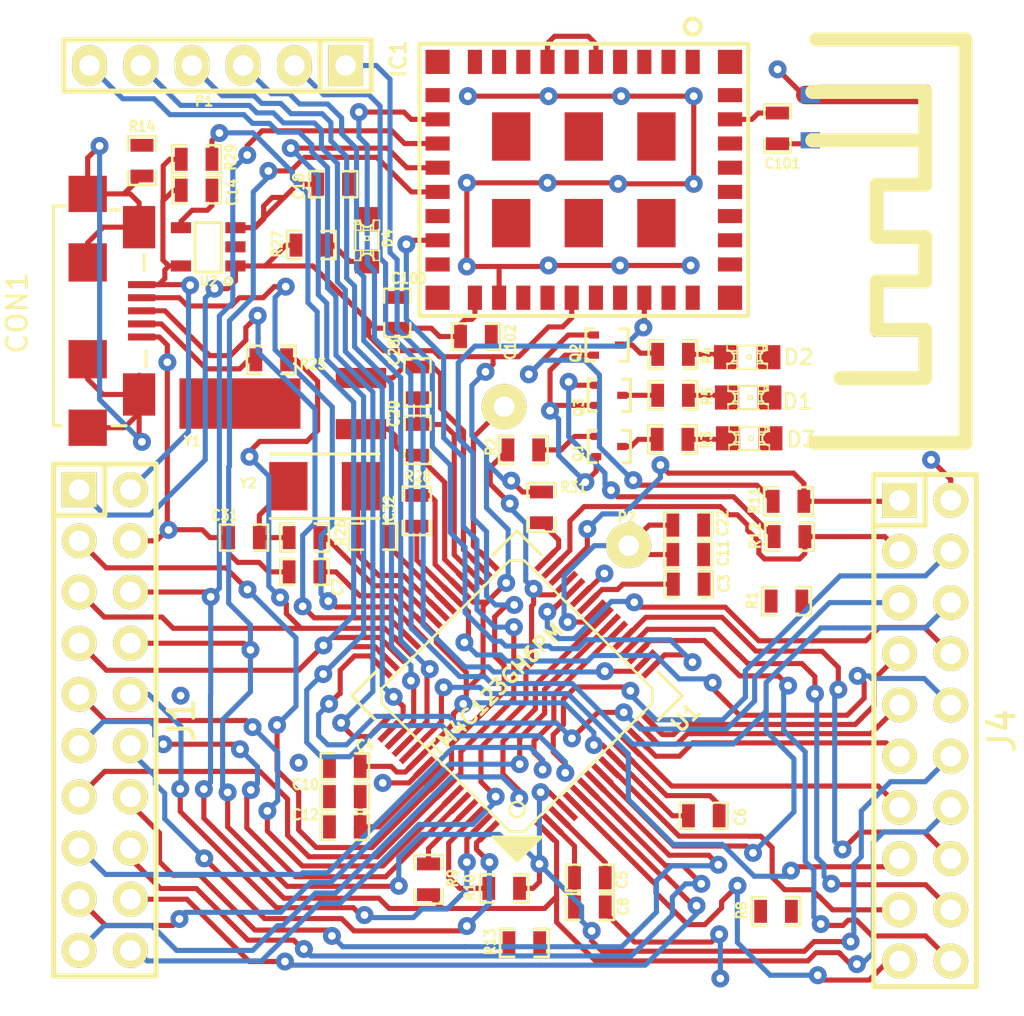
<source format=kicad_pcb>
(kicad_pcb (version 4) (host pcbnew "(2014-jul-16 BZR unknown)-product")
  (layers (0 F.Cu signal) (31 B.Cu signal) (34 B.Paste user) (35 F.Paste user) (36 B.SilkS user) (37 F.SilkS user) (38 B.Mask user) (39 F.Mask user) (44 Edge.Cuts user))
  (net 0 "")
  (net 1 GND)
  (net 2 "Net-(IC1-Pad2)")
  (net 3 "Net-(IC1-Pad3)")
  (net 4 "Net-(IC1-Pad4)")
  (net 5 "Net-(IC1-Pad5)")
  (net 6 "Net-(IC1-Pad6)")
  (net 7 "Net-(IC1-Pad8)")
  (net 8 "Net-(IC1-Pad24)")
  (net 9 "Net-(IC1-Pad27)")
  (net 10 "Net-(IC1-Pad28)")
  (net 11 "Net-(IC1-Pad29)")
  (net 12 "Net-(IC1-Pad30)")
  (net 13 MCU_VDDC)
  (net 14 /PE0)
  (net 15 /PB5)
  (net 16 /PB0)
  (net 17 /PB1)
  (net 18 /PE4)
  (net 19 /PD2)
  (net 20 /PE5)
  (net 21 /PD3)
  (net 22 /PB4)
  (net 23 /PE1)
  (net 24 /PA5)
  (net 25 /PE2)
  (net 26 /PA6)
  (net 27 /PE3)
  (net 28 /PA7)
  (net 29 /PB2)
  (net 30 /PB3)
  (net 31 /PC4)
  (net 32 /PF0)
  (net 33 /PC5)
  (net 34 /PC6)
  (net 35 /PC7)
  (net 36 /PD6)
  (net 37 /PA4)
  (net 38 /PD7)
  (net 39 /PA3)
  (net 40 /PF4)
  (net 41 /PA2)
  (net 42 /PA0)
  (net 43 /PA1)
  (net 44 /PC3)
  (net 45 /PC2)
  (net 46 /PC1)
  (net 47 /PC0)
  (net 48 USB_VBUS)
  (net 49 "Net-(C18-Pad1)")
  (net 50 "Net-(C28-Pad1)")
  (net 51 "Net-(C28-Pad2)")
  (net 52 "Net-(C31-Pad1)")
  (net 53 "Net-(C32-Pad1)")
  (net 54 /USB_DM)
  (net 55 /USB_DP)
  (net 56 "Net-(CON1-Pad4)")
  (net 57 "Net-(D4-Pad1)")
  (net 58 "Net-(R26-Pad1)")
  (net 59 /~RST~)
  (net 60 /~WAKE~)
  (net 61 "Net-(D1-Pad1)")
  (net 62 /LED_R)
  (net 63 "Net-(Q1-Pad3)")
  (net 64 "Net-(Q2-Pad1)")
  (net 65 "Net-(Q2-Pad3)")
  (net 66 /LED_G)
  (net 67 "Net-(Q3-Pad3)")
  (net 68 /USR_SW2)
  (net 69 "Net-(CON1-Pad6)")
  (net 70 "Net-(Q1-Pad1)")
  (net 71 "Net-(Q3-Pad1)")
  (net 72 "Net-(R1-Pad1)")
  (net 73 "Net-(D3-Pad1)")
  (net 74 "Net-(D2-Pad1)")
  (net 75 /LED_B)
  (net 76 "Net-(R13-Pad1)")
  (net 77 /USR_SW1)
  (net 78 "Net-(A1-Pad1)")
  (net 79 "Net-(C101-Pad2)")
  (net 80 /MISO)
  (net 81 /MOSI)
  (net 82 "Net-(C29-Pad2)")
  (net 83 /~HIB~)
  (net 84 +3.3V)
  (module lifesense:lqfp64 (layer F.Cu) (at 152.325 106.85 45)
    (fp_text reference U1 (at 5.653319 6.487705 45) (layer F.SilkS) (effects (font (size 0.7493 0.7493) (thickness 0.14986))))
    (fp_text value TM4C123GH6PM (at 0 -1.143 45) (layer F.SilkS) (effects (font (size 0.7493 0.7493) (thickness 0.14986))))
    (pad 4 smd rect (at -1.75044 5.550561 45) (size 0.29 1.30048) (layers F.Cu F.Paste F.Mask) (net 81 /MOSI))
    (pad 5 smd rect (at -1.25006 5.550561 45) (size 0.29 1.30048) (layers F.Cu F.Paste F.Mask) (net 40 /PF4))
    (pad 6 smd rect (at -0.74968 5.55056 45) (size 0.29 1.30048) (layers F.Cu F.Paste F.Mask) (net 27 /PE3))
    (pad 7 smd rect (at -0.2493 5.55056 45) (size 0.29 1.30048) (layers F.Cu F.Paste F.Mask) (net 25 /PE2))
    (pad 8 smd rect (at 0.25108 5.55056 45) (size 0.29 1.30048) (layers F.Cu F.Paste F.Mask) (net 23 /PE1))
    (pad 1 smd rect (at -3.24904 5.55056 45) (size 0.29 1.30048) (layers F.Cu F.Paste F.Mask) (net 80 /MISO))
    (pad 2 smd rect (at -2.7512 5.55056 45) (size 0.29 1.30048) (layers F.Cu F.Paste F.Mask) (net 84 +3.3V))
    (pad 3 smd rect (at -2.25082 5.550561 45) (size 0.29 1.30048) (layers F.Cu F.Paste F.Mask) (net 1 GND))
    (pad 17 smd rect (at 6.25056 3.54904 45) (size 1.30048 0.29) (layers F.Cu F.Paste F.Mask) (net 42 /PA0))
    (pad 18 smd rect (at 6.25056 3.0512 45) (size 1.30048 0.29) (layers F.Cu F.Paste F.Mask) (net 43 /PA1))
    (pad 19 smd rect (at 6.250559 2.55082 45) (size 1.30048 0.29) (layers F.Cu F.Paste F.Mask) (net 41 /PA2))
    (pad 20 smd rect (at 6.250559 2.05044 45) (size 1.30048 0.29) (layers F.Cu F.Paste F.Mask) (net 39 /PA3))
    (pad 21 smd rect (at 6.250559 1.55006 45) (size 1.30048 0.29) (layers F.Cu F.Paste F.Mask) (net 37 /PA4))
    (pad 22 smd rect (at 6.25056 1.04968 45) (size 1.30048 0.29) (layers F.Cu F.Paste F.Mask) (net 24 /PA5))
    (pad 23 smd rect (at 6.25056 0.5493 45) (size 1.30048 0.29) (layers F.Cu F.Paste F.Mask) (net 26 /PA6))
    (pad 24 smd rect (at 6.25056 0.04892 45) (size 1.30048 0.29) (layers F.Cu F.Paste F.Mask) (net 28 /PA7))
    (pad 33 smd rect (at 4.24904 -5.95056 45) (size 0.29 1.30048) (layers F.Cu F.Paste F.Mask) (net 83 /~HIB~))
    (pad 34 smd rect (at 3.7512 -5.95056 45) (size 0.29 1.30048) (layers F.Cu F.Paste F.Mask) (net 50 "Net-(C28-Pad1)"))
    (pad 35 smd rect (at 3.25082 -5.95056 45) (size 0.28 1.30048) (layers F.Cu F.Paste F.Mask) (net 51 "Net-(C28-Pad2)"))
    (pad 36 smd rect (at 2.75044 -5.95056 45) (size 0.29 1.30048) (layers F.Cu F.Paste F.Mask) (net 82 "Net-(C29-Pad2)"))
    (pad 37 smd rect (at 2.25006 -5.95056 45) (size 0.29 1.30048) (layers F.Cu F.Paste F.Mask) (net 84 +3.3V))
    (pad 38 smd rect (at 1.74968 -5.95056 45) (size 0.29 1.30048) (layers F.Cu F.Paste F.Mask) (net 59 /~RST~))
    (pad 39 smd rect (at 1.2493 -5.95056 45) (size 0.29 1.30048) (layers F.Cu F.Paste F.Mask) (net 1 GND))
    (pad 40 smd rect (at 0.74892 -5.95056 45) (size 0.29 1.30048) (layers F.Cu F.Paste F.Mask) (net 53 "Net-(C32-Pad1)"))
    (pad 49 smd rect (at -5.250561 -3.94904 45) (size 1.30048 0.29) (layers F.Cu F.Paste F.Mask) (net 44 /PC3))
    (pad 50 smd rect (at -5.250561 -3.4512 45) (size 1.30048 0.29) (layers F.Cu F.Paste F.Mask) (net 45 /PC2))
    (pad 51 smd rect (at -5.25056 -2.95082 45) (size 1.30048 0.29) (layers F.Cu F.Paste F.Mask) (net 46 /PC1))
    (pad 52 smd rect (at -5.25056 -2.45044 45) (size 1.30048 0.29) (layers F.Cu F.Paste F.Mask) (net 47 /PC0))
    (pad 53 smd rect (at -5.25056 -1.95006 45) (size 1.30048 0.29) (layers F.Cu F.Paste F.Mask) (net 36 /PD6))
    (pad 54 smd rect (at -5.25056 -1.44968 45) (size 1.30048 0.29) (layers F.Cu F.Paste F.Mask) (net 84 +3.3V))
    (pad 55 smd rect (at -5.25056 -0.9493 45) (size 1.30048 0.29) (layers F.Cu F.Paste F.Mask) (net 1 GND))
    (pad 56 smd rect (at -5.25056 -0.44892 45) (size 1.30048 0.29) (layers F.Cu F.Paste F.Mask) (net 13 MCU_VDDC))
    (pad 9 smd rect (at 0.74892 5.55056 45) (size 0.29 1.30048) (layers F.Cu F.Paste F.Mask) (net 14 /PE0))
    (pad 10 smd rect (at 1.2493 5.55056 45) (size 0.29 1.30048) (layers F.Cu F.Paste F.Mask) (net 38 /PD7))
    (pad 11 smd rect (at 1.74968 5.55056 45) (size 0.29 1.30048) (layers F.Cu F.Paste F.Mask) (net 84 +3.3V))
    (pad 25 smd rect (at 6.25056 -0.44892 45) (size 1.30048 0.29) (layers F.Cu F.Paste F.Mask) (net 13 MCU_VDDC))
    (pad 26 smd rect (at 6.25056 -0.9493 45) (size 1.30048 0.29) (layers F.Cu F.Paste F.Mask) (net 84 +3.3V))
    (pad 27 smd rect (at 6.25056 -1.44968 45) (size 1.30048 0.29) (layers F.Cu F.Paste F.Mask) (net 1 GND))
    (pad 41 smd rect (at 0.25108 -5.95056 45) (size 0.29 1.30048) (layers F.Cu F.Paste F.Mask) (net 58 "Net-(R26-Pad1)"))
    (pad 42 smd rect (at -0.2493 -5.95056 45) (size 0.28 1.30048) (layers F.Cu F.Paste F.Mask) (net 84 +3.3V))
    (pad 43 smd rect (at -0.74968 -5.95056 45) (size 0.29 1.30048) (layers F.Cu F.Paste F.Mask) (net 54 /USB_DM))
    (pad 57 smd rect (at -5.25056 0.04892 45) (size 1.30048 0.29) (layers F.Cu F.Paste F.Mask) (net 15 /PB5))
    (pad 58 smd rect (at -5.25056 0.5493 45) (size 1.30048 0.29) (layers F.Cu F.Paste F.Mask) (net 22 /PB4))
    (pad 59 smd rect (at -5.25056 1.04968 45) (size 1.30048 0.29) (layers F.Cu F.Paste F.Mask) (net 18 /PE4))
    (pad 12 smd rect (at 2.25006 5.55056 45) (size 0.29 1.30048) (layers F.Cu F.Paste F.Mask) (net 1 GND))
    (pad 13 smd rect (at 2.75044 5.55056 45) (size 0.29 1.30048) (layers F.Cu F.Paste F.Mask) (net 35 /PC7))
    (pad 14 smd rect (at 3.250819 5.55056 45) (size 0.29 1.30048) (layers F.Cu F.Paste F.Mask) (net 34 /PC6))
    (pad 15 smd rect (at 3.7512 5.550561 45) (size 0.29 1.30048) (layers F.Cu F.Paste F.Mask) (net 33 /PC5))
    (pad 16 smd rect (at 4.24904 5.550561 45) (size 0.29 1.30048) (layers F.Cu F.Paste F.Mask) (net 31 /PC4))
    (pad 28 smd rect (at 6.25056 -1.95006 45) (size 1.30048 0.29) (layers F.Cu F.Paste F.Mask) (net 32 /PF0))
    (pad 29 smd rect (at 6.25056 -2.45044 45) (size 1.30048 0.29) (layers F.Cu F.Paste F.Mask) (net 62 /LED_R))
    (pad 30 smd rect (at 6.25056 -2.95082 45) (size 1.30048 0.29) (layers F.Cu F.Paste F.Mask) (net 75 /LED_B))
    (pad 31 smd rect (at 6.250559 -3.4512 45) (size 1.30048 0.29) (layers F.Cu F.Paste F.Mask) (net 66 /LED_G))
    (pad 32 smd rect (at 6.250559 -3.94904 45) (size 1.30048 0.29) (layers F.Cu F.Paste F.Mask) (net 60 /~WAKE~))
    (pad 44 smd rect (at -1.25006 -5.95056 45) (size 0.28 1.30048) (layers F.Cu F.Paste F.Mask) (net 55 /USB_DP))
    (pad 45 smd rect (at -1.75044 -5.95056 45) (size 0.29 1.30048) (layers F.Cu F.Paste F.Mask) (net 16 /PB0))
    (pad 46 smd rect (at -2.25082 -5.95056 45) (size 0.29 1.30048) (layers F.Cu F.Paste F.Mask) (net 17 /PB1))
    (pad 47 smd rect (at -2.7512 -5.95056 45) (size 0.29 1.30048) (layers F.Cu F.Paste F.Mask) (net 29 /PB2))
    (pad 48 smd rect (at -3.24904 -5.95056 45) (size 0.29 1.30048) (layers F.Cu F.Paste F.Mask) (net 30 /PB3))
    (pad 60 smd rect (at -5.250561 1.55006 45) (size 1.30048 0.29) (layers F.Cu F.Paste F.Mask) (net 20 /PE5))
    (pad 61 smd rect (at -5.250561 2.05044 45) (size 1.30048 0.29) (layers F.Cu F.Paste F.Mask) (net 80 /MISO))
    (pad 62 smd rect (at -5.25056 2.550821 45) (size 1.30048 0.29) (layers F.Cu F.Paste F.Mask) (net 81 /MOSI))
    (pad 63 smd rect (at -5.25056 3.0512 45) (size 1.30048 0.29) (layers F.Cu F.Paste F.Mask) (net 19 /PD2))
    (pad 64 smd rect (at -5.25056 3.54904 45) (size 1.30048 0.29) (layers F.Cu F.Paste F.Mask) (net 21 /PD3))
  )
  (module texas-addition:CC3000 (layer F.Cu) (at 155.85 80.75 270)
    (fp_text reference IC1 (at -6 9.2 270) (layer F.SilkS) (effects (font (size 0.762 0.762) (thickness 0.1524))))
    (fp_text value CC3000 hide)
    (pad 37 smd rect (at -2.15 -3.6 270) (size 2.4 1.9) (layers F.Cu F.Paste F.Mask) (net 1 GND))
    (pad 38 smd rect (at -2.15 0 270) (size 2.4 1.9) (layers F.Cu F.Paste F.Mask) (net 1 GND))
    (pad 39 smd rect (at -2.15 3.6 270) (size 2.4 1.9) (layers F.Cu F.Paste F.Mask) (net 1 GND))
    (pad 40 smd rect (at 2.15 -3.6 270) (size 2.4 1.9) (layers F.Cu F.Paste F.Mask) (net 1 GND))
    (pad 41 smd rect (at 2.15 0 270) (size 2.4 1.9) (layers F.Cu F.Paste F.Mask) (net 1 GND))
    (pad 42 smd rect (at 2.15 3.6 270) (size 2.4 1.9) (layers F.Cu F.Paste F.Mask) (net 1 GND))
    (pad 44 smd rect (at -5.85 7.25 270) (size 1.2 1.2) (layers F.Cu F.Paste F.Mask) (net 1 GND))
    (pad 45 smd rect (at 5.85 7.25 270) (size 1.2 1.2) (layers F.Cu F.Paste F.Mask) (net 1 GND))
    (pad 46 smd rect (at 5.85 -7.25 270) (size 1.2 1.2) (layers F.Cu F.Paste F.Mask) (net 1 GND))
    (pad 43 smd rect (at -5.85 -7.25 270) (size 1.2 1.2) (layers F.Cu F.Paste F.Mask) (net 1 GND))
    (pad 1 smd rect (at -5.85 -5.4 270) (size 1.2 0.7) (layers F.Cu F.Paste F.Mask) (net 1 GND))
    (pad 2 smd rect (at -5.85 -4.2 270) (size 1.2 0.7) (layers F.Cu F.Paste F.Mask) (net 2 "Net-(IC1-Pad2)"))
    (pad 3 smd rect (at -5.85 -3 270) (size 1.2 0.7) (layers F.Cu F.Paste F.Mask) (net 3 "Net-(IC1-Pad3)"))
    (pad 4 smd rect (at -5.85 -1.8 270) (size 1.2 0.7) (layers F.Cu F.Paste F.Mask) (net 4 "Net-(IC1-Pad4)"))
    (pad 5 smd rect (at -5.85 -0.6 270) (size 1.2 0.7) (layers F.Cu F.Paste F.Mask) (net 5 "Net-(IC1-Pad5)"))
    (pad 6 smd rect (at -5.85 0.6 270) (size 1.2 0.7) (layers F.Cu F.Paste F.Mask) (net 6 "Net-(IC1-Pad6)"))
    (pad 7 smd rect (at -5.85 1.8 270) (size 1.2 0.7) (layers F.Cu F.Paste F.Mask) (net 5 "Net-(IC1-Pad5)"))
    (pad 8 smd rect (at -5.85 3 270) (size 1.2 0.7) (layers F.Cu F.Paste F.Mask) (net 7 "Net-(IC1-Pad8)"))
    (pad 9 smd rect (at -5.85 4.2 270) (size 1.2 0.7) (layers F.Cu F.Paste F.Mask) (net 1 GND))
    (pad 10 smd rect (at -5.85 5.4 270) (size 1.2 0.7) (layers F.Cu F.Paste F.Mask) (net 1 GND))
    (pad 11 smd rect (at -4.2 7.25) (size 1.2 0.7) (layers F.Cu F.Paste F.Mask) (net 1 GND))
    (pad 12 smd rect (at -3 7.25) (size 1.2 0.7) (layers F.Cu F.Paste F.Mask) (net 14 /PE0))
    (pad 13 smd rect (at -1.8 7.25) (size 1.2 0.7) (layers F.Cu F.Paste F.Mask) (net 80 /MISO))
    (pad 14 smd rect (at -0.6 7.25) (size 1.2 0.7) (layers F.Cu F.Paste F.Mask) (net 29 /PB2))
    (pad 15 smd rect (at 0.6 7.25) (size 1.2 0.7) (layers F.Cu F.Paste F.Mask) (net 81 /MOSI))
    (pad 16 smd rect (at 1.8 7.25) (size 1.2 0.7) (layers F.Cu F.Paste F.Mask) (net 1 GND))
    (pad 17 smd rect (at 3 7.25) (size 1.2 0.7) (layers F.Cu F.Paste F.Mask) (net 22 /PB4))
    (pad 18 smd rect (at 4.2 7.25) (size 1.2 0.7) (layers F.Cu F.Paste F.Mask) (net 1 GND))
    (pad 19 smd rect (at 5.85 5.4 270) (size 1.2 0.7) (layers F.Cu F.Paste F.Mask) (net 84 +3.3V))
    (pad 20 smd rect (at 5.85 4.2 270) (size 1.2 0.7) (layers F.Cu F.Paste F.Mask) (net 1 GND))
    (pad 21 smd rect (at 5.85 3 270) (size 1.2 0.7) (layers F.Cu F.Paste F.Mask) (net 1 GND))
    (pad 22 smd rect (at 5.85 1.8 270) (size 1.2 0.7) (layers F.Cu F.Paste F.Mask) (net 1 GND))
    (pad 23 smd rect (at 5.85 0.6 270) (size 1.2 0.7) (layers F.Cu F.Paste F.Mask) (net 84 +3.3V))
    (pad 24 smd rect (at 5.85 -0.6 270) (size 1.2 0.7) (layers F.Cu F.Paste F.Mask) (net 8 "Net-(IC1-Pad24)"))
    (pad 25 smd rect (at 5.85 -1.8 270) (size 1.2 0.7) (layers F.Cu F.Paste F.Mask) (net 1 GND))
    (pad 26 smd rect (at 5.85 -3 270) (size 1.2 0.7) (layers F.Cu F.Paste F.Mask) (net 15 /PB5))
    (pad 27 smd rect (at 5.85 -4.2 270) (size 1.2 0.7) (layers F.Cu F.Paste F.Mask) (net 9 "Net-(IC1-Pad27)"))
    (pad 28 smd rect (at 5.85 -5.4 270) (size 1.2 0.7) (layers F.Cu F.Paste F.Mask) (net 10 "Net-(IC1-Pad28)"))
    (pad 29 smd rect (at 4.2 -7.25) (size 1.2 0.7) (layers F.Cu F.Paste F.Mask) (net 11 "Net-(IC1-Pad29)"))
    (pad 30 smd rect (at 3 -7.25) (size 1.2 0.7) (layers F.Cu F.Paste F.Mask) (net 12 "Net-(IC1-Pad30)"))
    (pad 31 smd rect (at 1.8 -7.25) (size 1.2 0.7) (layers F.Cu F.Paste F.Mask) (net 1 GND))
    (pad 32 smd rect (at 0.6 -7.25) (size 1.2 0.7) (layers F.Cu F.Paste F.Mask) (net 1 GND))
    (pad 33 smd rect (at -0.6 -7.25) (size 1.2 0.7) (layers F.Cu F.Paste F.Mask) (net 1 GND))
    (pad 34 smd rect (at -1.8 -7.25) (size 1.2 0.7) (layers F.Cu F.Paste F.Mask) (net 1 GND))
    (pad 35 smd rect (at -3 -7.25) (size 1.2 0.7) (layers F.Cu F.Paste F.Mask) (net 79 "Net-(C101-Pad2)"))
    (pad 36 smd rect (at -4.2 -7.25) (size 1.2 0.7) (layers F.Cu F.Paste F.Mask) (net 1 GND))
  )
  (module Pin_Headers:Pin_Header_Straight_2x10 (layer F.Cu) (at 132.1 107.55 270)
    (fp_text reference J1 (at 0 -3.81 270) (layer F.SilkS) (effects (font (size 1.27 1.27) (thickness 0.2032))))
    (fp_text value CONN_10X2 hide)
    (pad 1 thru_hole rect (at -11.43 1.27 270) (size 1.7272 1.7272) (drill 1.016) (layers *.Cu *.Mask F.SilkS) (net 84 +3.3V))
    (pad 2 thru_hole oval (at -11.43 -1.27 270) (size 1.7272 1.7272) (drill 1.016) (layers *.Cu *.Mask F.SilkS) (net 48 USB_VBUS))
    (pad 3 thru_hole oval (at -8.89 1.27 270) (size 1.7272 1.7272) (drill 1.016) (layers *.Cu *.Mask F.SilkS) (net 15 /PB5))
    (pad 4 thru_hole oval (at -8.89 -1.27 270) (size 1.7272 1.7272) (drill 1.016) (layers *.Cu *.Mask F.SilkS) (net 1 GND))
    (pad 5 thru_hole oval (at -6.35 1.27 270) (size 1.7272 1.7272) (drill 1.016) (layers *.Cu *.Mask F.SilkS) (net 16 /PB0))
    (pad 6 thru_hole oval (at -6.35 -1.27 270) (size 1.7272 1.7272) (drill 1.016) (layers *.Cu *.Mask F.SilkS) (net 80 /MISO))
    (pad 7 thru_hole oval (at -3.81 1.27 270) (size 1.7272 1.7272) (drill 1.016) (layers *.Cu *.Mask F.SilkS) (net 17 /PB1))
    (pad 8 thru_hole oval (at -3.81 -1.27 270) (size 1.7272 1.7272) (drill 1.016) (layers *.Cu *.Mask F.SilkS) (net 81 /MOSI))
    (pad 9 thru_hole oval (at -1.27 1.27 270) (size 1.7272 1.7272) (drill 1.016) (layers *.Cu *.Mask F.SilkS) (net 18 /PE4))
    (pad 10 thru_hole oval (at -1.27 -1.27 270) (size 1.7272 1.7272) (drill 1.016) (layers *.Cu *.Mask F.SilkS) (net 19 /PD2))
    (pad 11 thru_hole oval (at 1.27 1.27 270) (size 1.7272 1.7272) (drill 1.016) (layers *.Cu *.Mask F.SilkS) (net 20 /PE5))
    (pad 12 thru_hole oval (at 1.27 -1.27 270) (size 1.7272 1.7272) (drill 1.016) (layers *.Cu *.Mask F.SilkS) (net 21 /PD3))
    (pad 13 thru_hole oval (at 3.81 1.27 270) (size 1.7272 1.7272) (drill 1.016) (layers *.Cu *.Mask F.SilkS) (net 22 /PB4))
    (pad 14 thru_hole oval (at 3.81 -1.27 270) (size 1.7272 1.7272) (drill 1.016) (layers *.Cu *.Mask F.SilkS) (net 23 /PE1))
    (pad 15 thru_hole oval (at 6.35 1.27 270) (size 1.7272 1.7272) (drill 1.016) (layers *.Cu *.Mask F.SilkS) (net 24 /PA5))
    (pad 16 thru_hole oval (at 6.35 -1.27 270) (size 1.7272 1.7272) (drill 1.016) (layers *.Cu *.Mask F.SilkS) (net 25 /PE2))
    (pad 17 thru_hole oval (at 8.89 1.27 270) (size 1.7272 1.7272) (drill 1.016) (layers *.Cu *.Mask F.SilkS) (net 26 /PA6))
    (pad 18 thru_hole oval (at 8.89 -1.27 270) (size 1.7272 1.7272) (drill 1.016) (layers *.Cu *.Mask F.SilkS) (net 27 /PE3))
    (pad 19 thru_hole oval (at 11.43 1.27 270) (size 1.7272 1.7272) (drill 1.016) (layers *.Cu *.Mask F.SilkS) (net 28 /PA7))
    (pad 20 thru_hole oval (at 11.43 -1.27 270) (size 1.7272 1.7272) (drill 1.016) (layers *.Cu *.Mask F.SilkS) (net 62 /LED_R))
  )
  (module Pin_Headers:Pin_Header_Straight_2x10 (layer F.Cu) (at 172.775 108.075 270)
    (fp_text reference J4 (at 0 -3.81 270) (layer F.SilkS) (effects (font (size 1.27 1.27) (thickness 0.2032))))
    (fp_text value CONN_10X2 hide)
    (pad 1 thru_hole rect (at -11.43 1.27 270) (size 1.7272 1.7272) (drill 1.016) (layers *.Cu *.Mask F.SilkS) (net 75 /LED_B))
    (pad 2 thru_hole oval (at -11.43 -1.27 270) (size 1.7272 1.7272) (drill 1.016) (layers *.Cu *.Mask F.SilkS) (net 1 GND))
    (pad 3 thru_hole oval (at -8.89 1.27 270) (size 1.7272 1.7272) (drill 1.016) (layers *.Cu *.Mask F.SilkS) (net 66 /LED_G))
    (pad 4 thru_hole oval (at -8.89 -1.27 270) (size 1.7272 1.7272) (drill 1.016) (layers *.Cu *.Mask F.SilkS) (net 29 /PB2))
    (pad 5 thru_hole oval (at -6.35 1.27 270) (size 1.7272 1.7272) (drill 1.016) (layers *.Cu *.Mask F.SilkS) (net 30 /PB3))
    (pad 6 thru_hole oval (at -6.35 -1.27 270) (size 1.7272 1.7272) (drill 1.016) (layers *.Cu *.Mask F.SilkS) (net 14 /PE0))
    (pad 7 thru_hole oval (at -3.81 1.27 270) (size 1.7272 1.7272) (drill 1.016) (layers *.Cu *.Mask F.SilkS) (net 31 /PC4))
    (pad 8 thru_hole oval (at -3.81 -1.27 270) (size 1.7272 1.7272) (drill 1.016) (layers *.Cu *.Mask F.SilkS) (net 32 /PF0))
    (pad 9 thru_hole oval (at -1.27 1.27 270) (size 1.7272 1.7272) (drill 1.016) (layers *.Cu *.Mask F.SilkS) (net 33 /PC5))
    (pad 10 thru_hole oval (at -1.27 -1.27 270) (size 1.7272 1.7272) (drill 1.016) (layers *.Cu *.Mask F.SilkS) (net 59 /~RST~))
    (pad 11 thru_hole oval (at 1.27 1.27 270) (size 1.7272 1.7272) (drill 1.016) (layers *.Cu *.Mask F.SilkS) (net 34 /PC6))
    (pad 12 thru_hole oval (at 1.27 -1.27 270) (size 1.7272 1.7272) (drill 1.016) (layers *.Cu *.Mask F.SilkS) (net 81 /MOSI))
    (pad 13 thru_hole oval (at 3.81 1.27 270) (size 1.7272 1.7272) (drill 1.016) (layers *.Cu *.Mask F.SilkS) (net 35 /PC7))
    (pad 14 thru_hole oval (at 3.81 -1.27 270) (size 1.7272 1.7272) (drill 1.016) (layers *.Cu *.Mask F.SilkS) (net 80 /MISO))
    (pad 15 thru_hole oval (at 6.35 1.27 270) (size 1.7272 1.7272) (drill 1.016) (layers *.Cu *.Mask F.SilkS) (net 36 /PD6))
    (pad 16 thru_hole oval (at 6.35 -1.27 270) (size 1.7272 1.7272) (drill 1.016) (layers *.Cu *.Mask F.SilkS) (net 37 /PA4))
    (pad 17 thru_hole oval (at 8.89 1.27 270) (size 1.7272 1.7272) (drill 1.016) (layers *.Cu *.Mask F.SilkS) (net 38 /PD7))
    (pad 18 thru_hole oval (at 8.89 -1.27 270) (size 1.7272 1.7272) (drill 1.016) (layers *.Cu *.Mask F.SilkS) (net 39 /PA3))
    (pad 19 thru_hole oval (at 11.43 1.27 270) (size 1.7272 1.7272) (drill 1.016) (layers *.Cu *.Mask F.SilkS) (net 40 /PF4))
    (pad 20 thru_hole oval (at 11.43 -1.27 270) (size 1.7272 1.7272) (drill 1.016) (layers *.Cu *.Mask F.SilkS) (net 41 /PA2))
  )
  (module LEDs:LED-0805 (layer F.Cu) (at 145.1 83.75 90)
    (fp_text reference D4 (at 0.1 1.025 90) (layer F.SilkS) (effects (font (size 0.4572 0.4572) (thickness 0.1143))))
    (fp_text value Green hide)
    (pad 1 smd rect (at -1.04902 0 90) (size 1.19888 1.19888) (layers F.Cu F.Paste F.Mask) (net 57 "Net-(D4-Pad1)"))
    (pad 2 smd rect (at 1.04902 0 90) (size 1.19888 1.19888) (layers F.Cu F.Paste F.Mask) (net 1 GND))
  )
  (module Pin_Headers:Pin_Header_Straight_1x06 (layer F.Cu) (at 137.69 75.08 180)
    (fp_text reference P1 (at 0.67 -1.78 180) (layer F.SilkS) (effects (font (size 0.4572 0.4572) (thickness 0.1143))))
    (fp_text value CONN_6 hide)
    (pad 1 thru_hole rect (at -6.35 0 180) (size 1.7272 2.032) (drill 1.016) (layers *.Cu *.Mask F.SilkS) (net 42 /PA0))
    (pad 2 thru_hole oval (at -3.81 0 180) (size 1.7272 2.032) (drill 1.016) (layers *.Cu *.Mask F.SilkS) (net 43 /PA1))
    (pad 3 thru_hole oval (at -1.27 0 180) (size 1.7272 2.032) (drill 1.016) (layers *.Cu *.Mask F.SilkS) (net 47 /PC0))
    (pad 4 thru_hole oval (at 1.27 0 180) (size 1.7272 2.032) (drill 1.016) (layers *.Cu *.Mask F.SilkS) (net 46 /PC1))
    (pad 5 thru_hole oval (at 3.81 0 180) (size 1.7272 2.032) (drill 1.016) (layers *.Cu *.Mask F.SilkS) (net 45 /PC2))
    (pad 6 thru_hole oval (at 6.35 0 180) (size 1.7272 2.032) (drill 1.016) (layers *.Cu *.Mask F.SilkS) (net 44 /PC3))
  )
  (module lifesense:SMD-0603_r (layer F.Cu) (at 165.9 101.65)
    (fp_text reference R1 (at -1.7 -0.05 90) (layer F.SilkS) (effects (font (size 0.50038 0.4572) (thickness 0.1143))))
    (fp_text value 0 hide)
    (pad 1 smd rect (at -0.762 0) (size 0.635 1.143) (layers F.Cu F.Paste F.Mask) (net 72 "Net-(R1-Pad1)"))
    (pad 2 smd rect (at 0.762 0) (size 0.635 1.143) (layers F.Cu F.Paste F.Mask) (net 68 /USR_SW2))
  )
  (module lifesense:SMD-0603_r (layer F.Cu) (at 152.85 94.15 180)
    (fp_text reference R2 (at 1.6 0.16 270) (layer F.SilkS) (effects (font (size 0.50038 0.4572) (thickness 0.1143))))
    (fp_text value R hide)
    (pad 1 smd rect (at -0.762 0 180) (size 0.635 1.143) (layers F.Cu F.Paste F.Mask) (net 70 "Net-(Q1-Pad1)"))
    (pad 2 smd rect (at 0.762 0 180) (size 0.635 1.143) (layers F.Cu F.Paste F.Mask) (net 62 /LED_R))
  )
  (module lifesense:SMD-0603_r (layer F.Cu) (at 160.25 93.625 180)
    (fp_text reference R3 (at -1.7 -0.05 270) (layer F.SilkS) (effects (font (size 0.50038 0.4572) (thickness 0.1143))))
    (fp_text value 330 hide)
    (pad 1 smd rect (at -0.762 0 180) (size 0.635 1.143) (layers F.Cu F.Paste F.Mask) (net 73 "Net-(D3-Pad1)"))
    (pad 2 smd rect (at 0.762 0 180) (size 0.635 1.143) (layers F.Cu F.Paste F.Mask) (net 63 "Net-(Q1-Pad3)"))
  )
  (module lifesense:SMD-0603_r (layer F.Cu) (at 160.274 89.408 180)
    (fp_text reference R4 (at -1.7 -0.05 270) (layer F.SilkS) (effects (font (size 0.50038 0.4572) (thickness 0.1143))))
    (fp_text value 330 hide)
    (pad 1 smd rect (at -0.762 0 180) (size 0.635 1.143) (layers F.Cu F.Paste F.Mask) (net 74 "Net-(D2-Pad1)"))
    (pad 2 smd rect (at 0.762 0 180) (size 0.635 1.143) (layers F.Cu F.Paste F.Mask) (net 65 "Net-(Q2-Pad3)"))
  )
  (module lifesense:SMD-0603_r (layer F.Cu) (at 160.274 91.44 180)
    (fp_text reference R5 (at -1.7 -0.05 270) (layer F.SilkS) (effects (font (size 0.50038 0.4572) (thickness 0.1143))))
    (fp_text value 330 hide)
    (pad 1 smd rect (at -0.762 0 180) (size 0.635 1.143) (layers F.Cu F.Paste F.Mask) (net 61 "Net-(D1-Pad1)"))
    (pad 2 smd rect (at 0.762 0 180) (size 0.635 1.143) (layers F.Cu F.Paste F.Mask) (net 67 "Net-(Q3-Pad3)"))
  )
  (module lifesense:SMD-0603_r (layer F.Cu) (at 165.38 117.04)
    (fp_text reference R8 (at -1.7 -0.05 90) (layer F.SilkS) (effects (font (size 0.50038 0.4572) (thickness 0.1143))))
    (fp_text value 330 hide)
    (pad 1 smd rect (at -0.762 0) (size 0.635 1.143) (layers F.Cu F.Paste F.Mask) (net 72 "Net-(R1-Pad1)"))
    (pad 2 smd rect (at 0.762 0) (size 0.635 1.143) (layers F.Cu F.Paste F.Mask) (net 60 /~WAKE~))
  )
  (module lifesense:SMD-0603_r (layer F.Cu) (at 148.15 115.45 90)
    (fp_text reference R9 (at 0.05 1.2 270) (layer F.SilkS) (effects (font (size 0.50038 0.4572) (thickness 0.1143))))
    (fp_text value R hide)
    (pad 1 smd rect (at -0.762 0 90) (size 0.635 1.143) (layers F.Cu F.Paste F.Mask) (net 80 /MISO))
    (pad 2 smd rect (at 0.762 0 90) (size 0.635 1.143) (layers F.Cu F.Paste F.Mask) (net 80 /MISO))
  )
  (module lifesense:SMD-0603_r (layer F.Cu) (at 151.9 115.9)
    (fp_text reference R10 (at -1.7 -0.05 90) (layer F.SilkS) (effects (font (size 0.50038 0.4572) (thickness 0.1143))))
    (fp_text value R hide)
    (pad 1 smd rect (at -0.762 0) (size 0.635 1.143) (layers F.Cu F.Paste F.Mask) (net 81 /MOSI))
    (pad 2 smd rect (at 0.762 0) (size 0.635 1.143) (layers F.Cu F.Paste F.Mask) (net 81 /MOSI))
  )
  (module lifesense:SMD-0603_r (layer F.Cu) (at 166 96.7)
    (fp_text reference R11 (at -1.7 -0.05 90) (layer F.SilkS) (effects (font (size 0.50038 0.4572) (thickness 0.1143))))
    (fp_text value R hide)
    (pad 1 smd rect (at -0.762 0) (size 0.635 1.143) (layers F.Cu F.Paste F.Mask) (net 64 "Net-(Q2-Pad1)"))
    (pad 2 smd rect (at 0.762 0) (size 0.635 1.143) (layers F.Cu F.Paste F.Mask) (net 75 /LED_B))
  )
  (module lifesense:SMD-0603_r (layer F.Cu) (at 166.05 98.45)
    (fp_text reference R12 (at -1.7 -0.05 90) (layer F.SilkS) (effects (font (size 0.50038 0.4572) (thickness 0.1143))))
    (fp_text value R hide)
    (pad 1 smd rect (at -0.762 0) (size 0.635 1.143) (layers F.Cu F.Paste F.Mask) (net 71 "Net-(Q3-Pad1)"))
    (pad 2 smd rect (at 0.762 0) (size 0.635 1.143) (layers F.Cu F.Paste F.Mask) (net 66 /LED_G))
  )
  (module lifesense:SMD-0603_r (layer F.Cu) (at 152.9 118.6)
    (fp_text reference R13 (at -1.7 -0.05 90) (layer F.SilkS) (effects (font (size 0.50038 0.4572) (thickness 0.1143))))
    (fp_text value 0 hide)
    (pad 1 smd rect (at -0.762 0) (size 0.635 1.143) (layers F.Cu F.Paste F.Mask) (net 76 "Net-(R13-Pad1)"))
    (pad 2 smd rect (at 0.762 0) (size 0.635 1.143) (layers F.Cu F.Paste F.Mask) (net 77 /USR_SW1))
  )
  (module lifesense:SMD-0603_r (layer F.Cu) (at 133.94 79.8 90)
    (fp_text reference R14 (at 1.7 0 180) (layer F.SilkS) (effects (font (size 0.50038 0.4572) (thickness 0.1143))))
    (fp_text value R hide)
    (pad 1 smd rect (at -0.762 0 90) (size 0.635 1.143) (layers F.Cu F.Paste F.Mask) (net 69 "Net-(CON1-Pad6)"))
    (pad 2 smd rect (at 0.762 0 90) (size 0.635 1.143) (layers F.Cu F.Paste F.Mask) (net 1 GND))
  )
  (module lifesense:SMD-0603_r (layer F.Cu) (at 140.35 89.68)
    (fp_text reference R25 (at 2.07 0.22) (layer F.SilkS) (effects (font (size 0.50038 0.4572) (thickness 0.1143))))
    (fp_text value R hide)
    (pad 1 smd rect (at -0.762 0) (size 0.635 1.143) (layers F.Cu F.Paste F.Mask) (net 56 "Net-(CON1-Pad4)"))
    (pad 2 smd rect (at 0.762 0) (size 0.635 1.143) (layers F.Cu F.Paste F.Mask) (net 16 /PB0))
  )
  (module lifesense:SMD-0603_r (layer F.Cu) (at 142 98.5 180)
    (fp_text reference R26 (at -1.8 0.25 270) (layer F.SilkS) (effects (font (size 0.50038 0.4572) (thickness 0.1143))))
    (fp_text value R hide)
    (pad 1 smd rect (at -0.762 0 180) (size 0.635 1.143) (layers F.Cu F.Paste F.Mask) (net 58 "Net-(R26-Pad1)"))
    (pad 2 smd rect (at 0.762 0 180) (size 0.635 1.143) (layers F.Cu F.Paste F.Mask) (net 52 "Net-(C31-Pad1)"))
  )
  (module lifesense:SMD-0603_r (layer F.Cu) (at 142.34 83.99)
    (fp_text reference R27 (at -1.7 -0.05 90) (layer F.SilkS) (effects (font (size 0.50038 0.4572) (thickness 0.1143))))
    (fp_text value 330 hide)
    (pad 1 smd rect (at -0.762 0) (size 0.635 1.143) (layers F.Cu F.Paste F.Mask) (net 84 +3.3V))
    (pad 2 smd rect (at 0.762 0) (size 0.635 1.143) (layers F.Cu F.Paste F.Mask) (net 57 "Net-(D4-Pad1)"))
  )
  (module lifesense:SMD-0603_r (layer F.Cu) (at 147.57 97.17 270)
    (fp_text reference R28 (at -1.7 -0.05 360) (layer F.SilkS) (effects (font (size 0.50038 0.4572) (thickness 0.1143))))
    (fp_text value 10K hide)
    (pad 1 smd rect (at -0.762 0 270) (size 0.635 1.143) (layers F.Cu F.Paste F.Mask) (net 84 +3.3V))
    (pad 2 smd rect (at 0.762 0 270) (size 0.635 1.143) (layers F.Cu F.Paste F.Mask) (net 59 /~RST~))
  )
  (module lifesense:SMD-0603_r (layer F.Cu) (at 136.65 79.73)
    (fp_text reference R29 (at 1.7 -0.1 90) (layer F.SilkS) (effects (font (size 0.50038 0.4572) (thickness 0.1143))))
    (fp_text value R hide)
    (pad 1 smd rect (at -0.762 0) (size 0.635 1.143) (layers F.Cu F.Paste F.Mask) (net 48 USB_VBUS))
    (pad 2 smd rect (at 0.762 0) (size 0.635 1.143) (layers F.Cu F.Paste F.Mask) (net 17 /PB1))
  )
  (module lifesense:SMD-0603_r (layer F.Cu) (at 153.75 97 270)
    (fp_text reference R31 (at -1 -1.6 360) (layer F.SilkS) (effects (font (size 0.50038 0.4572) (thickness 0.1143))))
    (fp_text value 1M hide)
    (pad 1 smd rect (at -0.762 0 270) (size 0.635 1.143) (layers F.Cu F.Paste F.Mask) (net 84 +3.3V))
    (pad 2 smd rect (at 0.762 0 270) (size 0.635 1.143) (layers F.Cu F.Paste F.Mask) (net 60 /~WAKE~))
  )
  (module lifesense:SMD-0603_c (layer F.Cu) (at 161.05 100.81)
    (fp_text reference C3 (at 1.765 -0.035 90) (layer F.SilkS) (effects (font (size 0.508 0.4572) (thickness 0.1143))))
    (fp_text value 0.01uF hide)
    (pad 1 smd rect (at -0.762 0) (size 0.635 1.143) (layers F.Cu F.Paste F.Mask) (net 84 +3.3V))
    (pad 2 smd rect (at 0.762 0) (size 0.635 1.143) (layers F.Cu F.Paste F.Mask) (net 1 GND))
  )
  (module lifesense:SMD-0603_c (layer F.Cu) (at 144 109.85 180)
    (fp_text reference C4 (at -1 1.05 360) (layer F.SilkS) (effects (font (size 0.508 0.4572) (thickness 0.1143))))
    (fp_text value 0.1uF hide)
    (pad 1 smd rect (at -0.762 0 180) (size 0.635 1.143) (layers F.Cu F.Paste F.Mask) (net 84 +3.3V))
    (pad 2 smd rect (at 0.762 0 180) (size 0.635 1.143) (layers F.Cu F.Paste F.Mask) (net 1 GND))
  )
  (module lifesense:SMD-0603_c (layer F.Cu) (at 156.15 115.375)
    (fp_text reference C5 (at 1.6 0.1 90) (layer F.SilkS) (effects (font (size 0.508 0.4572) (thickness 0.1143))))
    (fp_text value 0.01uF hide)
    (pad 1 smd rect (at -0.762 0) (size 0.635 1.143) (layers F.Cu F.Paste F.Mask) (net 84 +3.3V))
    (pad 2 smd rect (at 0.762 0) (size 0.635 1.143) (layers F.Cu F.Paste F.Mask) (net 1 GND))
  )
  (module lifesense:SMD-0603_c (layer F.Cu) (at 161.8 112.3)
    (fp_text reference C6 (at 1.82 0.06 90) (layer F.SilkS) (effects (font (size 0.508 0.4572) (thickness 0.1143))))
    (fp_text value 0.1uF hide)
    (pad 1 smd rect (at -0.762 0) (size 0.635 1.143) (layers F.Cu F.Paste F.Mask) (net 84 +3.3V))
    (pad 2 smd rect (at 0.762 0) (size 0.635 1.143) (layers F.Cu F.Paste F.Mask) (net 1 GND))
  )
  (module lifesense:SMD-0603_c (layer F.Cu) (at 142 100.2 180)
    (fp_text reference C7 (at -1.65 -0.75 270) (layer F.SilkS) (effects (font (size 0.508 0.4572) (thickness 0.1143))))
    (fp_text value 1.0uF hide)
    (pad 1 smd rect (at -0.762 0 180) (size 0.635 1.143) (layers F.Cu F.Paste F.Mask) (net 84 +3.3V))
    (pad 2 smd rect (at 0.762 0 180) (size 0.635 1.143) (layers F.Cu F.Paste F.Mask) (net 1 GND))
  )
  (module lifesense:SMD-0603_c (layer F.Cu) (at 156.15 116.825)
    (fp_text reference C8 (at 1.65 -0.025 90) (layer F.SilkS) (effects (font (size 0.508 0.4572) (thickness 0.1143))))
    (fp_text value 0.01uF hide)
    (pad 1 smd rect (at -0.762 0) (size 0.635 1.143) (layers F.Cu F.Paste F.Mask) (net 84 +3.3V))
    (pad 2 smd rect (at 0.762 0) (size 0.635 1.143) (layers F.Cu F.Paste F.Mask) (net 1 GND))
  )
  (module lifesense:SMD-0603_c (layer F.Cu) (at 144 111.35 180)
    (fp_text reference C10 (at 1.95 0.6 360) (layer F.SilkS) (effects (font (size 0.508 0.4572) (thickness 0.1143))))
    (fp_text value 0.01uF hide)
    (pad 1 smd rect (at -0.762 0 180) (size 0.635 1.143) (layers F.Cu F.Paste F.Mask) (net 13 MCU_VDDC))
    (pad 2 smd rect (at 0.762 0 180) (size 0.635 1.143) (layers F.Cu F.Paste F.Mask) (net 1 GND))
  )
  (module lifesense:SMD-0603_c (layer F.Cu) (at 161.03 99.34)
    (fp_text reference C11 (at 1.74 -0.075 90) (layer F.SilkS) (effects (font (size 0.508 0.4572) (thickness 0.1143))))
    (fp_text value 0.01uF hide)
    (pad 1 smd rect (at -0.762 0) (size 0.635 1.143) (layers F.Cu F.Paste F.Mask) (net 13 MCU_VDDC))
    (pad 2 smd rect (at 0.762 0) (size 0.635 1.143) (layers F.Cu F.Paste F.Mask) (net 1 GND))
  )
  (module lifesense:SMD-0603_c (layer F.Cu) (at 144 112.85 180)
    (fp_text reference C12 (at 1.95 0.6 360) (layer F.SilkS) (effects (font (size 0.508 0.4572) (thickness 0.1143))))
    (fp_text value 1.0uF hide)
    (pad 1 smd rect (at -0.762 0 180) (size 0.635 1.143) (layers F.Cu F.Paste F.Mask) (net 13 MCU_VDDC))
    (pad 2 smd rect (at 0.762 0 180) (size 0.635 1.143) (layers F.Cu F.Paste F.Mask) (net 1 GND))
  )
  (module lifesense:SMD-0603_c (layer F.Cu) (at 136.65 81.27)
    (fp_text reference C14 (at 1.77 0.1 90) (layer F.SilkS) (effects (font (size 0.508 0.4572) (thickness 0.1143))))
    (fp_text value 1.0uF hide)
    (pad 1 smd rect (at -0.762 0) (size 0.635 1.143) (layers F.Cu F.Paste F.Mask) (net 48 USB_VBUS))
    (pad 2 smd rect (at 0.762 0) (size 0.635 1.143) (layers F.Cu F.Paste F.Mask) (net 1 GND))
  )
  (module lifesense:SMD-0603_c (layer F.Cu) (at 143.42 80.97)
    (fp_text reference C18 (at -1.7 0.1 90) (layer F.SilkS) (effects (font (size 0.508 0.4572) (thickness 0.1143))))
    (fp_text value 0.01uF hide)
    (pad 1 smd rect (at -0.762 0) (size 0.635 1.143) (layers F.Cu F.Paste F.Mask) (net 49 "Net-(C18-Pad1)"))
    (pad 2 smd rect (at 0.762 0) (size 0.635 1.143) (layers F.Cu F.Paste F.Mask) (net 1 GND))
  )
  (module lifesense:SMD-0603_c (layer F.Cu) (at 161.03 97.88)
    (fp_text reference C22 (at 1.71 -0.11 90) (layer F.SilkS) (effects (font (size 0.508 0.4572) (thickness 0.1143))))
    (fp_text value 2.2uF hide)
    (pad 1 smd rect (at -0.762 0) (size 0.635 1.143) (layers F.Cu F.Paste F.Mask) (net 13 MCU_VDDC))
    (pad 2 smd rect (at 0.762 0) (size 0.635 1.143) (layers F.Cu F.Paste F.Mask) (net 1 GND))
  )
  (module lifesense:SMD-0603_c (layer F.Cu) (at 147.6 90.8 270)
    (fp_text reference C28 (at -1.5 1.15 450) (layer F.SilkS) (effects (font (size 0.508 0.4572) (thickness 0.1143))))
    (fp_text value 24pF hide)
    (pad 1 smd rect (at -0.762 0 270) (size 0.635 1.143) (layers F.Cu F.Paste F.Mask) (net 50 "Net-(C28-Pad1)"))
    (pad 2 smd rect (at 0.762 0 270) (size 0.635 1.143) (layers F.Cu F.Paste F.Mask) (net 51 "Net-(C28-Pad2)"))
  )
  (module lifesense:SMD-0603_c (layer F.Cu) (at 147.6 93.65 270)
    (fp_text reference C29 (at -1.3 1.15 450) (layer F.SilkS) (effects (font (size 0.508 0.4572) (thickness 0.1143))))
    (fp_text value 24pF hide)
    (pad 1 smd rect (at -0.762 0 270) (size 0.635 1.143) (layers F.Cu F.Paste F.Mask) (net 51 "Net-(C28-Pad2)"))
    (pad 2 smd rect (at 0.762 0 270) (size 0.635 1.143) (layers F.Cu F.Paste F.Mask) (net 82 "Net-(C29-Pad2)"))
  )
  (module lifesense:SMD-0603_c (layer F.Cu) (at 139 98.5 180)
    (fp_text reference C31 (at 0.95 1.1 360) (layer F.SilkS) (effects (font (size 0.508 0.4572) (thickness 0.1143))))
    (fp_text value 10pF hide)
    (pad 1 smd rect (at -0.762 0 180) (size 0.635 1.143) (layers F.Cu F.Paste F.Mask) (net 52 "Net-(C31-Pad1)"))
    (pad 2 smd rect (at 0.762 0 180) (size 0.635 1.143) (layers F.Cu F.Paste F.Mask) (net 1 GND))
  )
  (module lifesense:SMD-0603_c (layer F.Cu) (at 145.4 98.45)
    (fp_text reference C32 (at 0.8 -1.4 270) (layer F.SilkS) (effects (font (size 0.508 0.4572) (thickness 0.1143))))
    (fp_text value 10pF hide)
    (pad 1 smd rect (at -0.762 0) (size 0.635 1.143) (layers F.Cu F.Paste F.Mask) (net 53 "Net-(C32-Pad1)"))
    (pad 2 smd rect (at 0.762 0) (size 0.635 1.143) (layers F.Cu F.Paste F.Mask) (net 1 GND))
  )
  (module LEDs:LED-0805 (layer F.Cu) (at 164 91.55)
    (fp_text reference D1 (at 2.45 0.2) (layer F.SilkS) (effects (font (size 0.762 0.762) (thickness 0.127))))
    (fp_text value LED hide)
    (pad 1 smd rect (at -1.04902 0) (size 1.19888 1.19888) (layers F.Cu F.Paste F.Mask) (net 61 "Net-(D1-Pad1)"))
    (pad 2 smd rect (at 1.04902 0) (size 1.19888 1.19888) (layers F.Cu F.Paste F.Mask) (net 1 GND))
  )
  (module LEDs:LED-0805 (layer F.Cu) (at 163.95 89.55)
    (fp_text reference D2 (at 2.55 0) (layer F.SilkS) (effects (font (size 0.762 0.762) (thickness 0.127))))
    (fp_text value LED hide)
    (pad 1 smd rect (at -1.04902 0) (size 1.19888 1.19888) (layers F.Cu F.Paste F.Mask) (net 74 "Net-(D2-Pad1)"))
    (pad 2 smd rect (at 1.04902 0) (size 1.19888 1.19888) (layers F.Cu F.Paste F.Mask) (net 1 GND))
  )
  (module LEDs:LED-0805 (layer F.Cu) (at 164.05 93.575)
    (fp_text reference D3 (at 2.6 0.05) (layer F.SilkS) (effects (font (size 0.762 0.762) (thickness 0.127))))
    (fp_text value LED hide)
    (pad 1 smd rect (at -1.04902 0) (size 1.19888 1.19888) (layers F.Cu F.Paste F.Mask) (net 73 "Net-(D3-Pad1)"))
    (pad 2 smd rect (at 1.04902 0) (size 1.19888 1.19888) (layers F.Cu F.Paste F.Mask) (net 1 GND))
  )
  (module lifesense:DTC114EET1G (layer F.Cu) (at 156.464 93.98 270)
    (fp_text reference Q1 (at 0.3 0.9 270) (layer F.SilkS) (effects (font (size 0.4572 0.4572) (thickness 0.1143))))
    (fp_text value DTC114E hide)
    (pad 3 smd rect (at 0 -1.295 270) (size 0.356 0.508) (layers F.Cu F.Paste F.Mask) (net 63 "Net-(Q1-Pad3)"))
    (pad 1 smd rect (at -0.5 0 270) (size 0.356 0.508) (layers F.Cu F.Paste F.Mask) (net 70 "Net-(Q1-Pad1)"))
    (pad 2 smd rect (at 0.5 0 270) (size 0.356 0.508) (layers F.Cu F.Paste F.Mask) (net 1 GND))
  )
  (module lifesense:DTC114EET1G (layer F.Cu) (at 156.35 88.95 270)
    (fp_text reference Q2 (at 0.4 0.9 450) (layer F.SilkS) (effects (font (size 0.4826 0.4572) (thickness 0.1143))))
    (fp_text value DTC114E hide)
    (pad 3 smd rect (at 0 -1.295 270) (size 0.356 0.508) (layers F.Cu F.Paste F.Mask) (net 65 "Net-(Q2-Pad3)"))
    (pad 1 smd rect (at -0.5 0 270) (size 0.356 0.508) (layers F.Cu F.Paste F.Mask) (net 64 "Net-(Q2-Pad1)"))
    (pad 2 smd rect (at 0.5 0 270) (size 0.356 0.508) (layers F.Cu F.Paste F.Mask) (net 1 GND))
  )
  (module lifesense:DTC114EET1G (layer F.Cu) (at 156.464 91.44 270)
    (fp_text reference Q3 (at 0.6 0.85 270) (layer F.SilkS) (effects (font (size 0.4572 0.4572) (thickness 0.1143))))
    (fp_text value DTC114E hide)
    (pad 3 smd rect (at 0 -1.295 270) (size 0.356 0.508) (layers F.Cu F.Paste F.Mask) (net 67 "Net-(Q3-Pad3)"))
    (pad 1 smd rect (at -0.5 0 270) (size 0.356 0.508) (layers F.Cu F.Paste F.Mask) (net 71 "Net-(Q3-Pad1)"))
    (pad 2 smd rect (at 0.5 0 270) (size 0.356 0.508) (layers F.Cu F.Paste F.Mask) (net 1 GND))
  )
  (module lifesense:SMD-0603_c (layer F.Cu) (at 146.6 87.35 90)
    (fp_text reference C100 (at 1.708 0.574 180) (layer F.SilkS) (effects (font (size 0.508 0.4572) (thickness 0.1143))))
    (fp_text value 4.7uF hide)
    (pad 1 smd rect (at -0.762 0 90) (size 0.635 1.143) (layers F.Cu F.Paste F.Mask) (net 84 +3.3V))
    (pad 2 smd rect (at 0.762 0 90) (size 0.635 1.143) (layers F.Cu F.Paste F.Mask) (net 1 GND))
  )
  (module lifesense:SMD-0603_c (layer F.Cu) (at 165.45 78.2 90)
    (fp_text reference C101 (at -1.75 0.25 360) (layer F.SilkS) (effects (font (size 0.508 0.4572) (thickness 0.1143))))
    (fp_text value 1pF hide)
    (pad 1 smd rect (at -0.762 0 90) (size 0.635 1.143) (layers F.Cu F.Paste F.Mask) (net 78 "Net-(A1-Pad1)"))
    (pad 2 smd rect (at 0.762 0 90) (size 0.635 1.143) (layers F.Cu F.Paste F.Mask) (net 79 "Net-(C101-Pad2)"))
  )
  (module lifesense:SMD-0603_c (layer F.Cu) (at 150.5 88.525)
    (fp_text reference C102 (at 1.708 0.271 90) (layer F.SilkS) (effects (font (size 0.508 0.4572) (thickness 0.1143))))
    (fp_text value 100nF hide)
    (pad 1 smd rect (at -0.762 0) (size 0.635 1.143) (layers F.Cu F.Paste F.Mask) (net 84 +3.3V))
    (pad 2 smd rect (at 0.762 0) (size 0.635 1.143) (layers F.Cu F.Paste F.Mask) (net 1 GND))
  )
  (module lifesense:ant_Wigle_A2_4G (layer F.Cu) (at 167.58 78.79 270)
    (fp_text reference A1 hide)
    (fp_text value ANT hide)
    (fp_line (start -2.49936 -5.25018) (end -2.49936 0) (layer F.Cu) (width 0.508))
    (fp_line (start -2.49936 -5.25018) (end 2.25044 -5.25018) (layer F.Cu) (width 0.508))
    (fp_line (start -2.2479 -4.99872) (end -2.2479 0.75184) (layer F.Cu) (width 0.9144))
    (fp_line (start 2.25044 -5.25018) (end 2.25044 -2.75082) (layer F.Cu) (width 0.508))
    (fp_line (start 2.25044 -2.75082) (end 4.7498 -2.75082) (layer F.Cu) (width 0.508))
    (fp_line (start 7.49808 -2.75082) (end 6.9977 -2.75082) (layer F.Cu) (width 0.508))
    (fp_line (start 0 -4.50088) (end 0 -5.25018) (layer F.Cu) (width 0.508))
    (fp_line (start 11.75004 -1.00076) (end 11.75004 -2.75082) (layer F.Cu) (width 0.508))
    (fp_line (start 11.75004 -5.25018) (end 11.75004 -2.75082) (layer F.Cu) (width 0.508))
    (fp_line (start 9.4996 -2.75082) (end 9.4996 -5.25018) (layer F.Cu) (width 0.508))
    (fp_line (start 7.49808 -2.75336) (end 9.4996 -2.75336) (layer F.Cu) (width 0.508))
    (fp_line (start 9.4996 -5.25272) (end 11.75004 -5.25272) (layer F.Cu) (width 0.508))
    (fp_line (start 4.7498 -5.25018) (end 7.00024 -5.25018) (layer F.Cu) (width 0.508))
    (fp_line (start 4.7498 -2.75082) (end 4.7498 -5.25018) (layer F.Cu) (width 0.508))
    (fp_line (start 7.00024 -5.25272) (end 7.00024 -2.75336) (layer F.Cu) (width 0.508))
    (fp_line (start 0 0.50038) (end 0 -4.50088) (layer F.Cu) (width 0.508))
    (pad 2 smd rect (at -2.25044 0.50038 270) (size 0.79502 0.94996) (layers *.Cu F.Paste F.Mask) (net 1 GND))
    (pad 1 smd rect (at 0 0.50038 270) (size 0.79502 0.94996) (layers *.Cu F.Paste F.Mask) (net 78 "Net-(A1-Pad1)"))
  )
  (module "lifesense:ZX62-AB-5PA(11)" (layer F.Cu) (at 131.25 87.25 270)
    (fp_text reference CON1 (at 0.1 3.5 270) (layer F.SilkS))
    (fp_text value USB-MINI-B hide)
    (pad 1 smd rect (at -1.3 -2.675 270) (size 0.35 1.35) (layers F.Cu F.Paste F.Mask) (net 48 USB_VBUS))
    (pad 2 smd rect (at -0.65 -2.675 270) (size 0.35 1.35) (layers F.Cu F.Paste F.Mask) (net 54 /USB_DM))
    (pad 3 smd rect (at 0 -2.675 270) (size 0.35 1.35) (layers F.Cu F.Paste F.Mask) (net 55 /USB_DP))
    (pad 4 smd rect (at 0.65 -2.675 270) (size 0.35 1.35) (layers F.Cu F.Paste F.Mask) (net 56 "Net-(CON1-Pad4)"))
    (pad 5 smd rect (at 1.3 -2.675 270) (size 0.35 1.35) (layers F.Cu F.Paste F.Mask) (net 1 GND))
    (pad 6 smd rect (at -4.15 -2.55 270) (size 2.1 1.6) (layers F.Cu F.Paste F.Mask) (net 69 "Net-(CON1-Pad6)"))
    (pad 7 smd rect (at 4.15 -2.55 270) (size 2.1 1.6) (layers F.Cu F.Paste F.Mask) (net 69 "Net-(CON1-Pad6)"))
    (pad 8 smd rect (at -5.8 0 270) (size 1.8 1.9) (layers F.Cu F.Paste F.Mask) (net 69 "Net-(CON1-Pad6)"))
    (pad 9 smd rect (at -2.4 0 270) (size 1.9 1.9) (layers F.Cu F.Paste F.Mask) (net 69 "Net-(CON1-Pad6)"))
    (pad 7 smd rect (at 2.4 0 270) (size 1.9 1.9) (layers F.Cu F.Paste F.Mask) (net 69 "Net-(CON1-Pad6)"))
    (pad 7 smd rect (at 5.8 0 270) (size 1.8 1.9) (layers F.Cu F.Paste F.Mask) (net 69 "Net-(CON1-Pad6)"))
  )
  (module lifesense:ABM3 (layer F.Cu) (at 143 95.95)
    (fp_text reference Y2 (at -3.8 -0.15) (layer F.SilkS) (effects (font (size 0.4572 0.4572) (thickness 0.1143))))
    (fp_text value CRYSTAL hide)
    (pad 2 smd rect (at -1.8 0) (size 1.9 2.4) (layers F.Cu F.Paste F.Mask) (net 52 "Net-(C31-Pad1)"))
    (pad 1 smd rect (at 1.8 0) (size 1.9 2.4) (layers F.Cu F.Paste F.Mask) (net 53 "Net-(C32-Pad1)"))
  )
  (module lifesense:AB26TRB (layer F.Cu) (at 141.8 91.85)
    (fp_text reference Y1 (at -5.36 1.87) (layer F.SilkS) (effects (font (size 0.4572 0.4572) (thickness 0.1143))))
    (fp_text value CRYSTAL hide)
    (pad 2 smd rect (at 3 -1.27) (size 2.5 1) (layers F.Cu F.Paste F.Mask) (net 50 "Net-(C28-Pad1)"))
    (pad 1 smd rect (at 3 1.27) (size 2.5 1) (layers F.Cu F.Paste F.Mask) (net 82 "Net-(C29-Pad2)"))
    (pad 3 smd rect (at -3 0) (size 6 2.5) (layers F.Cu F.Paste F.Mask))
  )
  (module lifesense:Pin_Header_Straight_1x01 (layer F.Cu) (at 158.075 98.9)
    (fp_text reference P2 (at -0.1 -1.4) (layer F.SilkS) (effects (font (size 0.50038 0.4572) (thickness 0.1143))))
    (fp_text value CONN_01X01 hide)
    (pad 1 thru_hole oval (at 0 0) (size 2.2352 2.2352) (drill 1.016) (layers *.Cu *.Mask F.SilkS) (net 13 MCU_VDDC))
  )
  (module lifesense:Pin_Header_Straight_1x01 (layer F.Cu) (at 151.9 92)
    (fp_text reference P21 hide)
    (fp_text value CONN_01X01 hide)
    (pad 1 thru_hole oval (at 0 0) (size 2.2352 2.2352) (drill 1.016) (layers *.Cu *.Mask F.SilkS) (net 83 /~HIB~))
  )
  (module lifesense:TPS73633DBV (layer F.Cu) (at 137.225 84.075 90)
    (fp_text reference U2 (at -1.7 0.025 180) (layer F.SilkS) (effects (font (size 0.4572 0.4572) (thickness 0.1143))))
    (fp_text value TPS73633DRB hide)
    (pad 4 smd rect (at 0.95 -1.35 90) (size 0.55 1) (layers F.Cu F.Paste F.Mask) (net 1 GND))
    (pad 5 smd rect (at -0.95 -1.35 90) (size 0.55 1) (layers F.Cu F.Paste F.Mask) (net 48 USB_VBUS))
    (pad 1 smd rect (at -0.95 1.35 90) (size 0.55 1) (layers F.Cu F.Paste F.Mask) (net 84 +3.3V))
    (pad 2 smd rect (at 0 1.35 90) (size 0.55 1) (layers F.Cu F.Paste F.Mask))
    (pad 3 smd rect (at 0.95 1.35 90) (size 0.55 1) (layers F.Cu F.Paste F.Mask) (net 49 "Net-(C18-Pad1)"))
  )
  (via (at 141.71 109.67) (size 0.889) (drill 0.381) (layers F.Cu B.Cu) (net 0))
  (segment (start 135.84 106.32) (end 135.86 106.34) (width 0.254) (layer F.Cu) (net 0))
  (via (at 135.86 106.34) (size 0.889) (drill 0.381) (layers F.Cu B.Cu) (net 0))
  (segment (start 135.84 106.31) (end 135.84 106.32) (width 0.254) (layer F.Cu) (net 0))
  (segment (start 135.875 83.125) (end 135.875 82.815) (width 0.254) (layer F.Cu) (net 1))
  (segment (start 137.412 82.028) (end 137.412 81.27) (width 0.254) (layer F.Cu) (net 1))
  (segment (start 137.18 82.26) (end 137.412 82.028) (width 0.254) (layer F.Cu) (net 1))
  (segment (start 136.43 82.26) (end 137.18 82.26) (width 0.254) (layer F.Cu) (net 1))
  (segment (start 135.875 82.815) (end 136.43 82.26) (width 0.254) (layer F.Cu) (net 1))
  (segment (start 156.912 115.375) (end 156.912 114.62014) (width 0.254) (layer F.Cu) (net 1))
  (segment (start 156.912 114.62014) (end 154.658269 112.366409) (width 0.254) (layer F.Cu) (net 1))
  (segment (start 162.562 112.3) (end 162.562 111.762) (width 0.254) (layer F.Cu) (net 1))
  (segment (start 162.562 111.762) (end 162.1 111.3) (width 0.254) (layer F.Cu) (net 1))
  (segment (start 162.1 111.3) (end 159.957065 111.3) (width 0.254) (layer F.Cu) (net 1))
  (segment (start 159.957065 111.3) (end 157.840871 109.183806) (width 0.254) (layer F.Cu) (net 1))
  (segment (start 150.1 76.6) (end 154.1 76.6) (width 0.254) (layer F.Cu) (net 1))
  (via (at 154.1 76.6) (size 0.889) (drill 0.381) (layers F.Cu B.Cu) (net 1))
  (segment (start 157.7 76.6) (end 161.3 76.6) (width 0.254) (layer F.Cu) (net 1))
  (via (at 161.3 76.6) (size 0.889) (drill 0.381) (layers F.Cu B.Cu) (net 1))
  (via (at 161.3 80.95) (size 0.889) (drill 0.381) (layers F.Cu B.Cu) (net 1))
  (segment (start 154.05 80.9) (end 157.5 80.9) (width 0.254) (layer F.Cu) (net 1))
  (via (at 154.05 80.9) (size 0.889) (drill 0.381) (layers F.Cu B.Cu) (net 1))
  (segment (start 150.05 80.9) (end 150.05 85.05) (width 0.254) (layer F.Cu) (net 1))
  (segment (start 150.05 85.05) (end 151.65 85.05) (width 0.254) (layer F.Cu) (net 1))
  (via (at 150.05 85.05) (size 0.889) (drill 0.381) (layers F.Cu B.Cu) (net 1))
  (via (at 150.05 80.9) (size 0.889) (drill 0.381) (layers F.Cu B.Cu) (net 1))
  (segment (start 154.05 80.9) (end 150.05 80.9) (width 0.254) (layer F.Cu) (net 1))
  (via (at 157.55 80.95) (size 0.889) (drill 0.381) (layers F.Cu B.Cu) (net 1))
  (segment (start 157.5 80.9) (end 157.55 80.95) (width 0.254) (layer F.Cu) (net 1))
  (segment (start 161.3 80.95) (end 157.55 80.95) (width 0.254) (layer F.Cu) (net 1))
  (segment (start 161.3 76.6) (end 161.3 80.95) (width 0.254) (layer F.Cu) (net 1))
  (via (at 157.7 76.6) (size 0.889) (drill 0.381) (layers F.Cu B.Cu) (net 1))
  (segment (start 154.1 76.6) (end 157.7 76.6) (width 0.254) (layer F.Cu) (net 1))
  (via (at 150.1 76.6) (size 0.889) (drill 0.381) (layers F.Cu B.Cu) (net 1))
  (segment (start 161.15 85) (end 157.65 85) (width 0.254) (layer F.Cu) (net 1))
  (segment (start 154.1 85) (end 157.65 85) (width 0.254) (layer F.Cu) (net 1))
  (segment (start 154.05 85.05) (end 154.1 85) (width 0.254) (layer F.Cu) (net 1))
  (via (at 154.1 85) (size 0.889) (drill 0.381) (layers F.Cu B.Cu) (net 1))
  (segment (start 154.05 85.05) (end 151.65 85.05) (width 0.254) (layer F.Cu) (net 1))
  (via (at 157.65 85) (size 0.889) (drill 0.381) (layers F.Cu B.Cu) (net 1))
  (via (at 161.15 85) (size 0.889) (drill 0.381) (layers F.Cu B.Cu) (net 1))
  (segment (start 151.65 86.6) (end 151.65 85.05) (width 0.254) (layer F.Cu) (net 1))
  (segment (start 146.162 98.45) (end 146.162 98.920223) (width 0.254) (layer F.Cu) (net 1))
  (via (at 156.87 100.28) (size 0.889) (drill 0.381) (layers F.Cu B.Cu) (net 1))
  (segment (start 155.744892 101.405108) (end 156.87 100.28) (width 0.254) (layer F.Cu) (net 1))
  (segment (start 146.162 98.912) (end 146.162 98.45) (width 0.254) (layer F.Cu) (net 1))
  (segment (start 149.000707 101.750707) (end 146.162 98.912) (width 0.254) (layer F.Cu) (net 1))
  (segment (start 154.36 91.94) (end 154.175 92.125) (width 0.254) (layer F.Cu) (net 1))
  (segment (start 154.175 92.125) (end 154.175 92.2) (width 0.254) (layer F.Cu) (net 1))
  (via (at 154.175 92.2) (size 0.889) (drill 0.381) (layers F.Cu B.Cu) (net 1))
  (segment (start 154.175 92.2) (end 154.6 92.625) (width 0.254) (layer B.Cu) (net 1))
  (segment (start 154.6 92.625) (end 154.6 94.425) (width 0.254) (layer B.Cu) (net 1))
  (segment (start 154.6 94.425) (end 155.925 95.75) (width 0.254) (layer B.Cu) (net 1))
  (via (at 155.925 95.75) (size 0.889) (drill 0.381) (layers F.Cu B.Cu) (net 1))
  (segment (start 155.925 95.75) (end 156.464 95.211) (width 0.254) (layer F.Cu) (net 1))
  (segment (start 156.464 95.211) (end 156.464 94.48) (width 0.254) (layer F.Cu) (net 1))
  (segment (start 156.464 91.94) (end 154.36 91.94) (width 0.254) (layer F.Cu) (net 1))
  (segment (start 154.175 90.2) (end 154.925 89.45) (width 0.254) (layer F.Cu) (net 1))
  (segment (start 154.925 89.45) (end 156.35 89.45) (width 0.254) (layer F.Cu) (net 1))
  (segment (start 154.175 92.2) (end 154.175 90.2) (width 0.254) (layer F.Cu) (net 1))
  (segment (start 133.37 98.66) (end 134.65 98.66) (width 0.254) (layer F.Cu) (net 1))
  (segment (start 145.87 110.68) (end 145.87 110.7) (width 0.254) (layer B.Cu) (net 1))
  (segment (start 145.88 110.67) (end 145.87 110.68) (width 0.254) (layer B.Cu) (net 1))
  (via (at 145.88 110.67) (size 0.889) (drill 0.381) (layers F.Cu B.Cu) (net 1))
  (segment (start 174.045 95.615) (end 173.07 94.64) (width 0.254) (layer F.Cu) (net 1))
  (via (at 173.07 94.64) (size 0.889) (drill 0.381) (layers F.Cu B.Cu) (net 1))
  (segment (start 173.07 94.64) (end 173.05 94.66) (width 0.254) (layer B.Cu) (net 1))
  (segment (start 173.05 94.66) (end 173.05 94.7) (width 0.254) (layer B.Cu) (net 1))
  (segment (start 174.045 96.645) (end 174.045 95.615) (width 0.254) (layer F.Cu) (net 1))
  (segment (start 147.18 110.67) (end 145.88 110.67) (width 0.254) (layer F.Cu) (net 1))
  (segment (start 147.941037 109.908963) (end 147.18 110.67) (width 0.254) (layer F.Cu) (net 1))
  (segment (start 147.941037 109.89145) (end 147.941037 109.908963) (width 0.254) (layer F.Cu) (net 1))
  (via (at 165.46 75.27) (size 0.889) (drill 0.381) (layers F.Cu B.Cu) (net 1))
  (segment (start 166.72956 76.53956) (end 165.46 75.27) (width 0.254) (layer F.Cu) (net 1))
  (segment (start 167.07962 76.53956) (end 166.72956 76.53956) (width 0.254) (layer F.Cu) (net 1))
  (segment (start 134.8 88.55) (end 135.2 88.95) (width 0.254) (layer F.Cu) (net 1))
  (segment (start 135.2 88.95) (end 135.2 89.8) (width 0.254) (layer F.Cu) (net 1))
  (via (at 135.2 89.8) (size 0.889) (drill 0.381) (layers F.Cu B.Cu) (net 1))
  (segment (start 133.925 88.55) (end 134.8 88.55) (width 0.254) (layer F.Cu) (net 1))
  (segment (start 135.2 89.8) (end 135.2 93.76) (width 0.254) (layer F.Cu) (net 1))
  (segment (start 135.2 98.11) (end 134.65 98.66) (width 0.254) (layer F.Cu) (net 1))
  (segment (start 135.2 93.76) (end 135.2 98.11) (width 0.254) (layer F.Cu) (net 1))
  (segment (start 136.93 98.11) (end 137.32 98.5) (width 0.254) (layer F.Cu) (net 1))
  (segment (start 137.32 98.5) (end 138.238 98.5) (width 0.254) (layer F.Cu) (net 1))
  (segment (start 135.25 98.11) (end 136.93 98.11) (width 0.254) (layer F.Cu) (net 1))
  (segment (start 140.22 100.2) (end 139.75 99.73) (width 0.254) (layer F.Cu) (net 1))
  (segment (start 139.75 99.73) (end 138.69 99.73) (width 0.254) (layer F.Cu) (net 1))
  (segment (start 138.69 99.73) (end 138.238 99.278) (width 0.254) (layer F.Cu) (net 1))
  (segment (start 138.238 99.278) (end 138.238 98.5) (width 0.254) (layer F.Cu) (net 1))
  (segment (start 141.238 100.2) (end 140.22 100.2) (width 0.254) (layer F.Cu) (net 1))
  (segment (start 161.35 118.562798) (end 161.37 118.562798) (width 0.254) (layer F.Cu) (net 1))
  (segment (start 158.362798 118.562798) (end 161.35 118.562798) (width 0.254) (layer F.Cu) (net 1))
  (segment (start 156.912 117.112) (end 158.362798 118.562798) (width 0.254) (layer F.Cu) (net 1))
  (segment (start 156.912 116.825) (end 156.912 117.112) (width 0.254) (layer F.Cu) (net 1))
  (segment (start 162.177202 118.562798) (end 162.56 118.18) (width 0.254) (layer F.Cu) (net 1))
  (via (at 162.56 118.18) (size 0.889) (drill 0.381) (layers F.Cu B.Cu) (net 1))
  (segment (start 162.56 118.18) (end 162.62 118.24) (width 0.254) (layer B.Cu) (net 1))
  (segment (start 162.62 118.24) (end 162.62 120.37) (width 0.254) (layer B.Cu) (net 1))
  (via (at 162.62 120.37) (size 0.889) (drill 0.381) (layers F.Cu B.Cu) (net 1))
  (segment (start 161.35 118.562798) (end 162.177202 118.562798) (width 0.254) (layer F.Cu) (net 1))
  (segment (start 135.25 98.11) (end 135.2 98.11) (width 0.254) (layer F.Cu) (net 1))
  (segment (start 135.24 98.1) (end 135.26 98.12) (width 0.254) (layer B.Cu) (net 1))
  (via (at 135.26 98.12) (size 0.889) (drill 0.381) (layers F.Cu B.Cu) (net 1))
  (segment (start 135.26 98.12) (end 135.25 98.11) (width 0.254) (layer F.Cu) (net 1))
  (segment (start 135.23 98.1) (end 135.24 98.1) (width 0.254) (layer B.Cu) (net 1))
  (segment (start 154.05 74.9) (end 154.05 73.98) (width 0.254) (layer F.Cu) (net 5))
  (segment (start 156.45 74.01) (end 156.45 74.9) (width 0.254) (layer F.Cu) (net 5))
  (segment (start 156.07 73.63) (end 156.45 74.01) (width 0.254) (layer F.Cu) (net 5))
  (segment (start 154.4 73.63) (end 156.07 73.63) (width 0.254) (layer F.Cu) (net 5))
  (segment (start 154.05 73.98) (end 154.4 73.63) (width 0.254) (layer F.Cu) (net 5))
  (via (at 155.05 102.69) (size 0.889) (drill 0.381) (layers F.Cu B.Cu) (net 13))
  (segment (start 144.762 111.35) (end 144.762 112.85) (width 0.254) (layer F.Cu) (net 13))
  (segment (start 144.762 112.85) (end 145.690131 112.85) (width 0.254) (layer F.Cu) (net 13))
  (segment (start 145.690131 112.85) (end 148.294859 110.245272) (width 0.254) (layer F.Cu) (net 13))
  (segment (start 158.635 99.46) (end 158.075 98.9) (width 0.254) (layer F.Cu) (net 13))
  (segment (start 159.095 97.88) (end 158.075 98.9) (width 0.254) (layer F.Cu) (net 13))
  (segment (start 160.268 97.88) (end 159.095 97.88) (width 0.254) (layer F.Cu) (net 13))
  (segment (start 154.87 100.4) (end 156.37 98.9) (width 0.254) (layer B.Cu) (net 13))
  (segment (start 156.37 98.9) (end 158.075 98.9) (width 0.254) (layer B.Cu) (net 13))
  (segment (start 154.871992 100.425343) (end 154.87 100.4) (width 0.254) (layer B.Cu) (net 13))
  (segment (start 154.871992 102.511992) (end 155.05 102.69) (width 0.254) (layer B.Cu) (net 13))
  (segment (start 154.871992 100.425343) (end 154.871992 102.511992) (width 0.254) (layer B.Cu) (net 13))
  (segment (start 155.86 102.69) (end 155.05 102.69) (width 0.254) (layer F.Cu) (net 13))
  (segment (start 156.427379 102.122621) (end 155.86 102.69) (width 0.254) (layer F.Cu) (net 13))
  (segment (start 156.427379 102.112752) (end 156.427379 102.122621) (width 0.254) (layer F.Cu) (net 13))
  (segment (start 158.515 99.34) (end 158.075 98.9) (width 0.254) (layer F.Cu) (net 13))
  (segment (start 160.268 99.34) (end 158.515 99.34) (width 0.254) (layer F.Cu) (net 13))
  (segment (start 156.779405 110.245272) (end 156.779405 110.269405) (width 0.254) (layer F.Cu) (net 14))
  (segment (start 174.045 101.725) (end 173.685 101.725) (width 0.254) (layer B.Cu) (net 14))
  (segment (start 164.89 108.1) (end 164.89 107.11) (width 0.254) (layer B.Cu) (net 14))
  (segment (start 166.27 109.48) (end 165.65 108.86) (width 0.254) (layer B.Cu) (net 14))
  (segment (start 166.27 109.63) (end 166.27 109.48) (width 0.254) (layer B.Cu) (net 14))
  (segment (start 166.27 109.63) (end 166.27 110.37) (width 0.254) (layer B.Cu) (net 14))
  (segment (start 165.65 108.86) (end 164.89 108.1) (width 0.254) (layer B.Cu) (net 14))
  (segment (start 167.58 103) (end 167.58 102.98) (width 0.254) (layer B.Cu) (net 14))
  (segment (start 164.89 105.69) (end 167.58 103) (width 0.254) (layer B.Cu) (net 14))
  (segment (start 164.89 107.11) (end 164.89 106.15) (width 0.254) (layer B.Cu) (net 14))
  (segment (start 167.58 102.98) (end 168.76 102.98) (width 0.254) (layer B.Cu) (net 14))
  (segment (start 172.79 102.98) (end 174.045 101.725) (width 0.254) (layer B.Cu) (net 14))
  (segment (start 168.76 102.98) (end 172.79 102.98) (width 0.254) (layer B.Cu) (net 14))
  (segment (start 164.89 106.15) (end 164.89 105.69) (width 0.254) (layer B.Cu) (net 14))
  (segment (start 146.93 77.39) (end 147.29 77.75) (width 0.254) (layer F.Cu) (net 14))
  (segment (start 144.7 77.39) (end 144.7 78.62) (width 0.254) (layer B.Cu) (net 14))
  (segment (start 144.7 78.62) (end 145.11 79.03) (width 0.254) (layer B.Cu) (net 14))
  (segment (start 154.98 105.74) (end 155.27 105.74) (width 0.254) (layer B.Cu) (net 14))
  (segment (start 158.27 108.74) (end 162.72 108.74) (width 0.254) (layer B.Cu) (net 14))
  (segment (start 155.27 105.74) (end 158.27 108.74) (width 0.254) (layer B.Cu) (net 14))
  (segment (start 154.54 105.74) (end 154.98 105.74) (width 0.254) (layer B.Cu) (net 14))
  (segment (start 162.72 108.74) (end 163.23 108.74) (width 0.254) (layer B.Cu) (net 14))
  (segment (start 151.28 105.74) (end 154.54 105.74) (width 0.254) (layer B.Cu) (net 14))
  (segment (start 149.92 105.395) (end 149.695 105.395) (width 0.254) (layer B.Cu) (net 14))
  (segment (start 149.695 105.395) (end 147.285 102.985) (width 0.254) (layer B.Cu) (net 14))
  (segment (start 147.285 94.435) (end 147.285 102.985) (width 0.254) (layer B.Cu) (net 14))
  (via (at 144.7 77.39) (size 0.889) (drill 0.381) (layers F.Cu B.Cu) (net 14))
  (segment (start 145.11 79.03) (end 145.11 84.91) (width 0.254) (layer B.Cu) (net 14))
  (segment (start 145.11 84.91) (end 145.47 85.27) (width 0.254) (layer B.Cu) (net 14))
  (segment (start 145.47 85.27) (end 145.47 88.62) (width 0.254) (layer B.Cu) (net 14))
  (segment (start 145.47 88.62) (end 147.27 90.42) (width 0.254) (layer B.Cu) (net 14))
  (segment (start 147.27 90.42) (end 147.27 94.42) (width 0.254) (layer B.Cu) (net 14))
  (segment (start 147.27 94.42) (end 147.285 94.435) (width 0.254) (layer B.Cu) (net 14))
  (segment (start 148.6 77.75) (end 147.29 77.75) (width 0.254) (layer F.Cu) (net 14))
  (segment (start 150.935 105.395) (end 149.92 105.395) (width 0.254) (layer B.Cu) (net 14))
  (segment (start 150.935 105.395) (end 151.28 105.74) (width 0.254) (layer B.Cu) (net 14))
  (segment (start 144.7 77.39) (end 146.93 77.39) (width 0.254) (layer F.Cu) (net 14))
  (segment (start 166.27 112.11) (end 164.24 114.14) (width 0.254) (layer B.Cu) (net 14))
  (segment (start 163.04 113.8) (end 163.9 113.8) (width 0.254) (layer F.Cu) (net 14))
  (via (at 164.24 114.14) (size 0.889) (drill 0.381) (layers F.Cu B.Cu) (net 14))
  (segment (start 163.9 113.8) (end 164.24 114.14) (width 0.254) (layer F.Cu) (net 14))
  (segment (start 160.31 113.8) (end 163.04 113.8) (width 0.254) (layer F.Cu) (net 14))
  (segment (start 156.779405 110.269405) (end 160.31 113.8) (width 0.254) (layer F.Cu) (net 14))
  (segment (start 166.27 110.37) (end 166.27 112.11) (width 0.254) (layer B.Cu) (net 14))
  (segment (start 163.26 108.74) (end 164.89 107.11) (width 0.254) (layer B.Cu) (net 14))
  (segment (start 163.23 108.74) (end 163.26 108.74) (width 0.254) (layer B.Cu) (net 14))
  (segment (start 148.646885 110.597298) (end 148.627702 110.597298) (width 0.254) (layer F.Cu) (net 15))
  (segment (start 148.627702 110.597298) (end 145.35 113.875) (width 0.254) (layer F.Cu) (net 15))
  (segment (start 132.17 100) (end 130.83 98.66) (width 0.254) (layer F.Cu) (net 15))
  (segment (start 138.1 100) (end 132.17 100) (width 0.254) (layer F.Cu) (net 15))
  (segment (start 139.175 101.075) (end 138.1 100) (width 0.254) (layer F.Cu) (net 15))
  (via (at 139.175 101.075) (size 0.889) (drill 0.381) (layers F.Cu B.Cu) (net 15))
  (segment (start 145.35 113.875) (end 142.89 113.875) (width 0.254) (layer F.Cu) (net 15))
  (segment (start 148.646885 110.597298) (end 148.652702 110.597298) (width 0.254) (layer F.Cu) (net 15))
  (segment (start 142.585 113.875) (end 141.71 113) (width 0.254) (layer F.Cu) (net 15))
  (segment (start 141.71 113) (end 141.71 111.16) (width 0.254) (layer F.Cu) (net 15))
  (segment (start 141.58 106.47) (end 141.58 103.48) (width 0.254) (layer B.Cu) (net 15))
  (segment (start 141.58 103.48) (end 139.175 101.075) (width 0.254) (layer B.Cu) (net 15))
  (segment (start 142.89 113.875) (end 142.585 113.875) (width 0.254) (layer F.Cu) (net 15))
  (segment (start 141.71 111.11) (end 140.64 110.04) (width 0.254) (layer F.Cu) (net 15))
  (segment (start 140.64 110.04) (end 140.64 107.8) (width 0.254) (layer F.Cu) (net 15))
  (via (at 140.64 107.8) (size 0.889) (drill 0.381) (layers F.Cu B.Cu) (net 15))
  (segment (start 140.64 107.8) (end 141.58 106.86) (width 0.254) (layer B.Cu) (net 15))
  (segment (start 141.58 106.86) (end 141.58 106.47) (width 0.254) (layer B.Cu) (net 15))
  (segment (start 141.71 111.16) (end 141.71 111.11) (width 0.254) (layer F.Cu) (net 15))
  (segment (start 151.9 104.852202) (end 151.9 105.93) (width 0.254) (layer F.Cu) (net 15))
  (segment (start 151.4275 104.379702) (end 151.9 104.852202) (width 0.254) (layer F.Cu) (net 15))
  (segment (start 148.652702 110.597298) (end 149.29 109.96) (width 0.254) (layer F.Cu) (net 15))
  (segment (start 149.29 108.75) (end 149.94 108.1) (width 0.254) (layer F.Cu) (net 15))
  (segment (start 149.29 109.96) (end 149.29 108.75) (width 0.254) (layer F.Cu) (net 15))
  (segment (start 151.465 101.84) (end 151.025 101.4) (width 0.254) (layer B.Cu) (net 15))
  (via (at 152.4 101.84) (size 0.889) (drill 0.381) (layers F.Cu B.Cu) (net 15))
  (segment (start 151.025 101.4) (end 151.025 98.2) (width 0.254) (layer B.Cu) (net 15))
  (segment (start 151.025 98.2) (end 150.35 97.525) (width 0.254) (layer B.Cu) (net 15))
  (segment (start 150.35 97.525) (end 150.35 94.3) (width 0.254) (layer B.Cu) (net 15))
  (segment (start 150.35 94.3) (end 149.625 93.575) (width 0.254) (layer B.Cu) (net 15))
  (segment (start 149.625 93.575) (end 149.625 89.825) (width 0.254) (layer B.Cu) (net 15))
  (segment (start 149.625 89.825) (end 150.45 89) (width 0.254) (layer B.Cu) (net 15))
  (segment (start 150.45 89) (end 157.875 89) (width 0.254) (layer B.Cu) (net 15))
  (segment (start 157.875 89) (end 158.8 88.075) (width 0.254) (layer B.Cu) (net 15))
  (via (at 158.8 88.075) (size 0.889) (drill 0.381) (layers F.Cu B.Cu) (net 15))
  (segment (start 158.8 88.075) (end 158.85 88.025) (width 0.254) (layer F.Cu) (net 15))
  (segment (start 158.85 88.025) (end 158.85 86.6) (width 0.254) (layer F.Cu) (net 15))
  (segment (start 152.4 101.84) (end 151.465 101.84) (width 0.254) (layer B.Cu) (net 15))
  (segment (start 152.022202 101.84) (end 151.4275 102.434702) (width 0.254) (layer F.Cu) (net 15))
  (segment (start 151.4275 102.434702) (end 151.4275 104.379702) (width 0.254) (layer F.Cu) (net 15))
  (segment (start 152.4 101.84) (end 152.022202 101.84) (width 0.254) (layer F.Cu) (net 15))
  (segment (start 151.9 106.14) (end 149.94 108.1) (width 0.254) (layer F.Cu) (net 15))
  (segment (start 151.9 105.93) (end 151.9 106.14) (width 0.254) (layer F.Cu) (net 15))
  (segment (start 146.860067 103.880067) (end 145.98 103) (width 0.254) (layer F.Cu) (net 16))
  (segment (start 141.83 103) (end 135.49 103) (width 0.254) (layer F.Cu) (net 16))
  (segment (start 145.98 103) (end 141.83 103) (width 0.254) (layer F.Cu) (net 16))
  (segment (start 135.49 103) (end 134.93 102.44) (width 0.254) (layer F.Cu) (net 16))
  (segment (start 134.93 102.44) (end 132.07 102.44) (width 0.254) (layer F.Cu) (net 16))
  (segment (start 132.07 102.44) (end 130.83 101.2) (width 0.254) (layer F.Cu) (net 16))
  (segment (start 141.58 89.68) (end 142.65 90.75) (width 0.254) (layer F.Cu) (net 16))
  (segment (start 142.65 90.75) (end 142.65 93.19) (width 0.254) (layer F.Cu) (net 16))
  (segment (start 142.65 93.19) (end 142.11 93.73) (width 0.254) (layer F.Cu) (net 16))
  (segment (start 142.11 93.73) (end 139.78 93.73) (width 0.254) (layer F.Cu) (net 16))
  (segment (start 139.78 93.73) (end 139.27 94.24) (width 0.254) (layer F.Cu) (net 16))
  (segment (start 139.27 94.24) (end 139.27 94.49) (width 0.254) (layer F.Cu) (net 16))
  (via (at 139.27 94.49) (size 0.889) (drill 0.381) (layers F.Cu B.Cu) (net 16))
  (segment (start 139.27 94.49) (end 140.23 95.45) (width 0.254) (layer B.Cu) (net 16))
  (segment (start 140.23 95.45) (end 140.23 100.91) (width 0.254) (layer B.Cu) (net 16))
  (segment (start 140.23 100.91) (end 140.79 101.47) (width 0.254) (layer B.Cu) (net 16))
  (via (at 140.79 101.47) (size 0.889) (drill 0.381) (layers F.Cu B.Cu) (net 16))
  (segment (start 140.79 101.47) (end 141.1 101.78) (width 0.254) (layer F.Cu) (net 16))
  (segment (start 141.1 101.78) (end 141.1 102.27) (width 0.254) (layer F.Cu) (net 16))
  (segment (start 141.1 102.27) (end 141.83 103) (width 0.254) (layer F.Cu) (net 16))
  (segment (start 141.112 89.68) (end 141.58 89.68) (width 0.254) (layer F.Cu) (net 16))
  (segment (start 141.4 80.69) (end 141.4 80.37) (width 0.254) (layer B.Cu) (net 17))
  (via (at 142.94 103.85) (size 0.889) (drill 0.381) (layers F.Cu B.Cu) (net 17))
  (segment (start 144.438108 95.678108) (end 144.438108 91.788108) (width 0.254) (layer B.Cu) (net 17))
  (segment (start 144.438108 91.788108) (end 142.63 89.98) (width 0.254) (layer B.Cu) (net 17))
  (segment (start 142.63 89.98) (end 142.63 87.3) (width 0.254) (layer B.Cu) (net 17))
  (segment (start 142.63 87.3) (end 142.17 86.84) (width 0.254) (layer B.Cu) (net 17))
  (segment (start 142.17 86.84) (end 142.17 81.46) (width 0.254) (layer B.Cu) (net 17))
  (segment (start 142.17 81.46) (end 141.4 80.69) (width 0.254) (layer B.Cu) (net 17))
  (segment (start 139.45 78.42) (end 138.58 78.42) (width 0.254) (layer B.Cu) (net 17))
  (segment (start 141.4 80.37) (end 139.45 78.42) (width 0.254) (layer B.Cu) (net 17))
  (segment (start 146.525749 104.233889) (end 146.525749 104.225749) (width 0.254) (layer F.Cu) (net 17))
  (segment (start 146.525749 104.233889) (end 146.525749 104.232951) (width 0.254) (layer F.Cu) (net 17))
  (segment (start 143.332798 103.457202) (end 142.94 103.85) (width 0.254) (layer F.Cu) (net 17))
  (segment (start 145.73 103.457202) (end 143.332798 103.457202) (width 0.254) (layer F.Cu) (net 17))
  (segment (start 146.506687 104.233889) (end 145.73 103.457202) (width 0.254) (layer F.Cu) (net 17))
  (segment (start 146.525749 104.233889) (end 146.506687 104.233889) (width 0.254) (layer F.Cu) (net 17))
  (segment (start 132.18 105.08) (end 141.71 105.08) (width 0.254) (layer F.Cu) (net 17))
  (segment (start 141.71 105.08) (end 142.94 103.85) (width 0.254) (layer F.Cu) (net 17))
  (segment (start 130.84 103.74) (end 132.18 105.08) (width 0.254) (layer F.Cu) (net 17))
  (segment (start 130.83 103.74) (end 130.84 103.74) (width 0.254) (layer F.Cu) (net 17))
  (segment (start 137.79 78.42) (end 137.78 78.43) (width 0.254) (layer B.Cu) (net 17))
  (via (at 137.78 78.43) (size 0.889) (drill 0.381) (layers F.Cu B.Cu) (net 17))
  (segment (start 137.78 78.43) (end 137.412 78.798) (width 0.254) (layer F.Cu) (net 17))
  (segment (start 137.412 78.798) (end 137.412 79.73) (width 0.254) (layer F.Cu) (net 17))
  (segment (start 138.58 78.42) (end 137.79 78.42) (width 0.254) (layer B.Cu) (net 17))
  (segment (start 144.438108 102.351892) (end 142.94 103.85) (width 0.254) (layer B.Cu) (net 17))
  (segment (start 144.438108 95.678108) (end 144.438108 102.351892) (width 0.254) (layer B.Cu) (net 17))
  (segment (start 145.885596 114.789404) (end 141.94 114.789404) (width 0.254) (layer F.Cu) (net 18))
  (segment (start 149.354529 111.320471) (end 145.885596 114.789404) (width 0.254) (layer F.Cu) (net 18))
  (segment (start 138.625 107.575) (end 137 107.575) (width 0.254) (layer F.Cu) (net 18))
  (segment (start 136.825 107.575) (end 137 107.575) (width 0.254) (layer F.Cu) (net 18))
  (segment (start 136.825 107.575) (end 132.125 107.575) (width 0.254) (layer F.Cu) (net 18))
  (segment (start 132.125 107.575) (end 130.83 106.28) (width 0.254) (layer F.Cu) (net 18))
  (via (at 139.425 107.9) (size 0.889) (drill 0.381) (layers F.Cu B.Cu) (net 18))
  (segment (start 139.425 107.9) (end 139.1 107.575) (width 0.254) (layer F.Cu) (net 18))
  (segment (start 139.1 107.575) (end 138.625 107.575) (width 0.254) (layer F.Cu) (net 18))
  (segment (start 149.354529 111.304942) (end 149.354529 111.320471) (width 0.254) (layer F.Cu) (net 18))
  (segment (start 149.354529 111.304942) (end 149.345058 111.304942) (width 0.254) (layer F.Cu) (net 18))
  (segment (start 141.889404 114.789404) (end 140.16 113.06) (width 0.254) (layer F.Cu) (net 18))
  (segment (start 140.16 113.06) (end 140.16 112.06) (width 0.254) (layer F.Cu) (net 18))
  (via (at 140.16 112.06) (size 0.889) (drill 0.381) (layers F.Cu B.Cu) (net 18))
  (segment (start 140.16 112.06) (end 140.67 111.55) (width 0.254) (layer B.Cu) (net 18))
  (segment (start 140.67 111.55) (end 140.67 109.145) (width 0.254) (layer B.Cu) (net 18))
  (segment (start 140.67 109.145) (end 139.425 107.9) (width 0.254) (layer B.Cu) (net 18))
  (segment (start 141.94 114.789404) (end 141.889404 114.789404) (width 0.254) (layer F.Cu) (net 18))
  (segment (start 147.825 116.925) (end 147.4 117.35) (width 0.254) (layer B.Cu) (net 19))
  (via (at 144.975 117.225) (size 0.889) (drill 0.381) (layers F.Cu B.Cu) (net 19))
  (segment (start 145.1 117.35) (end 144.975 117.225) (width 0.254) (layer B.Cu) (net 19))
  (segment (start 147.4 117.35) (end 145.1 117.35) (width 0.254) (layer B.Cu) (net 19))
  (segment (start 148.425 116.925) (end 149.075 116.925) (width 0.254) (layer B.Cu) (net 19))
  (segment (start 150.05 115.95) (end 150.05 115.325) (width 0.254) (layer B.Cu) (net 19))
  (segment (start 149.075 116.925) (end 150.05 115.95) (width 0.254) (layer B.Cu) (net 19))
  (segment (start 148.425 116.925) (end 147.825 116.925) (width 0.254) (layer B.Cu) (net 19))
  (segment (start 135.875 107.875) (end 134.28 106.28) (width 0.254) (layer B.Cu) (net 19))
  (segment (start 135.875 109.235) (end 135.875 107.875) (width 0.254) (layer B.Cu) (net 19))
  (segment (start 134.28 106.28) (end 133.37 106.28) (width 0.254) (layer B.Cu) (net 19))
  (segment (start 150.05 114.6) (end 150.05 115.325) (width 0.254) (layer B.Cu) (net 19))
  (via (at 150.05 114.6) (size 0.889) (drill 0.381) (layers F.Cu B.Cu) (net 19))
  (segment (start 150.05 113.45) (end 150.05 114.6) (width 0.254) (layer F.Cu) (net 19))
  (segment (start 150.769818 112.730182) (end 150.05 113.45) (width 0.254) (layer F.Cu) (net 19))
  (segment (start 144.787798 117.225) (end 144.422798 116.86) (width 0.254) (layer F.Cu) (net 19))
  (segment (start 144.422798 116.86) (end 140.61 116.86) (width 0.254) (layer F.Cu) (net 19))
  (segment (start 140.61 116.86) (end 135.84 112.09) (width 0.254) (layer F.Cu) (net 19))
  (segment (start 135.84 112.09) (end 135.84 110.97) (width 0.254) (layer F.Cu) (net 19))
  (via (at 135.84 110.97) (size 0.889) (drill 0.381) (layers F.Cu B.Cu) (net 19))
  (segment (start 135.84 110.97) (end 135.875 110.935) (width 0.254) (layer B.Cu) (net 19))
  (segment (start 135.875 110.935) (end 135.875 109.235) (width 0.254) (layer B.Cu) (net 19))
  (segment (start 144.975 117.225) (end 144.787798 117.225) (width 0.254) (layer F.Cu) (net 19))
  (segment (start 136.35 108.75) (end 138.025 108.75) (width 0.254) (layer F.Cu) (net 20))
  (segment (start 138.55 108.75) (end 138.025 108.75) (width 0.254) (layer F.Cu) (net 20))
  (segment (start 138.8 109) (end 138.55 108.75) (width 0.254) (layer F.Cu) (net 20))
  (via (at 138.8 109) (size 0.889) (drill 0.381) (layers F.Cu B.Cu) (net 20))
  (segment (start 149.691235 111.658765) (end 146.025 115.325) (width 0.254) (layer F.Cu) (net 20))
  (segment (start 146.025 115.325) (end 141.83 115.325) (width 0.254) (layer F.Cu) (net 20))
  (segment (start 149.708351 111.658765) (end 149.691235 111.658765) (width 0.254) (layer F.Cu) (net 20))
  (segment (start 132.025 107.625) (end 130.83 108.82) (width 0.254) (layer B.Cu) (net 20))
  (segment (start 134.35 107.625) (end 132.025 107.625) (width 0.254) (layer B.Cu) (net 20))
  (segment (start 134.575 107.85) (end 134.35 107.625) (width 0.254) (layer B.Cu) (net 20))
  (segment (start 134.575 108.325) (end 134.575 107.85) (width 0.254) (layer B.Cu) (net 20))
  (segment (start 135 108.75) (end 134.575 108.325) (width 0.254) (layer B.Cu) (net 20))
  (via (at 135 108.75) (size 0.889) (drill 0.381) (layers F.Cu B.Cu) (net 20))
  (segment (start 136.35 108.75) (end 135 108.75) (width 0.254) (layer F.Cu) (net 20))
  (segment (start 141.565 115.325) (end 139.14 112.9) (width 0.254) (layer F.Cu) (net 20))
  (segment (start 139.14 112.9) (end 139.14 111.22) (width 0.254) (layer F.Cu) (net 20))
  (segment (start 139.14 111.22) (end 139.34 111.02) (width 0.254) (layer F.Cu) (net 20))
  (via (at 139.34 111.02) (size 0.889) (drill 0.381) (layers F.Cu B.Cu) (net 20))
  (segment (start 139.34 111.02) (end 139.67 110.69) (width 0.254) (layer B.Cu) (net 20))
  (segment (start 139.67 110.69) (end 139.67 109.87) (width 0.254) (layer B.Cu) (net 20))
  (segment (start 139.67 109.87) (end 138.8 109) (width 0.254) (layer B.Cu) (net 20))
  (segment (start 141.83 115.325) (end 141.565 115.325) (width 0.254) (layer F.Cu) (net 20))
  (segment (start 133.37 108.82) (end 133.79 108.82) (width 0.254) (layer F.Cu) (net 21))
  (segment (start 144.45 118.01) (end 149.81 118.01) (width 0.254) (layer F.Cu) (net 21))
  (segment (start 149.81 118.01) (end 150.05 117.77) (width 0.254) (layer F.Cu) (net 21))
  (via (at 150.05 117.77) (size 0.889) (drill 0.381) (layers F.Cu B.Cu) (net 21))
  (segment (start 150.05 117.77) (end 151.17 116.65) (width 0.254) (layer B.Cu) (net 21))
  (segment (start 151.17 116.65) (end 151.17 114.6) (width 0.254) (layer B.Cu) (net 21))
  (segment (start 151.097743 113.072257) (end 150.53 113.64) (width 0.254) (layer F.Cu) (net 21))
  (segment (start 150.53 113.64) (end 150.53 113.97) (width 0.254) (layer F.Cu) (net 21))
  (segment (start 150.53 113.97) (end 151.16 114.6) (width 0.254) (layer F.Cu) (net 21))
  (segment (start 151.16 114.6) (end 151.17 114.6) (width 0.254) (layer F.Cu) (net 21))
  (via (at 151.17 114.6) (size 0.889) (drill 0.381) (layers F.Cu B.Cu) (net 21))
  (segment (start 134.61 110.35) (end 134.61 110.73) (width 0.254) (layer B.Cu) (net 21))
  (segment (start 133.37 109.11) (end 134.61 110.35) (width 0.254) (layer B.Cu) (net 21))
  (segment (start 133.37 108.82) (end 133.37 109.11) (width 0.254) (layer B.Cu) (net 21))
  (segment (start 143.66 117.4) (end 140.02 117.4) (width 0.254) (layer F.Cu) (net 21))
  (segment (start 140.02 117.4) (end 137.03 114.41) (width 0.254) (layer F.Cu) (net 21))
  (via (at 137.03 114.41) (size 0.889) (drill 0.381) (layers F.Cu B.Cu) (net 21))
  (segment (start 137.03 114.41) (end 135.07 112.45) (width 0.254) (layer B.Cu) (net 21))
  (segment (start 135.07 112.45) (end 135.07 111.19) (width 0.254) (layer B.Cu) (net 21))
  (segment (start 135.07 111.19) (end 134.61 110.73) (width 0.254) (layer B.Cu) (net 21))
  (segment (start 143.84 117.4) (end 144.45 118.01) (width 0.254) (layer F.Cu) (net 21))
  (segment (start 143.66 117.4) (end 143.84 117.4) (width 0.254) (layer F.Cu) (net 21))
  (segment (start 149.000707 110.95112) (end 148.99888 110.95112) (width 0.254) (layer F.Cu) (net 22))
  (segment (start 148.99888 110.95112) (end 145.617798 114.332202) (width 0.254) (layer F.Cu) (net 22))
  (segment (start 132.09 110.1) (end 130.83 111.36) (width 0.254) (layer F.Cu) (net 22))
  (segment (start 137.525 110.1) (end 132.09 110.1) (width 0.254) (layer F.Cu) (net 22))
  (segment (start 145.617798 114.332202) (end 142.53 114.332202) (width 0.254) (layer F.Cu) (net 22))
  (segment (start 149.000707 110.95112) (end 148.97388 110.95112) (width 0.254) (layer F.Cu) (net 22))
  (segment (start 149.000707 110.95112) (end 149.000707 110.949293) (width 0.254) (layer F.Cu) (net 22))
  (segment (start 142.222202 114.332202) (end 141.16 113.27) (width 0.254) (layer F.Cu) (net 22))
  (segment (start 141.16 113.27) (end 141.16 111.47) (width 0.254) (layer F.Cu) (net 22))
  (segment (start 141.16 111.47) (end 139.79 110.1) (width 0.254) (layer F.Cu) (net 22))
  (segment (start 139.79 110.1) (end 137.525 110.1) (width 0.254) (layer F.Cu) (net 22))
  (segment (start 142.53 114.332202) (end 142.222202 114.332202) (width 0.254) (layer F.Cu) (net 22))
  (segment (start 147.25 83.75) (end 148.6 83.75) (width 0.254) (layer F.Cu) (net 22))
  (segment (start 147.05 83.95) (end 147.25 83.75) (width 0.254) (layer F.Cu) (net 22))
  (via (at 147.05 83.95) (size 0.889) (drill 0.381) (layers F.Cu B.Cu) (net 22))
  (segment (start 147.05 87.675) (end 147.05 83.95) (width 0.254) (layer B.Cu) (net 22))
  (segment (start 148.9 89.525) (end 147.05 87.675) (width 0.254) (layer B.Cu) (net 22))
  (segment (start 148.9 93.55) (end 148.9 89.525) (width 0.254) (layer B.Cu) (net 22))
  (segment (start 149.875 94.525) (end 148.9 93.55) (width 0.254) (layer B.Cu) (net 22))
  (segment (start 149.875 97.95) (end 149.875 94.525) (width 0.254) (layer B.Cu) (net 22))
  (segment (start 150.55 98.625) (end 149.875 97.95) (width 0.254) (layer B.Cu) (net 22))
  (segment (start 150.55 102.075) (end 150.55 98.625) (width 0.254) (layer B.Cu) (net 22))
  (segment (start 152.38 102.94) (end 152.376138 106.520074) (width 0.254) (layer F.Cu) (net 22))
  (via (at 152.38 102.94) (size 0.889) (drill 0.381) (layers F.Cu B.Cu) (net 22))
  (segment (start 149.000707 110.949293) (end 149.755 110.195) (width 0.254) (layer F.Cu) (net 22))
  (segment (start 149.755 109.125) (end 150.322798 108.557202) (width 0.254) (layer F.Cu) (net 22))
  (segment (start 149.755 110.195) (end 149.755 109.125) (width 0.254) (layer F.Cu) (net 22))
  (segment (start 150.565 102.075) (end 151.43 102.94) (width 0.254) (layer B.Cu) (net 22))
  (segment (start 151.43 102.94) (end 152.38 102.94) (width 0.254) (layer B.Cu) (net 22))
  (segment (start 150.55 102.075) (end 150.565 102.075) (width 0.254) (layer B.Cu) (net 22))
  (segment (start 152.359926 106.520074) (end 150.322798 108.557202) (width 0.254) (layer F.Cu) (net 22))
  (segment (start 152.376138 106.520074) (end 152.359926 106.520074) (width 0.254) (layer F.Cu) (net 22))
  (segment (start 149.94 118.795596) (end 149.95 118.795596) (width 0.254) (layer B.Cu) (net 23))
  (segment (start 143.895596 118.795596) (end 149.94 118.795596) (width 0.254) (layer B.Cu) (net 23))
  (segment (start 143.36 118.26) (end 143.895596 118.795596) (width 0.254) (layer B.Cu) (net 23))
  (via (at 143.36 118.26) (size 0.889) (drill 0.381) (layers F.Cu B.Cu) (net 23))
  (segment (start 143.36 118.03) (end 143.36 118.26) (width 0.254) (layer F.Cu) (net 23))
  (segment (start 143.3 117.97) (end 143.36 118.03) (width 0.254) (layer F.Cu) (net 23))
  (segment (start 139.54 117.97) (end 143.3 117.97) (width 0.254) (layer F.Cu) (net 23))
  (segment (start 136.82 115.25) (end 139.54 117.97) (width 0.254) (layer F.Cu) (net 23))
  (segment (start 135.48 115.25) (end 136.82 115.25) (width 0.254) (layer F.Cu) (net 23))
  (segment (start 134.81 114.58) (end 135.48 115.25) (width 0.254) (layer F.Cu) (net 23))
  (segment (start 134.81 113.15) (end 134.81 114.58) (width 0.254) (layer F.Cu) (net 23))
  (segment (start 133.37 111.71) (end 134.81 113.15) (width 0.254) (layer F.Cu) (net 23))
  (segment (start 133.37 111.36) (end 133.37 111.71) (width 0.254) (layer F.Cu) (net 23))
  (segment (start 157.734404 118.795596) (end 159.45 117.08) (width 0.254) (layer B.Cu) (net 23))
  (segment (start 159.45 117.08) (end 159.45 115.52) (width 0.254) (layer B.Cu) (net 23))
  (segment (start 149.94 118.795596) (end 157.734404 118.795596) (width 0.254) (layer B.Cu) (net 23))
  (segment (start 160.19 114.78) (end 159.45 115.52) (width 0.254) (layer B.Cu) (net 23))
  (segment (start 162.47 114.78) (end 160.19 114.78) (width 0.254) (layer B.Cu) (net 23))
  (segment (start 162.52 114.73) (end 162.47 114.78) (width 0.254) (layer B.Cu) (net 23))
  (via (at 162.52 114.73) (size 0.889) (drill 0.381) (layers F.Cu B.Cu) (net 23))
  (segment (start 162.047202 114.257202) (end 162.52 114.73) (width 0.254) (layer F.Cu) (net 23))
  (segment (start 160.087202 114.257202) (end 162.047202 114.257202) (width 0.254) (layer F.Cu) (net 23))
  (segment (start 156.427379 110.597379) (end 160.087202 114.257202) (width 0.254) (layer F.Cu) (net 23))
  (segment (start 156.427379 110.597298) (end 156.427379 110.597379) (width 0.254) (layer F.Cu) (net 23))
  (segment (start 157.487049 103.172422) (end 157.487049 103.172951) (width 0.254) (layer F.Cu) (net 24))
  (segment (start 157.487049 103.172422) (end 157.477578 103.172422) (width 0.254) (layer F.Cu) (net 24))
  (segment (start 154.364404 106.285596) (end 154.364404 107.27) (width 0.254) (layer F.Cu) (net 24))
  (segment (start 157.477578 103.172422) (end 154.364404 106.285596) (width 0.254) (layer F.Cu) (net 24))
  (via (at 153.81 110.01) (size 0.889) (drill 0.381) (layers F.Cu B.Cu) (net 24))
  (segment (start 153.81 110.01) (end 153.82 110) (width 0.254) (layer B.Cu) (net 24))
  (segment (start 153.82 110) (end 153.83 110) (width 0.254) (layer B.Cu) (net 24))
  (segment (start 153.81 109.53) (end 153.19 108.91) (width 0.254) (layer B.Cu) (net 24))
  (segment (start 132.14 115.21) (end 130.83 113.9) (width 0.254) (layer B.Cu) (net 24))
  (segment (start 153.19 108.91) (end 149.363418 108.91) (width 0.254) (layer B.Cu) (net 24))
  (segment (start 149.363418 108.91) (end 143.143418 115.13) (width 0.254) (layer B.Cu) (net 24))
  (segment (start 143.143418 115.13) (end 141.91 115.13) (width 0.254) (layer B.Cu) (net 24))
  (segment (start 141.91 115.13) (end 141.83 115.21) (width 0.254) (layer B.Cu) (net 24))
  (segment (start 141.83 115.21) (end 132.14 115.21) (width 0.254) (layer B.Cu) (net 24))
  (segment (start 153.81 110.01) (end 153.81 109.53) (width 0.254) (layer B.Cu) (net 24))
  (segment (start 154.364404 107.605596) (end 153.38 108.59) (width 0.254) (layer F.Cu) (net 24))
  (segment (start 153.38 108.59) (end 153.38 109.16) (width 0.254) (layer F.Cu) (net 24))
  (segment (start 153.38 109.16) (end 153.81 109.59) (width 0.254) (layer F.Cu) (net 24))
  (segment (start 153.81 109.59) (end 153.81 110.01) (width 0.254) (layer F.Cu) (net 24))
  (segment (start 154.364404 107.27) (end 154.364404 107.605596) (width 0.254) (layer F.Cu) (net 24))
  (segment (start 159.9 114.775) (end 160.775 114.775) (width 0.254) (layer F.Cu) (net 25))
  (segment (start 160.775 114.775) (end 161.675 115.675) (width 0.254) (layer F.Cu) (net 25))
  (via (at 161.675 115.675) (size 0.889) (drill 0.381) (layers F.Cu B.Cu) (net 25))
  (segment (start 156.07612 110.95112) (end 159.9 114.775) (width 0.254) (layer F.Cu) (net 25))
  (segment (start 160.895 115.675) (end 160.24 116.33) (width 0.254) (layer B.Cu) (net 25))
  (segment (start 160.24 116.33) (end 160.24 117.22) (width 0.254) (layer B.Cu) (net 25))
  (segment (start 160.24 117.22) (end 158.207202 119.252798) (width 0.254) (layer B.Cu) (net 25))
  (segment (start 158.207202 119.252798) (end 154.652798 119.252798) (width 0.254) (layer B.Cu) (net 25))
  (segment (start 161.675 115.675) (end 160.895 115.675) (width 0.254) (layer B.Cu) (net 25))
  (segment (start 154.652798 119.252798) (end 153.84938 119.252798) (width 0.254) (layer B.Cu) (net 25))
  (segment (start 142.312798 119.252798) (end 141.97 118.91) (width 0.254) (layer B.Cu) (net 25))
  (via (at 141.97 118.91) (size 0.889) (drill 0.381) (layers F.Cu B.Cu) (net 25))
  (segment (start 153.84938 119.252798) (end 142.312798 119.252798) (width 0.254) (layer B.Cu) (net 25))
  (segment (start 141.9 118.91) (end 141.46 118.47) (width 0.254) (layer F.Cu) (net 25))
  (segment (start 141.46 118.47) (end 139.2 118.47) (width 0.254) (layer F.Cu) (net 25))
  (segment (start 139.2 118.47) (end 136.64 115.91) (width 0.254) (layer F.Cu) (net 25))
  (segment (start 141.97 118.91) (end 141.9 118.91) (width 0.254) (layer F.Cu) (net 25))
  (segment (start 133.37 114.42) (end 133.37 113.9) (width 0.254) (layer F.Cu) (net 25))
  (segment (start 134.86 115.91) (end 133.37 114.42) (width 0.254) (layer F.Cu) (net 25))
  (segment (start 136.64 115.91) (end 134.86 115.91) (width 0.254) (layer F.Cu) (net 25))
  (segment (start 157.133227 102.8186) (end 157.1014 102.8186) (width 0.254) (layer F.Cu) (net 26))
  (segment (start 157.133227 102.8186) (end 157.1214 102.8186) (width 0.254) (layer F.Cu) (net 26))
  (segment (start 136.09 117.13) (end 135.8 117.42) (width 0.254) (layer B.Cu) (net 26))
  (via (at 135.8 117.42) (size 0.889) (drill 0.381) (layers F.Cu B.Cu) (net 26))
  (segment (start 135.8 117.42) (end 135.48 117.74) (width 0.254) (layer F.Cu) (net 26))
  (segment (start 135.48 117.74) (end 132.13 117.74) (width 0.254) (layer F.Cu) (net 26))
  (segment (start 132.13 117.74) (end 130.83 116.44) (width 0.254) (layer F.Cu) (net 26))
  (segment (start 152.67 109.74) (end 149.18 109.74) (width 0.254) (layer B.Cu) (net 26))
  (segment (start 153.907202 106.25) (end 153.907202 106.032798) (width 0.254) (layer F.Cu) (net 26))
  (segment (start 153.907202 106.032798) (end 155.72 104.22) (width 0.254) (layer F.Cu) (net 26))
  (segment (start 157.1214 102.8186) (end 155.72 104.22) (width 0.254) (layer F.Cu) (net 26))
  (segment (start 153.907202 106.25) (end 153.907202 107.05) (width 0.254) (layer F.Cu) (net 26))
  (via (at 152.67 109.74) (size 0.889) (drill 0.381) (layers F.Cu B.Cu) (net 26))
  (segment (start 140.82 117.09) (end 136.09 117.09) (width 0.254) (layer B.Cu) (net 26))
  (segment (start 142.31 115.6) (end 140.82 117.09) (width 0.254) (layer B.Cu) (net 26))
  (segment (start 143.32 115.6) (end 142.31 115.6) (width 0.254) (layer B.Cu) (net 26))
  (segment (start 149.18 109.74) (end 143.32 115.6) (width 0.254) (layer B.Cu) (net 26))
  (segment (start 136.09 117.09) (end 136.09 117.13) (width 0.254) (layer B.Cu) (net 26))
  (segment (start 153.907202 107.222798) (end 152.67 108.46) (width 0.254) (layer F.Cu) (net 26))
  (segment (start 152.67 108.46) (end 152.67 109.74) (width 0.254) (layer F.Cu) (net 26))
  (segment (start 153.907202 107.05) (end 153.907202 107.222798) (width 0.254) (layer F.Cu) (net 26))
  (segment (start 159.7 115.275) (end 159.9 115.275) (width 0.254) (layer F.Cu) (net 27))
  (segment (start 159.9 115.275) (end 160.525 115.9) (width 0.254) (layer F.Cu) (net 27))
  (segment (start 155.729942 111.304942) (end 159.7 115.275) (width 0.254) (layer F.Cu) (net 27))
  (segment (start 160.525 116.005) (end 161.28 116.76) (width 0.254) (layer F.Cu) (net 27))
  (segment (start 161.28 116.76) (end 161.44 116.76) (width 0.254) (layer F.Cu) (net 27))
  (via (at 161.44 116.76) (size 0.889) (drill 0.381) (layers F.Cu B.Cu) (net 27))
  (segment (start 160.525 115.9) (end 160.525 116.005) (width 0.254) (layer F.Cu) (net 27))
  (segment (start 136.17 116.44) (end 133.37 116.44) (width 0.254) (layer F.Cu) (net 27))
  (segment (start 154.34 119.71) (end 153.66 119.71) (width 0.254) (layer B.Cu) (net 27))
  (segment (start 158.52 119.71) (end 154.34 119.71) (width 0.254) (layer B.Cu) (net 27))
  (segment (start 161.44 117.17) (end 158.9 119.71) (width 0.254) (layer B.Cu) (net 27))
  (segment (start 158.9 119.71) (end 158.52 119.71) (width 0.254) (layer B.Cu) (net 27))
  (segment (start 161.44 116.76) (end 161.44 117.17) (width 0.254) (layer B.Cu) (net 27))
  (segment (start 141.21 119.71) (end 141.03 119.53) (width 0.254) (layer B.Cu) (net 27))
  (via (at 141.03 119.53) (size 0.889) (drill 0.381) (layers F.Cu B.Cu) (net 27))
  (segment (start 153.66 119.71) (end 141.21 119.71) (width 0.254) (layer B.Cu) (net 27))
  (segment (start 139.26 119.53) (end 136.17 116.44) (width 0.254) (layer F.Cu) (net 27))
  (segment (start 141.03 119.53) (end 139.26 119.53) (width 0.254) (layer F.Cu) (net 27))
  (segment (start 156.779405 102.464778) (end 156.775222 102.464778) (width 0.254) (layer F.Cu) (net 28))
  (segment (start 156.779405 102.464778) (end 156.779405 102.470595) (width 0.254) (layer F.Cu) (net 28))
  (segment (start 132.06 117.75) (end 130.83 118.98) (width 0.254) (layer B.Cu) (net 28))
  (segment (start 134.13 117.75) (end 132.06 117.75) (width 0.254) (layer B.Cu) (net 28))
  (segment (start 152.65 111.43) (end 152.65 111.22) (width 0.254) (layer B.Cu) (net 28))
  (via (at 152.65 111.43) (size 0.889) (drill 0.381) (layers F.Cu B.Cu) (net 28))
  (segment (start 142.55 116.13) (end 140.93 117.75) (width 0.254) (layer B.Cu) (net 28))
  (segment (start 143.55 116.13) (end 142.55 116.13) (width 0.254) (layer B.Cu) (net 28))
  (segment (start 149.31 110.37) (end 143.55 116.13) (width 0.254) (layer B.Cu) (net 28))
  (segment (start 151.8 110.37) (end 149.31 110.37) (width 0.254) (layer B.Cu) (net 28))
  (segment (start 152.65 111.22) (end 151.8 110.37) (width 0.254) (layer B.Cu) (net 28))
  (segment (start 140.93 117.75) (end 140.66 117.75) (width 0.254) (layer B.Cu) (net 28))
  (segment (start 134.43 117.75) (end 135.66 118.98) (width 0.254) (layer B.Cu) (net 28))
  (segment (start 135.66 118.98) (end 139.43 118.98) (width 0.254) (layer B.Cu) (net 28))
  (segment (start 139.43 118.98) (end 140.66 117.75) (width 0.254) (layer B.Cu) (net 28))
  (segment (start 134.13 117.75) (end 134.43 117.75) (width 0.254) (layer B.Cu) (net 28))
  (segment (start 151.84 108.61) (end 151.84 110.237365) (width 0.254) (layer F.Cu) (net 28))
  (segment (start 153.45 107) (end 151.84 108.61) (width 0.254) (layer F.Cu) (net 28))
  (segment (start 153.45 105.94) (end 153.45 106.57) (width 0.254) (layer F.Cu) (net 28))
  (segment (start 156.779405 102.470595) (end 155.53 103.72) (width 0.254) (layer F.Cu) (net 28))
  (segment (start 153.45 105.8) (end 155.53 103.72) (width 0.254) (layer F.Cu) (net 28))
  (segment (start 153.45 105.94) (end 153.45 105.8) (width 0.254) (layer F.Cu) (net 28))
  (segment (start 153.45 106.57) (end 153.45 107) (width 0.254) (layer F.Cu) (net 28))
  (segment (start 152.65 111.047365) (end 151.84 110.237365) (width 0.254) (layer F.Cu) (net 28))
  (segment (start 152.65 111.43) (end 152.65 111.047365) (width 0.254) (layer F.Cu) (net 28))
  (segment (start 146.171926 104.587711) (end 146.170509 104.587711) (width 0.254) (layer F.Cu) (net 29))
  (segment (start 144.285596 103.914404) (end 142.93 105.27) (width 0.254) (layer F.Cu) (net 29))
  (segment (start 145.49 103.914404) (end 144.285596 103.914404) (width 0.254) (layer F.Cu) (net 29))
  (via (at 142.93 105.27) (size 0.889) (drill 0.381) (layers F.Cu B.Cu) (net 29))
  (segment (start 146.163307 104.587711) (end 145.49 103.914404) (width 0.254) (layer F.Cu) (net 29))
  (segment (start 146.171926 104.587711) (end 146.163307 104.587711) (width 0.254) (layer F.Cu) (net 29))
  (segment (start 174.045 99.185) (end 174.005 99.185) (width 0.254) (layer B.Cu) (net 29))
  (segment (start 142.684507 80.544507) (end 142.684507 81.174507) (width 0.254) (layer B.Cu) (net 29))
  (segment (start 141.32 79.18) (end 142.684507 80.544507) (width 0.254) (layer B.Cu) (net 29))
  (via (at 141.32 79.18) (size 0.889) (drill 0.381) (layers F.Cu B.Cu) (net 29))
  (segment (start 142.684507 81.174507) (end 142.684507 86.453291) (width 0.254) (layer B.Cu) (net 29))
  (segment (start 142.684507 86.453291) (end 143.101216 86.87) (width 0.254) (layer B.Cu) (net 29))
  (segment (start 143.101216 86.87) (end 143.101216 89.678418) (width 0.254) (layer B.Cu) (net 29))
  (segment (start 143.101216 89.678418) (end 144.93 91.507202) (width 0.254) (layer B.Cu) (net 29))
  (segment (start 144.93 91.507202) (end 144.93 95.496582) (width 0.254) (layer B.Cu) (net 29))
  (segment (start 144.93 103.27) (end 142.93 105.27) (width 0.254) (layer B.Cu) (net 29))
  (segment (start 144.93 95.496582) (end 144.93 103.27) (width 0.254) (layer B.Cu) (net 29))
  (segment (start 146.11 79.18) (end 147.08 80.15) (width 0.254) (layer F.Cu) (net 29))
  (segment (start 147.08 80.15) (end 148.6 80.15) (width 0.254) (layer F.Cu) (net 29))
  (segment (start 141.32 79.18) (end 146.11 79.18) (width 0.254) (layer F.Cu) (net 29))
  (segment (start 154.93 109.62) (end 154.93 110.17) (width 0.254) (layer B.Cu) (net 29))
  (segment (start 153.64 108.33) (end 154.93 109.62) (width 0.254) (layer B.Cu) (net 29))
  (via (at 154.93 110.17) (size 0.889) (drill 0.381) (layers F.Cu B.Cu) (net 29))
  (segment (start 150.76 108.33) (end 153.33 108.33) (width 0.254) (layer B.Cu) (net 29))
  (segment (start 149.31 108.33) (end 150.64 108.33) (width 0.254) (layer B.Cu) (net 29))
  (segment (start 142.93 105.27) (end 142.9 105.27) (width 0.254) (layer B.Cu) (net 29))
  (segment (start 148.807202 107.827202) (end 149.31 108.33) (width 0.254) (layer B.Cu) (net 29))
  (segment (start 145.782798 107.827202) (end 148.807202 107.827202) (width 0.254) (layer B.Cu) (net 29))
  (segment (start 144.24 109.37) (end 145.782798 107.827202) (width 0.254) (layer B.Cu) (net 29))
  (segment (start 142.82 109.37) (end 144.24 109.37) (width 0.254) (layer B.Cu) (net 29))
  (segment (start 142.11 108.66) (end 142.82 109.37) (width 0.254) (layer B.Cu) (net 29))
  (segment (start 142.11 106.06) (end 142.11 108.66) (width 0.254) (layer B.Cu) (net 29))
  (segment (start 142.9 105.27) (end 142.11 106.06) (width 0.254) (layer B.Cu) (net 29))
  (segment (start 150.64 108.33) (end 150.76 108.33) (width 0.254) (layer B.Cu) (net 29))
  (segment (start 153.33 108.33) (end 153.64 108.33) (width 0.254) (layer B.Cu) (net 29))
  (segment (start 154.93 109.73) (end 154.93 110.17) (width 0.254) (layer F.Cu) (net 29))
  (segment (start 154.84 107.776582) (end 154.338291 108.278291) (width 0.254) (layer F.Cu) (net 29))
  (segment (start 158.16 106.28) (end 159.42 107.54) (width 0.254) (layer B.Cu) (net 29))
  (segment (start 155.44 105.91) (end 157.97 105.91) (width 0.254) (layer F.Cu) (net 29))
  (segment (start 157.97 105.91) (end 158.16 106.1) (width 0.254) (layer F.Cu) (net 29))
  (segment (start 163.862798 105.84) (end 163.862798 106.417202) (width 0.254) (layer B.Cu) (net 29))
  (segment (start 163.862798 106.417202) (end 162.74 107.54) (width 0.254) (layer B.Cu) (net 29))
  (segment (start 162.74 107.54) (end 159.42 107.54) (width 0.254) (layer B.Cu) (net 29))
  (segment (start 174.005 99.185) (end 172.79 100.4) (width 0.254) (layer B.Cu) (net 29))
  (segment (start 172.79 100.4) (end 168.56 100.4) (width 0.254) (layer B.Cu) (net 29))
  (segment (start 168.56 100.4) (end 163.862798 105.097202) (width 0.254) (layer B.Cu) (net 29))
  (segment (start 163.862798 105.097202) (end 163.862798 105.84) (width 0.254) (layer B.Cu) (net 29))
  (via (at 158.16 106.1) (size 0.889) (drill 0.381) (layers F.Cu B.Cu) (net 29))
  (segment (start 154.84 107.44) (end 154.84 106.51) (width 0.254) (layer F.Cu) (net 29))
  (segment (start 154.84 106.51) (end 155.44 105.91) (width 0.254) (layer F.Cu) (net 29))
  (segment (start 158.16 106.1) (end 158.16 106.28) (width 0.254) (layer B.Cu) (net 29))
  (segment (start 154.84 107.44) (end 154.84 107.776582) (width 0.254) (layer F.Cu) (net 29))
  (segment (start 154.335 109.135) (end 154.93 109.73) (width 0.254) (layer F.Cu) (net 29))
  (segment (start 154.335 108.281582) (end 154.338291 108.278291) (width 0.254) (layer F.Cu) (net 29))
  (segment (start 154.335 109.135) (end 154.335 108.281582) (width 0.254) (layer F.Cu) (net 29))
  (segment (start 145.8199 104.939737) (end 145.818131 104.939737) (width 0.254) (layer F.Cu) (net 30))
  (segment (start 143.73 106.24) (end 143.22 106.75) (width 0.254) (layer F.Cu) (net 30))
  (via (at 143.22 106.75) (size 0.889) (drill 0.381) (layers F.Cu B.Cu) (net 30))
  (segment (start 143.22 106.75) (end 142.7 107.27) (width 0.254) (layer B.Cu) (net 30))
  (segment (start 142.7 107.27) (end 142.7 108.23) (width 0.254) (layer B.Cu) (net 30))
  (segment (start 145.818131 104.939737) (end 145.25 104.371606) (width 0.254) (layer F.Cu) (net 30))
  (segment (start 145.25 104.371606) (end 144.478394 104.371606) (width 0.254) (layer F.Cu) (net 30))
  (segment (start 144.478394 104.371606) (end 143.77 105.08) (width 0.254) (layer F.Cu) (net 30))
  (segment (start 143.77 105.08) (end 143.77 106.24) (width 0.254) (layer F.Cu) (net 30))
  (segment (start 143.77 106.24) (end 143.73 106.24) (width 0.254) (layer F.Cu) (net 30))
  (segment (start 149.17 107.37) (end 149.5 107.7) (width 0.254) (layer B.Cu) (net 30))
  (segment (start 146.28 107.37) (end 149.17 107.37) (width 0.254) (layer B.Cu) (net 30))
  (segment (start 142.7 108.32) (end 143.16 108.78) (width 0.254) (layer B.Cu) (net 30))
  (segment (start 143.16 108.78) (end 143.55 108.78) (width 0.254) (layer B.Cu) (net 30))
  (segment (start 142.7 108.23) (end 142.7 108.32) (width 0.254) (layer B.Cu) (net 30))
  (segment (start 144.08 108.78) (end 145.49 107.37) (width 0.254) (layer B.Cu) (net 30))
  (segment (start 145.49 107.37) (end 146.28 107.37) (width 0.254) (layer B.Cu) (net 30))
  (segment (start 143.55 108.78) (end 144.08 108.78) (width 0.254) (layer B.Cu) (net 30))
  (segment (start 149.5 107.7) (end 150.16 107.7) (width 0.254) (layer B.Cu) (net 30))
  (segment (start 150.16 107.7) (end 150.29 107.7) (width 0.254) (layer B.Cu) (net 30))
  (segment (start 150.29 107.7) (end 150.67 107.7) (width 0.254) (layer B.Cu) (net 30))
  (segment (start 150.67 107.7) (end 152.37 107.7) (width 0.254) (layer B.Cu) (net 30))
  (segment (start 168.035 101.725) (end 171.505 101.725) (width 0.254) (layer B.Cu) (net 30))
  (segment (start 164.32 106.24) (end 164.32 105.75) (width 0.254) (layer B.Cu) (net 30))
  (segment (start 164.32 105.44) (end 168.035 101.725) (width 0.254) (layer B.Cu) (net 30))
  (segment (start 164.32 105.75) (end 164.32 105.44) (width 0.254) (layer B.Cu) (net 30))
  (segment (start 162.92938 107.997202) (end 158.657202 107.997202) (width 0.254) (layer B.Cu) (net 30))
  (segment (start 158.657202 107.997202) (end 157.83 107.17) (width 0.254) (layer B.Cu) (net 30))
  (via (at 157.83 107.17) (size 0.889) (drill 0.381) (layers F.Cu B.Cu) (net 30))
  (segment (start 156.55 107.17) (end 157.83 107.17) (width 0.254) (layer F.Cu) (net 30))
  (segment (start 155.26 108.46) (end 156.55 107.17) (width 0.254) (layer F.Cu) (net 30))
  (via (at 155.26 108.46) (size 0.889) (drill 0.381) (layers F.Cu B.Cu) (net 30))
  (segment (start 154.5 107.7) (end 155.26 108.46) (width 0.254) (layer B.Cu) (net 30))
  (segment (start 154.21 107.7) (end 154.5 107.7) (width 0.254) (layer B.Cu) (net 30))
  (segment (start 152.37 107.7) (end 152.38 107.7) (width 0.254) (layer B.Cu) (net 30))
  (segment (start 152.38 107.7) (end 154.21 107.7) (width 0.254) (layer B.Cu) (net 30))
  (segment (start 164.32 106.606582) (end 162.92938 107.997202) (width 0.254) (layer B.Cu) (net 30))
  (segment (start 164.32 106.24) (end 164.32 106.606582) (width 0.254) (layer B.Cu) (net 30))
  (segment (start 159.254364 107.772162) (end 159.757202 108.275) (width 0.254) (layer F.Cu) (net 31))
  (segment (start 159.757202 108.275) (end 160.13 108.275) (width 0.254) (layer F.Cu) (net 31))
  (segment (start 170.25 106.825) (end 170.25 105.52) (width 0.254) (layer F.Cu) (net 31))
  (segment (start 170.25 105.52) (end 171.505 104.265) (width 0.254) (layer F.Cu) (net 31))
  (segment (start 160.295 108.275) (end 160.8 107.77) (width 0.254) (layer F.Cu) (net 31))
  (segment (start 160.8 107.77) (end 163.94 107.77) (width 0.254) (layer F.Cu) (net 31))
  (segment (start 160.13 108.275) (end 160.295 108.275) (width 0.254) (layer F.Cu) (net 31))
  (segment (start 169.62 107.455) (end 170.25 106.825) (width 0.254) (layer F.Cu) (net 31))
  (segment (start 169.31 107.77) (end 169.62 107.46) (width 0.254) (layer F.Cu) (net 31))
  (segment (start 169.62 107.46) (end 169.62 107.455) (width 0.254) (layer F.Cu) (net 31))
  (segment (start 163.94 107.77) (end 169.31 107.77) (width 0.254) (layer F.Cu) (net 31))
  (segment (start 155.365913 101.051286) (end 155.358714 101.051286) (width 0.254) (layer F.Cu) (net 32))
  (segment (start 155.358714 101.051286) (end 154.18 102.18) (width 0.254) (layer F.Cu) (net 32))
  (segment (start 154.18 102.18) (end 154.04 102.18) (width 0.254) (layer F.Cu) (net 32))
  (via (at 154.04 102.18) (size 0.889) (drill 0.381) (layers F.Cu B.Cu) (net 32))
  (segment (start 170.49 102.96) (end 172.74 102.96) (width 0.254) (layer F.Cu) (net 32))
  (segment (start 172.74 102.96) (end 174.045 104.265) (width 0.254) (layer F.Cu) (net 32))
  (segment (start 154.237199 102.18) (end 155.365913 101.051286) (width 0.254) (layer F.Cu) (net 32))
  (segment (start 154.04 102.18) (end 154.237199 102.18) (width 0.254) (layer F.Cu) (net 32))
  (segment (start 154.04 102.93) (end 154.62 103.51) (width 0.254) (layer B.Cu) (net 32))
  (segment (start 154.62 103.51) (end 155.38 103.51) (width 0.254) (layer B.Cu) (net 32))
  (segment (start 155.38 103.51) (end 155.82 103.07) (width 0.254) (layer B.Cu) (net 32))
  (segment (start 154.04 102.18) (end 154.04 102.93) (width 0.254) (layer B.Cu) (net 32))
  (segment (start 157.22 101.67) (end 158.31 101.67) (width 0.254) (layer B.Cu) (net 32))
  (segment (start 158.31 101.67) (end 158.35 101.71) (width 0.254) (layer B.Cu) (net 32))
  (via (at 158.35 101.71) (size 0.889) (drill 0.381) (layers F.Cu B.Cu) (net 32))
  (segment (start 158.35 101.71) (end 158.59 101.95) (width 0.254) (layer F.Cu) (net 32))
  (segment (start 158.59 101.95) (end 162.77 101.95) (width 0.254) (layer F.Cu) (net 32))
  (segment (start 155.82 103.07) (end 157.22 101.67) (width 0.254) (layer B.Cu) (net 32))
  (segment (start 162.86 101.95) (end 164.53 103.62) (width 0.254) (layer F.Cu) (net 32))
  (segment (start 164.53 103.62) (end 169.83 103.62) (width 0.254) (layer F.Cu) (net 32))
  (segment (start 169.83 103.62) (end 170.49 102.96) (width 0.254) (layer F.Cu) (net 32))
  (segment (start 162.77 101.95) (end 162.86 101.95) (width 0.254) (layer F.Cu) (net 32))
  (segment (start 158.909542 108.12234) (end 159.537202 108.75) (width 0.254) (layer F.Cu) (net 33))
  (segment (start 159.537202 108.75) (end 160.16 108.75) (width 0.254) (layer F.Cu) (net 33))
  (segment (start 160.466582 108.75) (end 160.98938 108.227202) (width 0.254) (layer F.Cu) (net 33))
  (segment (start 160.98938 108.227202) (end 163.727202 108.227202) (width 0.254) (layer F.Cu) (net 33))
  (segment (start 160.16 108.75) (end 160.466582 108.75) (width 0.254) (layer F.Cu) (net 33))
  (segment (start 170.082798 108.227202) (end 171.505 106.805) (width 0.254) (layer F.Cu) (net 33))
  (segment (start 163.727202 108.227202) (end 170.082798 108.227202) (width 0.254) (layer F.Cu) (net 33))
  (segment (start 158.551162 108.476162) (end 159.42 109.345) (width 0.254) (layer F.Cu) (net 34))
  (segment (start 159.42 109.345) (end 160.34 109.345) (width 0.254) (layer F.Cu) (net 34))
  (segment (start 160.589404 109.345) (end 161.25 108.684404) (width 0.254) (layer F.Cu) (net 34))
  (segment (start 161.25 108.684404) (end 163.524404 108.684404) (width 0.254) (layer F.Cu) (net 34))
  (segment (start 160.34 109.345) (end 160.589404 109.345) (width 0.254) (layer F.Cu) (net 34))
  (segment (start 170.844404 108.684404) (end 171.505 109.345) (width 0.254) (layer F.Cu) (net 34))
  (segment (start 163.524404 108.684404) (end 170.844404 108.684404) (width 0.254) (layer F.Cu) (net 34))
  (segment (start 158.212186 108.829984) (end 160.207202 110.825) (width 0.254) (layer F.Cu) (net 35))
  (segment (start 170.445 110.825) (end 171.505 111.885) (width 0.254) (layer F.Cu) (net 35))
  (segment (start 160.207202 110.825) (end 170.445 110.825) (width 0.254) (layer F.Cu) (net 35))
  (segment (start 171.1 114.83) (end 171.505 114.425) (width 0.254) (layer F.Cu) (net 36))
  (segment (start 147.233393 109.183806) (end 147.236194 109.183806) (width 0.254) (layer F.Cu) (net 36))
  (segment (start 148.035 108.385) (end 148.79 107.63) (width 0.254) (layer F.Cu) (net 36))
  (via (at 148.9 105.93) (size 0.889) (drill 0.381) (layers F.Cu B.Cu) (net 36))
  (segment (start 147.236194 109.183806) (end 148.035 108.385) (width 0.254) (layer F.Cu) (net 36))
  (segment (start 148.79 106.04) (end 148.9 105.93) (width 0.254) (layer F.Cu) (net 36))
  (segment (start 148.79 107.63) (end 148.79 106.04) (width 0.254) (layer F.Cu) (net 36))
  (segment (start 150.7 105.93) (end 151.01 106.24) (width 0.254) (layer B.Cu) (net 36))
  (segment (start 148.9 105.93) (end 150.7 105.93) (width 0.254) (layer B.Cu) (net 36))
  (segment (start 166.31 114.83) (end 167.55 114.83) (width 0.254) (layer F.Cu) (net 36))
  (segment (start 166.12 115.02) (end 166.31 114.83) (width 0.254) (layer F.Cu) (net 36))
  (via (at 166.12 115.02) (size 0.889) (drill 0.381) (layers F.Cu B.Cu) (net 36))
  (segment (start 165.84 115.3) (end 166.12 115.02) (width 0.254) (layer B.Cu) (net 36))
  (segment (start 167.55 114.83) (end 171.1 114.83) (width 0.254) (layer F.Cu) (net 36))
  (segment (start 164.3 115.3) (end 165.84 115.3) (width 0.254) (layer B.Cu) (net 36))
  (segment (start 163.25 114.25) (end 164.3 115.3) (width 0.254) (layer B.Cu) (net 36))
  (segment (start 151.01 106.24) (end 154.72 106.24) (width 0.254) (layer B.Cu) (net 36))
  (segment (start 155.06 106.24) (end 158.06 109.24) (width 0.254) (layer B.Cu) (net 36))
  (segment (start 154.72 106.24) (end 155.06 106.24) (width 0.254) (layer B.Cu) (net 36))
  (segment (start 158.06 111.49) (end 160.29 113.72) (width 0.254) (layer B.Cu) (net 36))
  (segment (start 160.29 113.72) (end 162.72 113.72) (width 0.254) (layer B.Cu) (net 36))
  (segment (start 162.72 113.72) (end 163.25 114.25) (width 0.254) (layer B.Cu) (net 36))
  (segment (start 158.06 109.24) (end 158.06 111.49) (width 0.254) (layer B.Cu) (net 36))
  (segment (start 157.858159 103.526245) (end 158.49 102.894404) (width 0.254) (layer F.Cu) (net 37))
  (segment (start 158.49 102.89) (end 158.93 102.45) (width 0.254) (layer F.Cu) (net 37))
  (segment (start 158.93 102.45) (end 162.7 102.45) (width 0.254) (layer F.Cu) (net 37))
  (segment (start 162.7 102.45) (end 164.38 104.13) (width 0.254) (layer F.Cu) (net 37))
  (segment (start 158.49 102.894404) (end 158.49 102.89) (width 0.254) (layer F.Cu) (net 37))
  (segment (start 164.38 104.13) (end 166.55 104.13) (width 0.254) (layer F.Cu) (net 37))
  (segment (start 169.54 113.11) (end 172.73 113.11) (width 0.254) (layer F.Cu) (net 37))
  (segment (start 168.68 113.97) (end 169.54 113.11) (width 0.254) (layer F.Cu) (net 37))
  (via (at 168.68 113.97) (size 0.889) (drill 0.381) (layers F.Cu B.Cu) (net 37))
  (segment (start 172.73 113.11) (end 174.045 114.425) (width 0.254) (layer F.Cu) (net 37))
  (segment (start 166.55 104.13) (end 166.56 104.13) (width 0.254) (layer F.Cu) (net 37))
  (segment (start 166.56 104.13) (end 166.56 104.14) (width 0.254) (layer F.Cu) (net 37))
  (segment (start 167.67 104.14) (end 168.47 104.94) (width 0.254) (layer F.Cu) (net 37))
  (segment (start 168.47 104.94) (end 168.47 106.04) (width 0.254) (layer F.Cu) (net 37))
  (via (at 168.47 106.04) (size 0.889) (drill 0.381) (layers F.Cu B.Cu) (net 37))
  (segment (start 168.47 106.04) (end 168.29 106.22) (width 0.254) (layer B.Cu) (net 37))
  (segment (start 168.29 106.22) (end 168.29 113.58) (width 0.254) (layer B.Cu) (net 37))
  (segment (start 168.29 113.58) (end 168.68 113.97) (width 0.254) (layer B.Cu) (net 37))
  (segment (start 166.56 104.14) (end 167.67 104.14) (width 0.254) (layer F.Cu) (net 37))
  (segment (start 167.52 116.3) (end 168.185 116.965) (width 0.254) (layer F.Cu) (net 38))
  (segment (start 168.185 116.965) (end 171.505 116.965) (width 0.254) (layer F.Cu) (net 38))
  (segment (start 163.99 113.31) (end 164.05 113.31) (width 0.254) (layer F.Cu) (net 38))
  (segment (start 160.577202 113.31) (end 163.99 113.31) (width 0.254) (layer F.Cu) (net 38))
  (segment (start 157.158652 109.89145) (end 160.577202 113.31) (width 0.254) (layer F.Cu) (net 38))
  (segment (start 167.5 116.3) (end 167.51 116.3) (width 0.254) (layer F.Cu) (net 38))
  (segment (start 167.17 115.97) (end 167.5 116.3) (width 0.254) (layer F.Cu) (net 38))
  (segment (start 165.81 115.97) (end 167.17 115.97) (width 0.254) (layer F.Cu) (net 38))
  (segment (start 165.19 115.35) (end 165.81 115.97) (width 0.254) (layer F.Cu) (net 38))
  (segment (start 165.19 114.45) (end 165.19 115.35) (width 0.254) (layer F.Cu) (net 38))
  (segment (start 164.05 113.31) (end 164.055 113.315) (width 0.254) (layer F.Cu) (net 38))
  (segment (start 167.51 116.3) (end 167.52 116.3) (width 0.254) (layer F.Cu) (net 38))
  (segment (start 164.625 113.315) (end 165.19 113.88) (width 0.254) (layer F.Cu) (net 38))
  (segment (start 165.19 113.88) (end 165.19 114.45) (width 0.254) (layer F.Cu) (net 38))
  (segment (start 164.055 113.315) (end 164.625 113.315) (width 0.254) (layer F.Cu) (net 38))
  (segment (start 162.27 103.05) (end 163.5 104.28) (width 0.254) (layer F.Cu) (net 39))
  (segment (start 159.007202 103.05) (end 162.27 103.05) (width 0.254) (layer F.Cu) (net 39))
  (segment (start 158.194693 103.862509) (end 159.007202 103.05) (width 0.254) (layer F.Cu) (net 39))
  (segment (start 163.98 104.75) (end 166.42 104.75) (width 0.254) (layer F.Cu) (net 39))
  (segment (start 163.51 104.28) (end 163.98 104.75) (width 0.254) (layer F.Cu) (net 39))
  (segment (start 163.5 104.28) (end 163.51 104.28) (width 0.254) (layer F.Cu) (net 39))
  (segment (start 158.194693 103.880067) (end 158.194693 103.862509) (width 0.254) (layer F.Cu) (net 39))
  (segment (start 167.4 108.92) (end 167.4 114.36) (width 0.254) (layer B.Cu) (net 39))
  (segment (start 167.76 114.72) (end 167.76 115.31) (width 0.254) (layer B.Cu) (net 39))
  (segment (start 167.76 115.31) (end 168.12 115.67) (width 0.254) (layer B.Cu) (net 39))
  (via (at 168.12 115.67) (size 0.889) (drill 0.381) (layers F.Cu B.Cu) (net 39))
  (segment (start 168.12 115.67) (end 168.17 115.72) (width 0.254) (layer F.Cu) (net 39))
  (segment (start 168.17 115.72) (end 172.8 115.72) (width 0.254) (layer F.Cu) (net 39))
  (segment (start 172.8 115.72) (end 174.045 116.965) (width 0.254) (layer F.Cu) (net 39))
  (segment (start 167.4 114.36) (end 167.76 114.72) (width 0.254) (layer B.Cu) (net 39))
  (segment (start 166.42 104.75) (end 166.66 104.75) (width 0.254) (layer F.Cu) (net 39))
  (segment (start 167.31 106.25) (end 167.4 106.34) (width 0.254) (layer B.Cu) (net 39))
  (via (at 167.31 106.25) (size 0.889) (drill 0.381) (layers F.Cu B.Cu) (net 39))
  (segment (start 167.31 105.4) (end 167.31 106.25) (width 0.254) (layer F.Cu) (net 39))
  (segment (start 166.66 104.75) (end 167.31 105.4) (width 0.254) (layer F.Cu) (net 39))
  (segment (start 167.4 106.34) (end 167.4 108.92) (width 0.254) (layer B.Cu) (net 39))
  (segment (start 171.505 119.505) (end 170.945 119.505) (width 0.254) (layer F.Cu) (net 40))
  (segment (start 159.425 115.725) (end 159.425 116.125) (width 0.254) (layer F.Cu) (net 40))
  (segment (start 161 117.7) (end 161.56 117.7) (width 0.254) (layer F.Cu) (net 40))
  (segment (start 159.425 116.125) (end 161 117.7) (width 0.254) (layer F.Cu) (net 40))
  (segment (start 155.365913 111.665913) (end 159.425 115.725) (width 0.254) (layer F.Cu) (net 40))
  (segment (start 170 120.45) (end 168.84 120.45) (width 0.254) (layer F.Cu) (net 40))
  (segment (start 170.945 119.505) (end 170 120.45) (width 0.254) (layer F.Cu) (net 40))
  (segment (start 163.465 118.585) (end 165.09 120.21) (width 0.254) (layer B.Cu) (net 40))
  (segment (start 165.09 120.21) (end 167.45 120.21) (width 0.254) (layer B.Cu) (net 40))
  (via (at 167.45 120.21) (size 0.889) (drill 0.381) (layers F.Cu B.Cu) (net 40))
  (segment (start 167.45 120.21) (end 167.69 120.45) (width 0.254) (layer F.Cu) (net 40))
  (segment (start 167.69 120.45) (end 168.84 120.45) (width 0.254) (layer F.Cu) (net 40))
  (via (at 163.47 115.77) (size 0.889) (drill 0.381) (layers F.Cu B.Cu) (net 40))
  (segment (start 163.465 115.775) (end 163.47 115.77) (width 0.254) (layer B.Cu) (net 40))
  (segment (start 163.465 118.585) (end 163.465 115.775) (width 0.254) (layer B.Cu) (net 40))
  (segment (start 161.85 117.7) (end 162.68 116.87) (width 0.254) (layer F.Cu) (net 40))
  (segment (start 162.68 116.87) (end 162.68 116.56) (width 0.254) (layer F.Cu) (net 40))
  (segment (start 162.68 116.56) (end 163.47 115.77) (width 0.254) (layer F.Cu) (net 40))
  (segment (start 161.56 117.7) (end 161.85 117.7) (width 0.254) (layer F.Cu) (net 40))
  (segment (start 167.255 114.995) (end 167.255 116.585) (width 0.254) (layer B.Cu) (net 41))
  (segment (start 172.8 118.26) (end 174.045 119.505) (width 0.254) (layer F.Cu) (net 41))
  (segment (start 168.96 117.48) (end 169.37 117.48) (width 0.254) (layer F.Cu) (net 41))
  (segment (start 169.37 117.48) (end 170.15 118.26) (width 0.254) (layer F.Cu) (net 41))
  (segment (start 170.15 118.26) (end 172.8 118.26) (width 0.254) (layer F.Cu) (net 41))
  (segment (start 165.39 105.36) (end 163.58 105.36) (width 0.254) (layer F.Cu) (net 41))
  (segment (start 163.58 105.36) (end 162.98 104.76) (width 0.254) (layer F.Cu) (net 41))
  (segment (start 159.145 103.605) (end 161.365 103.605) (width 0.254) (layer F.Cu) (net 41))
  (segment (start 162.268291 104.048291) (end 162.98 104.76) (width 0.254) (layer F.Cu) (net 41))
  (segment (start 158.548515 104.201485) (end 159.145 103.605) (width 0.254) (layer F.Cu) (net 41))
  (segment (start 167.255 117.325) (end 167.6 117.67) (width 0.254) (layer B.Cu) (net 41))
  (via (at 167.6 117.67) (size 0.889) (drill 0.381) (layers F.Cu B.Cu) (net 41))
  (segment (start 167.6 117.67) (end 167.67 117.74) (width 0.254) (layer F.Cu) (net 41))
  (segment (start 167.67 117.74) (end 168.7 117.74) (width 0.254) (layer F.Cu) (net 41))
  (segment (start 168.7 117.74) (end 168.96 117.48) (width 0.254) (layer F.Cu) (net 41))
  (segment (start 167.255 116.585) (end 167.255 117.325) (width 0.254) (layer B.Cu) (net 41))
  (segment (start 161.825 103.605) (end 162.268291 104.048291) (width 0.254) (layer F.Cu) (net 41))
  (segment (start 161.365 103.605) (end 161.825 103.605) (width 0.254) (layer F.Cu) (net 41))
  (segment (start 166.827703 114.567703) (end 167.255 114.995) (width 0.254) (layer B.Cu) (net 41))
  (segment (start 166.827703 109.127703) (end 166.827703 114.567703) (width 0.254) (layer B.Cu) (net 41))
  (segment (start 165.5 105.36) (end 165.98 105.84) (width 0.254) (layer F.Cu) (net 41))
  (via (at 165.98 105.84) (size 0.889) (drill 0.381) (layers F.Cu B.Cu) (net 41))
  (segment (start 165.98 105.84) (end 165.76 106.06) (width 0.254) (layer B.Cu) (net 41))
  (segment (start 165.76 106.06) (end 165.76 108.06) (width 0.254) (layer B.Cu) (net 41))
  (segment (start 165.76 108.06) (end 166.827703 109.127703) (width 0.254) (layer B.Cu) (net 41))
  (segment (start 165.39 105.36) (end 165.5 105.36) (width 0.254) (layer F.Cu) (net 41))
  (segment (start 146.24 80.49) (end 146.24 75.76) (width 0.254) (layer B.Cu) (net 42))
  (segment (start 145.56 75.08) (end 144.04 75.08) (width 0.254) (layer B.Cu) (net 42))
  (segment (start 146.24 75.76) (end 145.56 75.08) (width 0.254) (layer B.Cu) (net 42))
  (segment (start 146.24 80.99) (end 146.24 80.49) (width 0.254) (layer B.Cu) (net 42))
  (segment (start 159.254364 104.939737) (end 159.254364 104.915636) (width 0.254) (layer F.Cu) (net 42))
  (segment (start 151.38 103.64) (end 149.959209 102.219209) (width 0.254) (layer B.Cu) (net 42))
  (segment (start 149.959209 102.219209) (end 149.959209 98.979209) (width 0.254) (layer B.Cu) (net 42))
  (segment (start 149.959209 98.979209) (end 149.23 98.25) (width 0.254) (layer B.Cu) (net 42))
  (segment (start 149.23 98.25) (end 149.23 94.9) (width 0.254) (layer B.Cu) (net 42))
  (segment (start 149.23 94.9) (end 148.34 94.01) (width 0.254) (layer B.Cu) (net 42))
  (segment (start 148.34 94.01) (end 148.34 89.88) (width 0.254) (layer B.Cu) (net 42))
  (segment (start 148.34 89.88) (end 146.592798 88.132798) (width 0.254) (layer B.Cu) (net 42))
  (segment (start 146.592798 88.132798) (end 146.592798 84.712798) (width 0.254) (layer B.Cu) (net 42))
  (segment (start 146.592798 84.712798) (end 146.24 84.36) (width 0.254) (layer B.Cu) (net 42))
  (segment (start 146.24 84.36) (end 146.24 80.99) (width 0.254) (layer B.Cu) (net 42))
  (segment (start 144.04 75.66) (end 144.04 75.08) (width 0.254) (layer B.Cu) (net 42))
  (segment (start 151.74 103.64) (end 151.98 103.88) (width 0.254) (layer B.Cu) (net 42))
  (segment (start 151.98 103.88) (end 152.69 103.88) (width 0.254) (layer B.Cu) (net 42))
  (segment (start 155.977202 103.57) (end 160.13 103.57) (width 0.254) (layer B.Cu) (net 42))
  (segment (start 155.537202 104.01) (end 155.977202 103.57) (width 0.254) (layer B.Cu) (net 42))
  (segment (start 154.26 104.01) (end 155.537202 104.01) (width 0.254) (layer B.Cu) (net 42))
  (via (at 161.24 104.68) (size 0.889) (drill 0.381) (layers F.Cu B.Cu) (net 42))
  (segment (start 160.88 104.32) (end 161.24 104.68) (width 0.254) (layer F.Cu) (net 42))
  (segment (start 159.85 104.32) (end 160.88 104.32) (width 0.254) (layer F.Cu) (net 42))
  (segment (start 159.254364 104.915636) (end 159.85 104.32) (width 0.254) (layer F.Cu) (net 42))
  (segment (start 160.13 103.57) (end 161.24 104.68) (width 0.254) (layer B.Cu) (net 42))
  (segment (start 151.38 103.64) (end 151.74 103.64) (width 0.254) (layer B.Cu) (net 42))
  (segment (start 154.13 103.88) (end 154.26 104.01) (width 0.254) (layer B.Cu) (net 42))
  (segment (start 152.69 103.88) (end 154.13 103.88) (width 0.254) (layer B.Cu) (net 42))
  (segment (start 158.902338 104.587711) (end 158.902338 104.597662) (width 0.254) (layer F.Cu) (net 43))
  (segment (start 158.36 105.13) (end 156.89 105.13) (width 0.254) (layer F.Cu) (net 43))
  (segment (start 155.19 105.165) (end 156.855 105.165) (width 0.254) (layer B.Cu) (net 43))
  (segment (start 156.855 105.165) (end 156.89 105.13) (width 0.254) (layer B.Cu) (net 43))
  (segment (start 149.65 104.6) (end 149.65 104.607798) (width 0.254) (layer B.Cu) (net 43))
  (segment (start 149.957202 104.915) (end 151.125 104.915) (width 0.254) (layer B.Cu) (net 43))
  (segment (start 149.65 104.607798) (end 149.957202 104.915) (width 0.254) (layer B.Cu) (net 43))
  (segment (start 151.375 105.165) (end 155.19 105.165) (width 0.254) (layer B.Cu) (net 43))
  (segment (start 147.88 102.42) (end 147.882798 102.42) (width 0.254) (layer B.Cu) (net 43))
  (segment (start 147.88 102.83) (end 147.88 102.42) (width 0.254) (layer B.Cu) (net 43))
  (segment (start 149.65 104.6) (end 147.88 102.83) (width 0.254) (layer B.Cu) (net 43))
  (segment (start 147.882798 94.19938) (end 147.882798 102.42) (width 0.254) (layer B.Cu) (net 43))
  (segment (start 147.882798 94.19938) (end 147.882798 90.06938) (width 0.254) (layer B.Cu) (net 43))
  (segment (start 147.882798 90.06938) (end 146.02 88.206582) (width 0.254) (layer B.Cu) (net 43))
  (segment (start 146.02 88.206582) (end 146.02 84.91) (width 0.254) (layer B.Cu) (net 43))
  (segment (start 146.02 84.91) (end 145.75 84.64) (width 0.254) (layer B.Cu) (net 43))
  (segment (start 145.75 84.64) (end 145.75 80.75) (width 0.254) (layer B.Cu) (net 43))
  (segment (start 151.375 105.165) (end 151.125 104.915) (width 0.254) (layer B.Cu) (net 43))
  (via (at 156.89 105.13) (size 0.889) (drill 0.381) (layers F.Cu B.Cu) (net 43))
  (segment (start 158.902289 104.587711) (end 158.36 105.13) (width 0.254) (layer F.Cu) (net 43))
  (segment (start 158.902338 104.587711) (end 158.902289 104.587711) (width 0.254) (layer F.Cu) (net 43))
  (segment (start 145.7 77.04) (end 145.7 77.05) (width 0.254) (layer B.Cu) (net 43))
  (segment (start 145.19 76.53) (end 145.7 77.04) (width 0.254) (layer B.Cu) (net 43))
  (segment (start 144.43 76.53) (end 142.95 76.53) (width 0.254) (layer B.Cu) (net 43))
  (segment (start 142.95 76.53) (end 141.5 75.08) (width 0.254) (layer B.Cu) (net 43))
  (segment (start 144.43 76.53) (end 145.19 76.53) (width 0.254) (layer B.Cu) (net 43))
  (segment (start 145.75 77.1) (end 145.7 77.05) (width 0.254) (layer B.Cu) (net 43))
  (segment (start 145.75 80.75) (end 145.75 77.1) (width 0.254) (layer B.Cu) (net 43))
  (via (at 143.82 107.69) (size 0.889) (drill 0.381) (layers F.Cu B.Cu) (net 44))
  (segment (start 145.819686 107.770314) (end 145.22 108.37) (width 0.254) (layer F.Cu) (net 44))
  (segment (start 132.99 76.73) (end 131.34 75.08) (width 0.254) (layer B.Cu) (net 44))
  (segment (start 134.54 76.73) (end 132.99 76.73) (width 0.254) (layer B.Cu) (net 44))
  (segment (start 135.327202 77.517202) (end 134.54 76.73) (width 0.254) (layer B.Cu) (net 44))
  (segment (start 138.99 77.517202) (end 135.327202 77.517202) (width 0.254) (layer B.Cu) (net 44))
  (segment (start 139.422798 77.95) (end 138.99 77.517202) (width 0.254) (layer B.Cu) (net 44))
  (segment (start 140.26 77.95) (end 139.422798 77.95) (width 0.254) (layer B.Cu) (net 44))
  (segment (start 140.697202 78.387202) (end 140.26 77.95) (width 0.254) (layer B.Cu) (net 44))
  (segment (start 141.737202 78.387202) (end 140.697202 78.387202) (width 0.254) (layer B.Cu) (net 44))
  (segment (start 142.36 79.01) (end 141.737202 78.387202) (width 0.254) (layer B.Cu) (net 44))
  (segment (start 142.36 79.36) (end 142.36 79.01) (width 0.254) (layer B.Cu) (net 44))
  (segment (start 143.141709 80.141709) (end 142.36 79.36) (width 0.254) (layer B.Cu) (net 44))
  (segment (start 143.141709 86.111709) (end 143.141709 80.141709) (width 0.254) (layer B.Cu) (net 44))
  (segment (start 143.558418 86.528418) (end 143.141709 86.111709) (width 0.254) (layer B.Cu) (net 44))
  (segment (start 143.558418 89.448418) (end 143.558418 86.528418) (width 0.254) (layer B.Cu) (net 44))
  (segment (start 145.39 91.28) (end 143.558418 89.448418) (width 0.254) (layer B.Cu) (net 44))
  (segment (start 145.39 95.31) (end 145.39 91.28) (width 0.254) (layer B.Cu) (net 44))
  (segment (start 145.39 95.31) (end 145.39 105.69) (width 0.254) (layer B.Cu) (net 44))
  (segment (start 143.82 107.77) (end 144.42 108.37) (width 0.254) (layer F.Cu) (net 44))
  (segment (start 144.42 108.37) (end 145.22 108.37) (width 0.254) (layer F.Cu) (net 44))
  (segment (start 143.82 107.69) (end 143.82 107.77) (width 0.254) (layer F.Cu) (net 44))
  (segment (start 143.84 107.69) (end 145.39 106.14) (width 0.254) (layer B.Cu) (net 44))
  (segment (start 145.39 106.14) (end 145.39 105.69) (width 0.254) (layer B.Cu) (net 44))
  (segment (start 143.82 107.69) (end 143.84 107.69) (width 0.254) (layer B.Cu) (net 44))
  (segment (start 135.86 77.06) (end 133.88 75.08) (width 0.254) (layer B.Cu) (net 45))
  (segment (start 139.27 77.06) (end 135.86 77.06) (width 0.254) (layer B.Cu) (net 45))
  (segment (start 139.64 77.43) (end 139.27 77.06) (width 0.254) (layer B.Cu) (net 45))
  (segment (start 140.46 77.43) (end 139.64 77.43) (width 0.254) (layer B.Cu) (net 45))
  (segment (start 140.96 77.93) (end 140.46 77.43) (width 0.254) (layer B.Cu) (net 45))
  (segment (start 142.492798 77.93) (end 140.96 77.93) (width 0.254) (layer B.Cu) (net 45))
  (segment (start 142.84 78.277202) (end 142.492798 77.93) (width 0.254) (layer B.Cu) (net 45))
  (segment (start 142.84 79.15) (end 142.84 78.277202) (width 0.254) (layer B.Cu) (net 45))
  (segment (start 143.632798 79.942798) (end 142.84 79.15) (width 0.254) (layer B.Cu) (net 45))
  (segment (start 143.632798 85.81938) (end 143.632798 79.942798) (width 0.254) (layer B.Cu) (net 45))
  (segment (start 144.025596 86.212178) (end 143.632798 85.81938) (width 0.254) (layer B.Cu) (net 45))
  (segment (start 144.025596 89.265596) (end 144.025596 86.212178) (width 0.254) (layer B.Cu) (net 45))
  (segment (start 145.855596 91.095596) (end 144.025596 89.265596) (width 0.254) (layer B.Cu) (net 45))
  (segment (start 145.855596 95.10876) (end 145.855596 91.095596) (width 0.254) (layer B.Cu) (net 45))
  (segment (start 146.171926 108.108074) (end 146.89 107.39) (width 0.254) (layer F.Cu) (net 45))
  (via (at 146.42 106.4) (size 0.889) (drill 0.381) (layers F.Cu B.Cu) (net 45))
  (segment (start 146.42 106.4) (end 146.89 106.87) (width 0.254) (layer F.Cu) (net 45))
  (segment (start 146.89 106.87) (end 146.42 106.4) (width 0.254) (layer F.Cu) (net 45))
  (segment (start 146.89 107.39) (end 146.89 106.87) (width 0.254) (layer F.Cu) (net 45))
  (segment (start 146.171926 108.108074) (end 146.89 107.39) (width 0.254) (layer F.Cu) (net 45))
  (segment (start 146.171926 108.12234) (end 146.171926 108.108074) (width 0.254) (layer F.Cu) (net 45))
  (segment (start 145.855596 105.835596) (end 146.42 106.4) (width 0.254) (layer B.Cu) (net 45))
  (segment (start 145.855596 95.10876) (end 145.855596 105.835596) (width 0.254) (layer B.Cu) (net 45))
  (segment (start 146.533838 108.476162) (end 147.415 107.595) (width 0.254) (layer F.Cu) (net 46))
  (via (at 147.28 105.6) (size 0.889) (drill 0.381) (layers F.Cu B.Cu) (net 46))
  (segment (start 137.92 76.58) (end 136.42 75.08) (width 0.254) (layer B.Cu) (net 46))
  (segment (start 139.5 76.58) (end 137.92 76.58) (width 0.254) (layer B.Cu) (net 46))
  (segment (start 139.88 76.96) (end 139.5 76.58) (width 0.254) (layer B.Cu) (net 46))
  (segment (start 140.82 76.96) (end 139.88 76.96) (width 0.254) (layer B.Cu) (net 46))
  (segment (start 141.33 77.47) (end 140.82 76.96) (width 0.254) (layer B.Cu) (net 46))
  (segment (start 142.872798 77.47) (end 141.33 77.47) (width 0.254) (layer B.Cu) (net 46))
  (segment (start 143.31 77.907202) (end 142.872798 77.47) (width 0.254) (layer B.Cu) (net 46))
  (segment (start 143.31 78.82) (end 143.31 77.907202) (width 0.254) (layer B.Cu) (net 46))
  (segment (start 144.09 79.6) (end 143.31 78.82) (width 0.254) (layer B.Cu) (net 46))
  (segment (start 144.09 85.63) (end 144.09 79.6) (width 0.254) (layer B.Cu) (net 46))
  (segment (start 144.482798 86.022798) (end 144.09 85.63) (width 0.254) (layer B.Cu) (net 46))
  (segment (start 144.482798 89.032798) (end 144.482798 86.022798) (width 0.254) (layer B.Cu) (net 46))
  (segment (start 146.312798 90.862798) (end 144.482798 89.032798) (width 0.254) (layer B.Cu) (net 46))
  (segment (start 146.312798 94.91938) (end 146.312798 90.862798) (width 0.254) (layer B.Cu) (net 46))
  (segment (start 146.312798 94.91938) (end 146.312798 103.882798) (width 0.254) (layer B.Cu) (net 46))
  (segment (start 147.415 105.735) (end 147.28 105.6) (width 0.254) (layer F.Cu) (net 46))
  (segment (start 147.415 107.595) (end 147.415 105.735) (width 0.254) (layer F.Cu) (net 46))
  (segment (start 147.28 104.85) (end 146.312798 103.882798) (width 0.254) (layer B.Cu) (net 46))
  (segment (start 147.28 105.6) (end 147.28 104.85) (width 0.254) (layer B.Cu) (net 46))
  (segment (start 146.879571 108.810429) (end 148.075 107.615) (width 0.254) (layer F.Cu) (net 47))
  (segment (start 148.19 105.02) (end 146.77 103.6) (width 0.254) (layer B.Cu) (net 47))
  (segment (start 146.77 94.73) (end 146.77 103.6) (width 0.254) (layer B.Cu) (net 47))
  (segment (start 140.36 76.48) (end 138.96 75.08) (width 0.254) (layer B.Cu) (net 47))
  (segment (start 141.25 76.48) (end 140.36 76.48) (width 0.254) (layer B.Cu) (net 47))
  (segment (start 141.76 76.99) (end 141.25 76.48) (width 0.254) (layer B.Cu) (net 47))
  (segment (start 143.152798 76.99) (end 141.76 76.99) (width 0.254) (layer B.Cu) (net 47))
  (segment (start 143.84 77.677202) (end 143.152798 76.99) (width 0.254) (layer B.Cu) (net 47))
  (segment (start 143.84 78.46) (end 143.84 77.677202) (width 0.254) (layer B.Cu) (net 47))
  (segment (start 144.58 79.2) (end 143.84 78.46) (width 0.254) (layer B.Cu) (net 47))
  (segment (start 144.58 85.2) (end 144.58 79.2) (width 0.254) (layer B.Cu) (net 47))
  (segment (start 144.94 85.56) (end 144.58 85.2) (width 0.254) (layer B.Cu) (net 47))
  (segment (start 144.94 88.736582) (end 144.94 85.56) (width 0.254) (layer B.Cu) (net 47))
  (segment (start 146.77 90.566582) (end 144.94 88.736582) (width 0.254) (layer B.Cu) (net 47))
  (segment (start 146.77 94.73) (end 146.77 90.566582) (width 0.254) (layer B.Cu) (net 47))
  (via (at 148.21 105.02) (size 0.889) (drill 0.381) (layers F.Cu B.Cu) (net 47))
  (segment (start 148.21 105.02) (end 148.19 105.02) (width 0.254) (layer B.Cu) (net 47))
  (segment (start 148.075 105.155) (end 148.21 105.02) (width 0.254) (layer F.Cu) (net 47))
  (segment (start 148.075 107.615) (end 148.075 105.155) (width 0.254) (layer F.Cu) (net 47))
  (segment (start 134.98 82.09) (end 134.98 81.8) (width 0.254) (layer F.Cu) (net 48))
  (segment (start 135.51 81.27) (end 135.888 81.27) (width 0.254) (layer F.Cu) (net 48))
  (segment (start 134.995 81.785) (end 135.51 81.27) (width 0.254) (layer F.Cu) (net 48))
  (segment (start 134.98 81.8) (end 134.995 81.785) (width 0.254) (layer F.Cu) (net 48))
  (segment (start 134.775 85.95) (end 135.075 85.65) (width 0.254) (layer F.Cu) (net 48))
  (segment (start 135.075 85.65) (end 135.075 85.225) (width 0.254) (layer F.Cu) (net 48))
  (segment (start 135.075 85.225) (end 135.275 85.025) (width 0.254) (layer F.Cu) (net 48))
  (segment (start 135.275 85.025) (end 135.875 85.025) (width 0.254) (layer F.Cu) (net 48))
  (segment (start 134.77 85.95) (end 134.775 85.95) (width 0.254) (layer F.Cu) (net 48))
  (segment (start 133.925 85.95) (end 134.77 85.95) (width 0.254) (layer F.Cu) (net 48))
  (segment (start 134.98 82.43) (end 134.98 82.09) (width 0.254) (layer F.Cu) (net 48))
  (segment (start 134.98 84.73) (end 134.98 82.43) (width 0.254) (layer F.Cu) (net 48))
  (segment (start 135.275 85.025) (end 134.98 84.73) (width 0.254) (layer F.Cu) (net 48))
  (segment (start 136.3 85.95) (end 136.33 85.98) (width 0.254) (layer F.Cu) (net 48))
  (via (at 136.33 85.98) (size 0.889) (drill 0.381) (layers F.Cu B.Cu) (net 48))
  (segment (start 136.33 85.98) (end 136.25 86.06) (width 0.254) (layer B.Cu) (net 48))
  (segment (start 136.25 86.06) (end 136.25 90.04) (width 0.254) (layer B.Cu) (net 48))
  (segment (start 134.77 85.95) (end 136.3 85.95) (width 0.254) (layer F.Cu) (net 48))
  (segment (start 136.25 90.04) (end 136.25 90.19) (width 0.254) (layer B.Cu) (net 48))
  (segment (start 134.995 80.055) (end 135.32 79.73) (width 0.254) (layer F.Cu) (net 48))
  (segment (start 135.32 79.73) (end 135.888 79.73) (width 0.254) (layer F.Cu) (net 48))
  (segment (start 134.995 81.785) (end 134.995 80.055) (width 0.254) (layer F.Cu) (net 48))
  (segment (start 136.25 90.19) (end 136.25 91.36) (width 0.254) (layer B.Cu) (net 48))
  (segment (start 136.25 93.24) (end 133.37 96.12) (width 0.254) (layer B.Cu) (net 48))
  (segment (start 136.25 91.36) (end 136.25 93.24) (width 0.254) (layer B.Cu) (net 48))
  (segment (start 139.55 83.125) (end 139.975 82.7) (width 0.254) (layer F.Cu) (net 49))
  (segment (start 139.975 82.7) (end 139.975 82.05) (width 0.254) (layer F.Cu) (net 49))
  (segment (start 139.975 82.05) (end 140.4 81.625) (width 0.254) (layer F.Cu) (net 49))
  (segment (start 140.4 81.625) (end 140.913 81.625) (width 0.254) (layer F.Cu) (net 49))
  (segment (start 138.575 83.125) (end 139.55 83.125) (width 0.254) (layer F.Cu) (net 49))
  (segment (start 139.495 83.125) (end 141.65 80.97) (width 0.254) (layer F.Cu) (net 49))
  (segment (start 141.65 80.97) (end 142.658 80.97) (width 0.254) (layer F.Cu) (net 49))
  (segment (start 138.575 83.125) (end 139.495 83.125) (width 0.254) (layer F.Cu) (net 49))
  (segment (start 146.912 90.038) (end 146.37 90.58) (width 0.254) (layer F.Cu) (net 50))
  (segment (start 146.37 90.58) (end 144.8 90.58) (width 0.254) (layer F.Cu) (net 50))
  (segment (start 147.6 90.038) (end 146.912 90.038) (width 0.254) (layer F.Cu) (net 50))
  (segment (start 148.388 90.038) (end 148.75 90.4) (width 0.254) (layer F.Cu) (net 50))
  (segment (start 148.75 90.4) (end 148.75 92.078418) (width 0.254) (layer F.Cu) (net 50))
  (segment (start 148.75 92.078418) (end 149.882202 93.21062) (width 0.254) (layer F.Cu) (net 50))
  (segment (start 149.882202 93.21062) (end 149.882202 99.102204) (width 0.254) (layer F.Cu) (net 50))
  (segment (start 149.882202 99.102204) (end 150.769818 99.98982) (width 0.254) (layer F.Cu) (net 50))
  (segment (start 147.6 90.038) (end 148.388 90.038) (width 0.254) (layer F.Cu) (net 50))
  (segment (start 147.6 91.562) (end 147.6 92.888) (width 0.254) (layer F.Cu) (net 51))
  (segment (start 148.913 92.888) (end 147.6 92.888) (width 0.254) (layer F.Cu) (net 51))
  (segment (start 149.425 93.4) (end 148.913 92.888) (width 0.254) (layer F.Cu) (net 51))
  (segment (start 149.425 99.35) (end 149.425 93.4) (width 0.254) (layer F.Cu) (net 51))
  (segment (start 150.415996 100.340996) (end 149.425 99.35) (width 0.254) (layer F.Cu) (net 51))
  (segment (start 139.762 98.5) (end 141.238 98.5) (width 0.254) (layer F.Cu) (net 52))
  (segment (start 139.762 97.388) (end 141.2 95.95) (width 0.254) (layer F.Cu) (net 52))
  (segment (start 139.762 98.5) (end 139.762 97.388) (width 0.254) (layer F.Cu) (net 52))
  (segment (start 144.888 96.038) (end 144.8 95.95) (width 0.254) (layer F.Cu) (net 53))
  (segment (start 144.638 96.112) (end 144.8 95.95) (width 0.254) (layer F.Cu) (net 53))
  (segment (start 144.638 98.45) (end 144.638 96.112) (width 0.254) (layer F.Cu) (net 53))
  (segment (start 144.638 99.363) (end 144.638 98.45) (width 0.254) (layer F.Cu) (net 53))
  (segment (start 144.95 99.675) (end 144.638 99.363) (width 0.254) (layer F.Cu) (net 53))
  (segment (start 148.637752 102.112752) (end 146.905 100.38) (width 0.254) (layer F.Cu) (net 53))
  (segment (start 144.982202 99.675) (end 145.687202 100.38) (width 0.254) (layer F.Cu) (net 53))
  (segment (start 145.687202 100.38) (end 146.905 100.38) (width 0.254) (layer F.Cu) (net 53))
  (segment (start 144.95 99.675) (end 144.982202 99.675) (width 0.254) (layer F.Cu) (net 53))
  (segment (start 146.36 101.94) (end 147.587215 103.167215) (width 0.254) (layer F.Cu) (net 54))
  (segment (start 138.81 86.61) (end 138.81 86.6) (width 0.254) (layer F.Cu) (net 54))
  (segment (start 138.76 86.61) (end 138.81 86.61) (width 0.254) (layer F.Cu) (net 54))
  (segment (start 138.36 87.01) (end 138.76 86.61) (width 0.254) (layer F.Cu) (net 54))
  (segment (start 138.81 86.6) (end 139.42 86.6) (width 0.254) (layer F.Cu) (net 54))
  (segment (start 143.38 92.02) (end 143.38 97.85) (width 0.254) (layer B.Cu) (net 54))
  (segment (start 140.54 89.18) (end 143.38 92.02) (width 0.254) (layer B.Cu) (net 54))
  (segment (start 136.2 87.01) (end 135.79 86.6) (width 0.254) (layer F.Cu) (net 54))
  (segment (start 135.79 86.6) (end 133.925 86.6) (width 0.254) (layer F.Cu) (net 54))
  (segment (start 138.36 87.01) (end 136.2 87.01) (width 0.254) (layer F.Cu) (net 54))
  (segment (start 139.95 86.6) (end 140.5 86.05) (width 0.254) (layer F.Cu) (net 54))
  (segment (start 140.5 86.05) (end 141.07 86.05) (width 0.254) (layer F.Cu) (net 54))
  (via (at 141.07 86.05) (size 0.889) (drill 0.381) (layers F.Cu B.Cu) (net 54))
  (segment (start 141.07 86.05) (end 140.54 86.58) (width 0.254) (layer B.Cu) (net 54))
  (segment (start 140.54 86.58) (end 140.54 89.18) (width 0.254) (layer B.Cu) (net 54))
  (segment (start 139.42 86.6) (end 139.95 86.6) (width 0.254) (layer F.Cu) (net 54))
  (via (at 143.18 101.65) (size 0.889) (drill 0.381) (layers F.Cu B.Cu) (net 54))
  (segment (start 143.18 101.65) (end 142.82 101.29) (width 0.254) (layer B.Cu) (net 54))
  (segment (start 142.82 101.29) (end 142.82 98.41) (width 0.254) (layer B.Cu) (net 54))
  (segment (start 142.82 98.41) (end 143.38 97.85) (width 0.254) (layer B.Cu) (net 54))
  (segment (start 143.277202 101.65) (end 143.567202 101.94) (width 0.254) (layer F.Cu) (net 54))
  (segment (start 143.567202 101.94) (end 146.36 101.94) (width 0.254) (layer F.Cu) (net 54))
  (segment (start 143.18 101.65) (end 143.277202 101.65) (width 0.254) (layer F.Cu) (net 54))
  (segment (start 133.925 87.25) (end 135.03 87.25) (width 0.254) (layer F.Cu) (net 55))
  (segment (start 147.226245 103.526245) (end 146.18 102.48) (width 0.254) (layer F.Cu) (net 55))
  (segment (start 142.52 92.12) (end 139.7 89.3) (width 0.254) (layer B.Cu) (net 55))
  (segment (start 142.52 97.8) (end 142.52 92.12) (width 0.254) (layer B.Cu) (net 55))
  (segment (start 146.18 102.48) (end 144.56 102.48) (width 0.254) (layer F.Cu) (net 55))
  (segment (start 139.7 88.61) (end 139.7 89.3) (width 0.254) (layer B.Cu) (net 55))
  (segment (start 135.08 87.25) (end 137.3 89.47) (width 0.254) (layer F.Cu) (net 55))
  (segment (start 137.3 89.47) (end 138.33 89.47) (width 0.254) (layer F.Cu) (net 55))
  (segment (start 138.33 89.47) (end 139.09 88.71) (width 0.254) (layer F.Cu) (net 55))
  (segment (start 139.09 88.71) (end 139.09 88.67) (width 0.254) (layer F.Cu) (net 55))
  (segment (start 135.03 87.25) (end 135.08 87.25) (width 0.254) (layer F.Cu) (net 55))
  (segment (start 139.09 88.08) (end 139.68 87.49) (width 0.254) (layer F.Cu) (net 55))
  (via (at 139.68 87.49) (size 0.889) (drill 0.381) (layers F.Cu B.Cu) (net 55))
  (segment (start 139.68 87.49) (end 139.7 87.51) (width 0.254) (layer B.Cu) (net 55))
  (segment (start 139.7 87.51) (end 139.7 88.6) (width 0.254) (layer B.Cu) (net 55))
  (segment (start 139.7 88.6) (end 139.71 88.61) (width 0.254) (layer B.Cu) (net 55))
  (segment (start 139.71 88.61) (end 139.7 88.61) (width 0.254) (layer B.Cu) (net 55))
  (segment (start 139.09 88.67) (end 139.09 88.08) (width 0.254) (layer F.Cu) (net 55))
  (segment (start 142.48 102.48) (end 141.91 101.91) (width 0.254) (layer F.Cu) (net 55))
  (via (at 141.91 101.91) (size 0.889) (drill 0.381) (layers F.Cu B.Cu) (net 55))
  (segment (start 141.91 101.91) (end 141.91 98.39) (width 0.254) (layer B.Cu) (net 55))
  (segment (start 141.91 98.39) (end 142.5 97.8) (width 0.254) (layer B.Cu) (net 55))
  (segment (start 142.5 97.8) (end 142.52 97.8) (width 0.254) (layer B.Cu) (net 55))
  (segment (start 144.56 102.48) (end 142.48 102.48) (width 0.254) (layer F.Cu) (net 55))
  (segment (start 139.24 89.68) (end 138.79 90.13) (width 0.254) (layer F.Cu) (net 56))
  (segment (start 138.79 90.13) (end 137.13 90.13) (width 0.254) (layer F.Cu) (net 56))
  (segment (start 137.13 90.13) (end 134.9 87.9) (width 0.254) (layer F.Cu) (net 56))
  (segment (start 134.9 87.9) (end 133.925 87.9) (width 0.254) (layer F.Cu) (net 56))
  (segment (start 139.588 89.68) (end 139.24 89.68) (width 0.254) (layer F.Cu) (net 56))
  (segment (start 143.44 83.99) (end 144.24902 84.79902) (width 0.254) (layer F.Cu) (net 57))
  (segment (start 144.24902 84.79902) (end 145.1 84.79902) (width 0.254) (layer F.Cu) (net 57))
  (segment (start 143.102 83.99) (end 143.44 83.99) (width 0.254) (layer F.Cu) (net 57))
  (segment (start 143.07 98.5) (end 142.762 98.5) (width 0.254) (layer F.Cu) (net 58))
  (segment (start 144.73 100.16) (end 143.07 98.5) (width 0.254) (layer F.Cu) (net 58))
  (segment (start 144.74 100.16) (end 144.73 100.16) (width 0.254) (layer F.Cu) (net 58))
  (segment (start 148.294859 102.454859) (end 146.73 100.89) (width 0.254) (layer F.Cu) (net 58))
  (segment (start 144.74 100.187798) (end 145.442202 100.89) (width 0.254) (layer F.Cu) (net 58))
  (segment (start 145.442202 100.89) (end 146.73 100.89) (width 0.254) (layer F.Cu) (net 58))
  (segment (start 144.74 100.16) (end 144.74 100.187798) (width 0.254) (layer F.Cu) (net 58))
  (segment (start 147.57 99.62) (end 147.57 97.932) (width 0.254) (layer F.Cu) (net 59))
  (segment (start 149.354529 101.404529) (end 147.57 99.62) (width 0.254) (layer F.Cu) (net 59))
  (segment (start 149.354529 101.405108) (end 149.365108 101.405108) (width 0.254) (layer F.Cu) (net 59))
  (segment (start 150.13 102.18) (end 150.13 103.5) (width 0.254) (layer F.Cu) (net 59))
  (segment (start 150.13 103.5) (end 149.93 103.7) (width 0.254) (layer F.Cu) (net 59))
  (via (at 149.93 103.7) (size 0.889) (drill 0.381) (layers F.Cu B.Cu) (net 59))
  (segment (start 149.93 103.7) (end 150.55 104.32) (width 0.254) (layer B.Cu) (net 59))
  (segment (start 150.55 104.32) (end 151.72 104.32) (width 0.254) (layer B.Cu) (net 59))
  (segment (start 151.72 104.32) (end 152.02 104.62) (width 0.254) (layer B.Cu) (net 59))
  (segment (start 152.02 104.62) (end 156.05 104.62) (width 0.254) (layer B.Cu) (net 59))
  (segment (start 156.05 104.62) (end 156.32 104.35) (width 0.254) (layer B.Cu) (net 59))
  (segment (start 156.32 104.35) (end 159.42 104.35) (width 0.254) (layer B.Cu) (net 59))
  (segment (start 159.42 104.35) (end 160.58 105.51) (width 0.254) (layer B.Cu) (net 59))
  (segment (start 149.355108 101.405108) (end 150.13 102.18) (width 0.254) (layer F.Cu) (net 59))
  (segment (start 149.354529 101.405108) (end 149.355108 101.405108) (width 0.254) (layer F.Cu) (net 59))
  (segment (start 169.75 105.68) (end 169.43 105.36) (width 0.254) (layer F.Cu) (net 59))
  (segment (start 169.75 106.47) (end 169.75 105.68) (width 0.254) (layer F.Cu) (net 59))
  (segment (start 168.907202 107.312798) (end 169.75 106.47) (width 0.254) (layer F.Cu) (net 59))
  (segment (start 163.572798 107.312798) (end 168.907202 107.312798) (width 0.254) (layer F.Cu) (net 59))
  (via (at 162.24 105.7) (size 0.889) (drill 0.381) (layers F.Cu B.Cu) (net 59))
  (via (at 169.43 105.36) (size 0.889) (drill 0.381) (layers F.Cu B.Cu) (net 59))
  (segment (start 169.43 105.36) (end 169.45 105.34) (width 0.254) (layer B.Cu) (net 59))
  (segment (start 169.45 105.34) (end 169.45 105.32) (width 0.254) (layer B.Cu) (net 59))
  (segment (start 169.99 105.36) (end 170.12 105.49) (width 0.254) (layer B.Cu) (net 59))
  (segment (start 170.12 105.49) (end 172.73 105.49) (width 0.254) (layer B.Cu) (net 59))
  (segment (start 172.73 105.49) (end 174.045 106.805) (width 0.254) (layer B.Cu) (net 59))
  (segment (start 169.43 105.36) (end 169.99 105.36) (width 0.254) (layer B.Cu) (net 59))
  (segment (start 162.05 105.51) (end 162.24 105.7) (width 0.254) (layer B.Cu) (net 59))
  (segment (start 160.58 105.51) (end 162.05 105.51) (width 0.254) (layer B.Cu) (net 59))
  (segment (start 162.24 105.98) (end 163.572798 107.312798) (width 0.254) (layer F.Cu) (net 59))
  (segment (start 162.24 105.7) (end 162.24 105.98) (width 0.254) (layer F.Cu) (net 59))
  (segment (start 153.75 97.762) (end 153.762 97.762) (width 0.254) (layer F.Cu) (net 60))
  (segment (start 154.6 98.612) (end 153.75 97.762) (width 0.254) (layer F.Cu) (net 60))
  (segment (start 154.6 98.99) (end 154.6 98.612) (width 0.254) (layer F.Cu) (net 60))
  (segment (start 153.95242 99.63758) (end 154.6 98.99) (width 0.254) (layer F.Cu) (net 60))
  (segment (start 161.036 91.44) (end 162.84098 91.44) (width 0.254) (layer F.Cu) (net 61))
  (segment (start 162.84098 91.44) (end 162.95098 91.55) (width 0.254) (layer F.Cu) (net 61))
  (segment (start 162.90098 91.5) (end 162.95098 91.55) (width 0.254) (layer F.Cu) (net 61))
  (segment (start 155.012091 100.697909) (end 154.37 101.34) (width 0.254) (layer F.Cu) (net 62))
  (segment (start 155.012091 100.697464) (end 155.012091 100.697909) (width 0.254) (layer F.Cu) (net 62))
  (segment (start 153.36 101.04) (end 153.66 101.34) (width 0.254) (layer F.Cu) (net 62))
  (segment (start 153.66 101.34) (end 154.37 101.34) (width 0.254) (layer F.Cu) (net 62))
  (via (at 153.36 101.04) (size 0.889) (drill 0.381) (layers F.Cu B.Cu) (net 62))
  (segment (start 152.97 100.65) (end 153.36 101.04) (width 0.254) (layer B.Cu) (net 62))
  (segment (start 152.97 100.34) (end 152.97 97.8) (width 0.254) (layer B.Cu) (net 62))
  (segment (start 151.21 95.028) (end 152.088 94.15) (width 0.254) (layer F.Cu) (net 62))
  (segment (start 151.21 95.84) (end 151.21 95.028) (width 0.254) (layer F.Cu) (net 62))
  (segment (start 152.18 96.81) (end 151.21 95.84) (width 0.254) (layer F.Cu) (net 62))
  (via (at 152.18 96.81) (size 0.889) (drill 0.381) (layers F.Cu B.Cu) (net 62))
  (segment (start 152.18 97.01) (end 152.18 96.81) (width 0.254) (layer B.Cu) (net 62))
  (segment (start 152.97 97.8) (end 152.18 97.01) (width 0.254) (layer B.Cu) (net 62))
  (segment (start 152.97 100.34) (end 152.97 100.65) (width 0.254) (layer B.Cu) (net 62))
  (segment (start 152.98 105) (end 152.98 106.34) (width 0.254) (layer F.Cu) (net 62))
  (segment (start 153.26 104.72) (end 152.98 105) (width 0.254) (layer F.Cu) (net 62))
  (segment (start 153.26 103.63) (end 153.26 104.72) (width 0.254) (layer F.Cu) (net 62))
  (segment (start 153.36 101.8) (end 153.36 101.04) (width 0.254) (layer F.Cu) (net 62))
  (segment (start 153.26 101.9) (end 153.36 101.8) (width 0.254) (layer F.Cu) (net 62))
  (segment (start 153.26 103.63) (end 153.26 101.9) (width 0.254) (layer F.Cu) (net 62))
  (segment (start 151.48 111.35) (end 151.49 111.36) (width 0.254) (layer B.Cu) (net 62))
  (segment (start 151.49 111.36) (end 151.5 111.36) (width 0.254) (layer B.Cu) (net 62))
  (via (at 151.48 111.35) (size 0.889) (drill 0.381) (layers F.Cu B.Cu) (net 62))
  (segment (start 150.75 110.62) (end 151.48 111.35) (width 0.254) (layer F.Cu) (net 62))
  (segment (start 150.75 109.36) (end 150.75 110.62) (width 0.254) (layer F.Cu) (net 62))
  (segment (start 151.48 111.59) (end 150.34 112.73) (width 0.254) (layer B.Cu) (net 62))
  (segment (start 150.34 112.73) (end 147.673418 112.73) (width 0.254) (layer B.Cu) (net 62))
  (segment (start 147.673418 112.73) (end 143.76 116.643418) (width 0.254) (layer B.Cu) (net 62))
  (segment (start 143.76 116.643418) (end 142.946582 116.643418) (width 0.254) (layer B.Cu) (net 62))
  (segment (start 142.946582 116.643418) (end 142.943164 116.64) (width 0.254) (layer B.Cu) (net 62))
  (segment (start 142.943164 116.64) (end 142.74 116.64) (width 0.254) (layer B.Cu) (net 62))
  (segment (start 142.74 116.64) (end 140.4 118.98) (width 0.254) (layer B.Cu) (net 62))
  (segment (start 151.48 111.35) (end 151.48 111.59) (width 0.254) (layer B.Cu) (net 62))
  (segment (start 140.39 118.98) (end 139.87 119.5) (width 0.254) (layer B.Cu) (net 62))
  (segment (start 140.4 118.98) (end 140.39 118.98) (width 0.254) (layer B.Cu) (net 62))
  (segment (start 134.2 119.5) (end 139.87 119.5) (width 0.254) (layer B.Cu) (net 62))
  (segment (start 133.68 118.98) (end 134.2 119.5) (width 0.254) (layer B.Cu) (net 62))
  (segment (start 133.37 118.98) (end 133.68 118.98) (width 0.254) (layer B.Cu) (net 62))
  (segment (start 152.98 106.68) (end 150.75 108.91) (width 0.254) (layer F.Cu) (net 62))
  (segment (start 150.75 108.91) (end 150.75 109.36) (width 0.254) (layer F.Cu) (net 62))
  (segment (start 152.98 106.34) (end 152.98 106.68) (width 0.254) (layer F.Cu) (net 62))
  (segment (start 157.759 93.98) (end 158.195 93.98) (width 0.254) (layer F.Cu) (net 63))
  (segment (start 158.55 93.625) (end 159.488 93.625) (width 0.254) (layer F.Cu) (net 63))
  (segment (start 158.195 93.98) (end 158.55 93.625) (width 0.254) (layer F.Cu) (net 63))
  (segment (start 156.35 88.45) (end 155.075 88.45) (width 0.254) (layer F.Cu) (net 64))
  (segment (start 164.438 95.9) (end 165.238 96.7) (width 0.254) (layer F.Cu) (net 64))
  (segment (start 158.55 95.9) (end 164.438 95.9) (width 0.254) (layer F.Cu) (net 64))
  (segment (start 158.3 95.65) (end 158.55 95.9) (width 0.254) (layer F.Cu) (net 64))
  (via (at 158.3 95.65) (size 0.889) (drill 0.381) (layers F.Cu B.Cu) (net 64))
  (segment (start 158.275 95.65) (end 158.3 95.65) (width 0.254) (layer B.Cu) (net 64))
  (segment (start 156.625 94) (end 158.275 95.65) (width 0.254) (layer B.Cu) (net 64))
  (segment (start 156.625 90.425) (end 156.625 94) (width 0.254) (layer B.Cu) (net 64))
  (segment (start 155.9 89.7) (end 156.625 90.425) (width 0.254) (layer B.Cu) (net 64))
  (segment (start 153.825 89.7) (end 155.9 89.7) (width 0.254) (layer B.Cu) (net 64))
  (segment (start 153.125 90.4) (end 153.825 89.7) (width 0.254) (layer B.Cu) (net 64))
  (via (at 153.125 90.4) (size 0.889) (drill 0.381) (layers F.Cu B.Cu) (net 64))
  (segment (start 155.075 88.45) (end 153.125 90.4) (width 0.254) (layer F.Cu) (net 64))
  (segment (start 159.454 89.35) (end 159.512 89.408) (width 0.254) (layer F.Cu) (net 65))
  (segment (start 158.25 88.95) (end 158.65 89.35) (width 0.254) (layer F.Cu) (net 65))
  (segment (start 158.65 89.35) (end 159.454 89.35) (width 0.254) (layer F.Cu) (net 65))
  (segment (start 157.645 88.95) (end 158.25 88.95) (width 0.254) (layer F.Cu) (net 65))
  (segment (start 166.812 98.45) (end 170.77 98.45) (width 0.254) (layer F.Cu) (net 66))
  (segment (start 170.77 98.45) (end 171.505 99.185) (width 0.254) (layer F.Cu) (net 66))
  (segment (start 166.812 99.288) (end 166.812 98.45) (width 0.254) (layer F.Cu) (net 66))
  (segment (start 166.54 99.56) (end 166.812 99.288) (width 0.254) (layer F.Cu) (net 66))
  (segment (start 164.81 99.56) (end 166.54 99.56) (width 0.254) (layer F.Cu) (net 66))
  (segment (start 164.53 99.28) (end 164.81 99.56) (width 0.254) (layer F.Cu) (net 66))
  (segment (start 164.53 98.696582) (end 164.53 99.28) (width 0.254) (layer F.Cu) (net 66))
  (segment (start 163.98 98.146582) (end 164.53 98.696582) (width 0.254) (layer F.Cu) (net 66))
  (segment (start 163.98 97.887202) (end 163.98 98.146582) (width 0.254) (layer F.Cu) (net 66))
  (segment (start 163.461089 97.368291) (end 163.98 97.887202) (width 0.254) (layer F.Cu) (net 66))
  (segment (start 163.028291 97.368291) (end 163.461089 97.368291) (width 0.254) (layer F.Cu) (net 66))
  (segment (start 162.62 96.96) (end 163.028291 97.368291) (width 0.254) (layer F.Cu) (net 66))
  (segment (start 155.87 96.96) (end 162.62 96.96) (width 0.254) (layer F.Cu) (net 66))
  (segment (start 155.16 97.67) (end 155.87 96.96) (width 0.254) (layer F.Cu) (net 66))
  (segment (start 155.16 99.13) (end 155.16 97.67) (width 0.254) (layer F.Cu) (net 66))
  (segment (start 154.304446 99.985554) (end 155.16 99.13) (width 0.254) (layer F.Cu) (net 66))
  (segment (start 157.759 91.44) (end 159.512 91.44) (width 0.254) (layer F.Cu) (net 67))
  (segment (start 131.25 84.85) (end 132.05 84.85) (width 0.254) (layer F.Cu) (net 69))
  (segment (start 133.8 92.32) (end 133.8 91.4) (width 0.254) (layer F.Cu) (net 69))
  (segment (start 133.07 93.05) (end 133.8 92.32) (width 0.254) (layer F.Cu) (net 69))
  (segment (start 131.25 93.05) (end 133.07 93.05) (width 0.254) (layer F.Cu) (net 69))
  (segment (start 133.8 91.4) (end 133.8 90.44) (width 0.254) (layer F.Cu) (net 69))
  (segment (start 132.02 83.1) (end 133.8 83.1) (width 0.254) (layer F.Cu) (net 69))
  (segment (start 131.25 83.87) (end 132.02 83.1) (width 0.254) (layer F.Cu) (net 69))
  (segment (start 131.25 84.85) (end 131.25 83.87) (width 0.254) (layer F.Cu) (net 69))
  (segment (start 133.042 81.45) (end 133.63 80.862) (width 0.254) (layer F.Cu) (net 69))
  (segment (start 131.25 81.45) (end 133.042 81.45) (width 0.254) (layer F.Cu) (net 69))
  (segment (start 133.36 81.45) (end 133.8 81.89) (width 0.254) (layer F.Cu) (net 69))
  (segment (start 133.8 81.89) (end 133.8 83.1) (width 0.254) (layer F.Cu) (net 69))
  (segment (start 133.08 81.45) (end 133.36 81.45) (width 0.254) (layer F.Cu) (net 69))
  (segment (start 133.042 81.45) (end 133.08 81.45) (width 0.254) (layer F.Cu) (net 69))
  (segment (start 131.25 90.64) (end 132.01 91.4) (width 0.254) (layer F.Cu) (net 69))
  (segment (start 132.01 91.4) (end 133.8 91.4) (width 0.254) (layer F.Cu) (net 69))
  (segment (start 131.25 89.65) (end 131.25 90.64) (width 0.254) (layer F.Cu) (net 69))
  (segment (start 133.08 81.422) (end 133.94 80.562) (width 0.254) (layer F.Cu) (net 69))
  (segment (start 133.08 81.45) (end 133.08 81.422) (width 0.254) (layer F.Cu) (net 69))
  (segment (start 133.8 93.61) (end 133.94 93.75) (width 0.254) (layer F.Cu) (net 69))
  (via (at 133.94 93.75) (size 0.889) (drill 0.381) (layers F.Cu B.Cu) (net 69))
  (segment (start 133.94 93.75) (end 131.84 91.65) (width 0.254) (layer B.Cu) (net 69))
  (segment (start 131.84 91.65) (end 131.84 79.07) (width 0.254) (layer B.Cu) (net 69))
  (via (at 131.84 79.07) (size 0.889) (drill 0.381) (layers F.Cu B.Cu) (net 69))
  (segment (start 131.84 79.07) (end 131.25 79.66) (width 0.254) (layer F.Cu) (net 69))
  (segment (start 131.25 79.66) (end 131.25 81.45) (width 0.254) (layer F.Cu) (net 69))
  (segment (start 133.8 91.4) (end 133.8 93.61) (width 0.254) (layer F.Cu) (net 69))
  (segment (start 154.725 94.15) (end 155.395 93.48) (width 0.254) (layer F.Cu) (net 70))
  (segment (start 155.395 93.48) (end 156.464 93.48) (width 0.254) (layer F.Cu) (net 70))
  (segment (start 153.612 94.15) (end 154.725 94.15) (width 0.254) (layer F.Cu) (net 70))
  (segment (start 165.288 98.45) (end 165.25 98.45) (width 0.254) (layer F.Cu) (net 71))
  (segment (start 165.25 98.45) (end 163.275 96.475) (width 0.254) (layer F.Cu) (net 71))
  (segment (start 155.265 90.94) (end 156.464 90.94) (width 0.254) (layer F.Cu) (net 71))
  (segment (start 155.1 90.775) (end 155.265 90.94) (width 0.254) (layer F.Cu) (net 71))
  (via (at 155.1 90.775) (size 0.889) (drill 0.381) (layers F.Cu B.Cu) (net 71))
  (segment (start 155.1 93.5) (end 155.1 90.775) (width 0.254) (layer B.Cu) (net 71))
  (segment (start 156.9 95.3) (end 155.1 93.5) (width 0.254) (layer B.Cu) (net 71))
  (segment (start 156.9 95.85) (end 156.9 95.3) (width 0.254) (layer B.Cu) (net 71))
  (segment (start 157.2 96.15) (end 156.9 95.85) (width 0.254) (layer B.Cu) (net 71))
  (via (at 157.2 96.15) (size 0.889) (drill 0.381) (layers F.Cu B.Cu) (net 71))
  (segment (start 157.525 96.475) (end 157.2 96.15) (width 0.254) (layer F.Cu) (net 71))
  (segment (start 163.275 96.475) (end 157.525 96.475) (width 0.254) (layer F.Cu) (net 71))
  (segment (start 165.288 98.45) (end 165.288 98.428) (width 0.254) (layer F.Cu) (net 71))
  (segment (start 165.288 98.45) (end 165.22 98.45) (width 0.254) (layer F.Cu) (net 71))
  (segment (start 161.012 93.625) (end 162.95098 93.625) (width 0.254) (layer F.Cu) (net 73))
  (segment (start 162.95098 93.625) (end 163.00098 93.575) (width 0.254) (layer F.Cu) (net 73))
  (segment (start 162.95098 93.5) (end 163.00098 93.45) (width 0.254) (layer F.Cu) (net 73))
  (segment (start 162.75898 89.408) (end 162.90098 89.55) (width 0.254) (layer F.Cu) (net 74))
  (segment (start 161.036 89.408) (end 162.75898 89.408) (width 0.254) (layer F.Cu) (net 74))
  (segment (start 162.85098 89.5) (end 162.90098 89.55) (width 0.254) (layer F.Cu) (net 74))
  (segment (start 154.658269 100.341731) (end 156.025 98.975) (width 0.254) (layer F.Cu) (net 75))
  (segment (start 166.762 95.812) (end 166.762 96.7) (width 0.254) (layer F.Cu) (net 75))
  (segment (start 166.25 95.3) (end 166.762 95.812) (width 0.254) (layer F.Cu) (net 75))
  (segment (start 160.05 95.3) (end 166.25 95.3) (width 0.254) (layer F.Cu) (net 75))
  (segment (start 159.65 94.9) (end 160.05 95.3) (width 0.254) (layer F.Cu) (net 75))
  (via (at 159.65 94.9) (size 0.889) (drill 0.381) (layers F.Cu B.Cu) (net 75))
  (segment (start 159.65 95.525) (end 159.65 94.9) (width 0.254) (layer B.Cu) (net 75))
  (segment (start 157.85 97.325) (end 159.65 95.525) (width 0.254) (layer B.Cu) (net 75))
  (segment (start 156.775 97.325) (end 157.85 97.325) (width 0.254) (layer B.Cu) (net 75))
  (segment (start 156.025 98.075) (end 156.775 97.325) (width 0.254) (layer B.Cu) (net 75))
  (via (at 156.025 98.075) (size 0.889) (drill 0.381) (layers F.Cu B.Cu) (net 75))
  (segment (start 156.025 98.975) (end 156.025 98.075) (width 0.254) (layer F.Cu) (net 75))
  (segment (start 166.762 96.7) (end 171.45 96.7) (width 0.254) (layer F.Cu) (net 75))
  (segment (start 171.45 96.7) (end 171.505 96.645) (width 0.254) (layer F.Cu) (net 75))
  (segment (start 166.76 96.698) (end 166.762 96.7) (width 0.254) (layer F.Cu) (net 75))
  (segment (start 166.90762 78.962) (end 167.07962 78.79) (width 0.254) (layer F.Cu) (net 78))
  (segment (start 165.45 78.962) (end 166.90762 78.962) (width 0.254) (layer F.Cu) (net 78))
  (segment (start 164.502 77.438) (end 164.19 77.75) (width 0.254) (layer F.Cu) (net 79))
  (segment (start 164.19 77.75) (end 163.1 77.75) (width 0.254) (layer F.Cu) (net 79))
  (segment (start 165.45 77.438) (end 164.502 77.438) (width 0.254) (layer F.Cu) (net 79))
  (segment (start 169.39 119.66) (end 169.64 119.66) (width 0.254) (layer B.Cu) (net 80))
  (segment (start 172.83 113.1) (end 174.045 111.885) (width 0.254) (layer B.Cu) (net 80))
  (segment (start 170.72 113.1) (end 172.83 113.1) (width 0.254) (layer B.Cu) (net 80))
  (segment (start 170.21 113.61) (end 170.72 113.1) (width 0.254) (layer B.Cu) (net 80))
  (segment (start 170.21 119.09) (end 170.21 113.61) (width 0.254) (layer B.Cu) (net 80))
  (segment (start 169.64 119.66) (end 170.21 119.09) (width 0.254) (layer B.Cu) (net 80))
  (segment (start 154.5 116.3) (end 154.5 117.58) (width 0.254) (layer F.Cu) (net 80))
  (via (at 169.39 119.66) (size 0.889) (drill 0.381) (layers F.Cu B.Cu) (net 80))
  (segment (start 169.07 119.66) (end 169.39 119.66) (width 0.254) (layer F.Cu) (net 80))
  (segment (start 168.57 119.16) (end 169.07 119.66) (width 0.254) (layer F.Cu) (net 80))
  (segment (start 154.5 117.58) (end 156.01 119.09) (width 0.254) (layer F.Cu) (net 80))
  (segment (start 137.11 101.2) (end 133.37 101.2) (width 0.254) (layer F.Cu) (net 80))
  (segment (start 137.35 101.44) (end 137.11 101.2) (width 0.254) (layer F.Cu) (net 80))
  (via (at 137.35 101.44) (size 0.889) (drill 0.381) (layers F.Cu B.Cu) (net 80))
  (segment (start 146.2 116.9) (end 145.69 116.39) (width 0.254) (layer F.Cu) (net 80))
  (segment (start 145.69 116.39) (end 141.37 116.39) (width 0.254) (layer F.Cu) (net 80))
  (segment (start 148.838 116.9) (end 146.2 116.9) (width 0.254) (layer F.Cu) (net 80))
  (segment (start 137.35 106.29) (end 137.35 101.44) (width 0.254) (layer B.Cu) (net 80))
  (segment (start 137.34 106.3) (end 137.35 106.29) (width 0.254) (layer B.Cu) (net 80))
  (segment (start 137.34 109.81) (end 137.34 106.3) (width 0.254) (layer B.Cu) (net 80))
  (segment (start 153.972257 113.072257) (end 154.5 113.6) (width 0.254) (layer F.Cu) (net 80))
  (segment (start 148.838 116.9) (end 148.15 116.212) (width 0.254) (layer F.Cu) (net 80))
  (segment (start 153.9 116.9) (end 148.838 116.9) (width 0.254) (layer F.Cu) (net 80))
  (segment (start 154.5 116.3) (end 153.9 116.9) (width 0.254) (layer F.Cu) (net 80))
  (segment (start 154.5 113.6) (end 154.5 116.3) (width 0.254) (layer F.Cu) (net 80))
  (segment (start 148.15 114.688) (end 148.15 113.92476) (width 0.254) (layer F.Cu) (net 80))
  (segment (start 148.15 113.92476) (end 150.062173 112.012587) (width 0.254) (layer F.Cu) (net 80))
  (segment (start 139.16 79.52) (end 138.445 80.235) (width 0.254) (layer B.Cu) (net 80))
  (via (at 139.16 79.52) (size 0.889) (drill 0.381) (layers F.Cu B.Cu) (net 80))
  (segment (start 148.6 78.95) (end 146.96 78.95) (width 0.254) (layer F.Cu) (net 80))
  (segment (start 138.445 86.835) (end 137.78 87.5) (width 0.254) (layer B.Cu) (net 80))
  (segment (start 137.78 87.5) (end 137.78 101.01) (width 0.254) (layer B.Cu) (net 80))
  (segment (start 137.78 101.01) (end 137.35 101.44) (width 0.254) (layer B.Cu) (net 80))
  (segment (start 138.445 80.235) (end 138.445 86.835) (width 0.254) (layer B.Cu) (net 80))
  (segment (start 140.98 116.39) (end 137.01 112.42) (width 0.254) (layer F.Cu) (net 80))
  (segment (start 137.01 112.42) (end 137.01 110.98) (width 0.254) (layer F.Cu) (net 80))
  (via (at 137.01 110.98) (size 0.889) (drill 0.381) (layers F.Cu B.Cu) (net 80))
  (segment (start 137.01 110.98) (end 137.34 110.65) (width 0.254) (layer B.Cu) (net 80))
  (segment (start 137.34 110.65) (end 137.34 109.81) (width 0.254) (layer B.Cu) (net 80))
  (segment (start 141.37 116.39) (end 140.98 116.39) (width 0.254) (layer F.Cu) (net 80))
  (segment (start 168.5 119.09) (end 168.54 119.13) (width 0.254) (layer F.Cu) (net 80))
  (segment (start 168.54 119.13) (end 168.57 119.13) (width 0.254) (layer F.Cu) (net 80))
  (segment (start 168.57 119.13) (end 168.57 119.16) (width 0.254) (layer F.Cu) (net 80))
  (segment (start 167.37 119.09) (end 168.5 119.09) (width 0.254) (layer F.Cu) (net 80))
  (segment (start 139.16 79.06) (end 139.9 78.32) (width 0.254) (layer F.Cu) (net 80))
  (segment (start 139.9 78.32) (end 146.33 78.32) (width 0.254) (layer F.Cu) (net 80))
  (segment (start 146.33 78.32) (end 146.96 78.95) (width 0.254) (layer F.Cu) (net 80))
  (segment (start 139.16 79.52) (end 139.16 79.06) (width 0.254) (layer F.Cu) (net 80))
  (segment (start 156.02 119.09) (end 156.43 119.5) (width 0.254) (layer F.Cu) (net 80))
  (segment (start 156.43 119.5) (end 166.96 119.5) (width 0.254) (layer F.Cu) (net 80))
  (segment (start 166.96 119.5) (end 167.37 119.09) (width 0.254) (layer F.Cu) (net 80))
  (segment (start 156.01 119.09) (end 156.02 119.09) (width 0.254) (layer F.Cu) (net 80))
  (segment (start 140.21 80.31) (end 140.21 80.6) (width 0.254) (layer B.Cu) (net 81))
  (segment (start 140.21 80.6) (end 139.46 81.35) (width 0.254) (layer B.Cu) (net 81))
  (via (at 140.21 80.31) (size 0.889) (drill 0.381) (layers F.Cu B.Cu) (net 81))
  (segment (start 153.65 114.71) (end 155.74 116.8) (width 0.254) (layer B.Cu) (net 81))
  (segment (start 153.65 114.69) (end 153.65 114.71) (width 0.254) (layer B.Cu) (net 81))
  (segment (start 139.32 102.83) (end 138.24 101.75) (width 0.254) (layer B.Cu) (net 81))
  (segment (start 138.24 101.75) (end 138.24 95) (width 0.254) (layer B.Cu) (net 81))
  (segment (start 139.32 104.07) (end 139.32 102.83) (width 0.254) (layer B.Cu) (net 81))
  (segment (start 138.99 103.74) (end 133.37 103.74) (width 0.254) (layer F.Cu) (net 81))
  (segment (start 139.32 104.07) (end 138.99 103.74) (width 0.254) (layer F.Cu) (net 81))
  (via (at 139.32 104.07) (size 0.889) (drill 0.381) (layers F.Cu B.Cu) (net 81))
  (segment (start 137.94 107.53) (end 139.32 106.15) (width 0.254) (layer B.Cu) (net 81))
  (segment (start 139.32 106.15) (end 139.32 104.07) (width 0.254) (layer B.Cu) (net 81))
  (segment (start 137.94 110.23) (end 137.94 107.53) (width 0.254) (layer B.Cu) (net 81))
  (segment (start 152.87 113.91) (end 152.335 113.91) (width 0.254) (layer B.Cu) (net 81))
  (segment (start 146.65 115.8) (end 141.49 115.8) (width 0.254) (layer F.Cu) (net 81))
  (segment (start 146.675 115.775) (end 146.65 115.8) (width 0.254) (layer F.Cu) (net 81))
  (via (at 146.675 115.775) (size 0.889) (drill 0.381) (layers F.Cu B.Cu) (net 81))
  (segment (start 146.675 114.375) (end 146.675 115.775) (width 0.254) (layer B.Cu) (net 81))
  (segment (start 147.825 113.225) (end 146.675 114.375) (width 0.254) (layer B.Cu) (net 81))
  (segment (start 151.65 113.225) (end 147.825 113.225) (width 0.254) (layer B.Cu) (net 81))
  (segment (start 152.335 113.91) (end 151.65 113.225) (width 0.254) (layer B.Cu) (net 81))
  (segment (start 149.7 115.9) (end 151.138 115.9) (width 0.254) (layer F.Cu) (net 81))
  (segment (start 149.15 115.35) (end 149.7 115.9) (width 0.254) (layer F.Cu) (net 81))
  (segment (start 149.15 113.65) (end 149.15 115.35) (width 0.254) (layer F.Cu) (net 81))
  (segment (start 150.415996 112.384004) (end 149.15 113.65) (width 0.254) (layer F.Cu) (net 81))
  (segment (start 153.33 115.9) (end 153.65 115.58) (width 0.254) (layer F.Cu) (net 81))
  (segment (start 153.65 115.58) (end 153.65 114.69) (width 0.254) (layer F.Cu) (net 81))
  (via (at 153.65 114.69) (size 0.889) (drill 0.381) (layers F.Cu B.Cu) (net 81))
  (segment (start 153.65 114.69) (end 152.87 113.91) (width 0.254) (layer B.Cu) (net 81))
  (segment (start 152.662 115.9) (end 153.33 115.9) (width 0.254) (layer F.Cu) (net 81))
  (segment (start 138.28 94.96) (end 138.24 95) (width 0.254) (layer B.Cu) (net 81))
  (segment (start 138.28 87.76) (end 138.28 94.96) (width 0.254) (layer B.Cu) (net 81))
  (segment (start 139.46 86.56) (end 138.28 87.74) (width 0.254) (layer B.Cu) (net 81))
  (segment (start 138.28 87.74) (end 138.28 87.76) (width 0.254) (layer B.Cu) (net 81))
  (segment (start 139.46 81.35) (end 139.46 86.56) (width 0.254) (layer B.Cu) (net 81))
  (segment (start 141.14 115.8) (end 138.19 112.85) (width 0.254) (layer F.Cu) (net 81))
  (segment (start 138.19 112.85) (end 138.19 111.14) (width 0.254) (layer F.Cu) (net 81))
  (via (at 138.19 111.14) (size 0.889) (drill 0.381) (layers F.Cu B.Cu) (net 81))
  (segment (start 138.19 111.14) (end 137.94 110.89) (width 0.254) (layer B.Cu) (net 81))
  (segment (start 137.94 110.89) (end 137.94 110.23) (width 0.254) (layer B.Cu) (net 81))
  (segment (start 141.49 115.8) (end 141.14 115.8) (width 0.254) (layer F.Cu) (net 81))
  (segment (start 167.27 118.54) (end 169.08 118.54) (width 0.254) (layer F.Cu) (net 81))
  (segment (start 171.06 110.61) (end 172.78 110.61) (width 0.254) (layer B.Cu) (net 81))
  (segment (start 169.236709 115.573291) (end 169.236709 114.703291) (width 0.254) (layer B.Cu) (net 81))
  (segment (start 169.61 112.06) (end 169.83 111.84) (width 0.254) (layer B.Cu) (net 81))
  (segment (start 169.61 114.33) (end 169.61 112.06) (width 0.254) (layer B.Cu) (net 81))
  (segment (start 169.236709 114.703291) (end 169.61 114.33) (width 0.254) (layer B.Cu) (net 81))
  (segment (start 169.236709 117.933291) (end 169.236709 115.573291) (width 0.254) (layer B.Cu) (net 81))
  (via (at 169.08 118.54) (size 0.889) (drill 0.381) (layers F.Cu B.Cu) (net 81))
  (segment (start 169.08 118.54) (end 169.236709 118.383291) (width 0.254) (layer B.Cu) (net 81))
  (segment (start 169.236709 118.383291) (end 169.236709 117.933291) (width 0.254) (layer B.Cu) (net 81))
  (segment (start 172.78 110.61) (end 174.045 109.345) (width 0.254) (layer B.Cu) (net 81))
  (segment (start 169.83 111.84) (end 171.06 110.61) (width 0.254) (layer B.Cu) (net 81))
  (segment (start 155.74 117.51) (end 156.24 118.01) (width 0.254) (layer B.Cu) (net 81))
  (via (at 156.24 118.01) (size 0.889) (drill 0.381) (layers F.Cu B.Cu) (net 81))
  (segment (start 155.74 116.8) (end 155.74 117.51) (width 0.254) (layer B.Cu) (net 81))
  (segment (start 141.33 80.31) (end 142.002798 79.637202) (width 0.254) (layer F.Cu) (net 81))
  (segment (start 142.002798 79.637202) (end 145.587202 79.637202) (width 0.254) (layer F.Cu) (net 81))
  (segment (start 145.587202 79.637202) (end 147.3 81.35) (width 0.254) (layer F.Cu) (net 81))
  (segment (start 147.3 81.35) (end 148.6 81.35) (width 0.254) (layer F.Cu) (net 81))
  (segment (start 140.21 80.31) (end 141.33 80.31) (width 0.254) (layer F.Cu) (net 81))
  (segment (start 156.24 118.502798) (end 156.757202 119.02) (width 0.254) (layer F.Cu) (net 81))
  (segment (start 156.757202 119.02) (end 166.79 119.02) (width 0.254) (layer F.Cu) (net 81))
  (segment (start 166.79 119.02) (end 167.27 118.54) (width 0.254) (layer F.Cu) (net 81))
  (segment (start 156.24 118.01) (end 156.24 118.502798) (width 0.254) (layer F.Cu) (net 81))
  (segment (start 154.13 111.13) (end 153.71 111.13) (width 0.254) (layer F.Cu) (net 81))
  (via (at 153.71 111.13) (size 0.889) (drill 0.381) (layers F.Cu B.Cu) (net 81))
  (segment (start 155.012091 112.012091) (end 154.13 111.13) (width 0.254) (layer F.Cu) (net 81))
  (segment (start 155.012091 112.012587) (end 155.012091 112.012091) (width 0.254) (layer F.Cu) (net 81))
  (segment (start 153.65 111.19) (end 153.71 111.13) (width 0.254) (layer B.Cu) (net 81))
  (segment (start 153.65 114.69) (end 153.65 111.19) (width 0.254) (layer B.Cu) (net 81))
  (segment (start 146.962 94.412) (end 146.5 93.95) (width 0.254) (layer F.Cu) (net 82))
  (segment (start 146.5 93.95) (end 146.5 93.45) (width 0.254) (layer F.Cu) (net 82))
  (segment (start 146.5 93.45) (end 146.17 93.12) (width 0.254) (layer F.Cu) (net 82))
  (segment (start 146.17 93.12) (end 144.8 93.12) (width 0.254) (layer F.Cu) (net 82))
  (segment (start 147.6 94.412) (end 146.962 94.412) (width 0.254) (layer F.Cu) (net 82))
  (segment (start 148.95 95.762) (end 147.6 94.412) (width 0.254) (layer F.Cu) (net 82))
  (segment (start 148.95 99.575) (end 148.95 95.762) (width 0.254) (layer F.Cu) (net 82))
  (segment (start 150.062173 100.687173) (end 148.95 99.575) (width 0.254) (layer F.Cu) (net 82))
  (segment (start 150.375 98.910596) (end 150.375 93.525) (width 0.254) (layer F.Cu) (net 83))
  (segment (start 150.375 93.525) (end 151.9 92) (width 0.254) (layer F.Cu) (net 83))
  (segment (start 151.102198 99.637794) (end 150.375 98.910596) (width 0.254) (layer F.Cu) (net 83))
  (segment (start 150.855 101.895) (end 151.05 101.7) (width 0.254) (layer F.Cu) (net 84))
  (segment (start 149.726286 101.051286) (end 150.375 101.7) (width 0.254) (layer F.Cu) (net 84))
  (segment (start 151.025 97.025) (end 151.025 94.775) (width 0.254) (layer B.Cu) (net 84))
  (segment (start 152.1 98.1) (end 151.025 97.025) (width 0.254) (layer B.Cu) (net 84))
  (segment (start 152.1 100.65) (end 152.1 98.1) (width 0.254) (layer B.Cu) (net 84))
  (segment (start 152 100.75) (end 152.1 100.65) (width 0.254) (layer B.Cu) (net 84))
  (via (at 152 100.75) (size 0.889) (drill 0.381) (layers F.Cu B.Cu) (net 84))
  (segment (start 151.05 101.7) (end 152 100.75) (width 0.254) (layer F.Cu) (net 84))
  (segment (start 150.375 101.7) (end 151.05 101.7) (width 0.254) (layer F.Cu) (net 84))
  (segment (start 151.35 89.525) (end 151.35 89.9) (width 0.254) (layer F.Cu) (net 84))
  (segment (start 152.813 96.238) (end 153.75 96.238) (width 0.254) (layer F.Cu) (net 84))
  (segment (start 152.25 95.675) (end 152.813 96.238) (width 0.254) (layer F.Cu) (net 84))
  (via (at 152.25 95.675) (size 0.889) (drill 0.381) (layers F.Cu B.Cu) (net 84))
  (segment (start 151.925 95.675) (end 152.25 95.675) (width 0.254) (layer B.Cu) (net 84))
  (segment (start 151.025 94.775) (end 151.925 95.675) (width 0.254) (layer B.Cu) (net 84))
  (segment (start 151.025 94.175) (end 151.025 94.775) (width 0.254) (layer B.Cu) (net 84))
  (segment (start 150.3 93.45) (end 151.025 94.175) (width 0.254) (layer B.Cu) (net 84))
  (segment (start 150.3 90.95) (end 150.3 93.45) (width 0.254) (layer B.Cu) (net 84))
  (segment (start 150.975 90.275) (end 150.3 90.95) (width 0.254) (layer B.Cu) (net 84))
  (via (at 150.975 90.275) (size 0.889) (drill 0.381) (layers F.Cu B.Cu) (net 84))
  (segment (start 151.35 89.9) (end 150.975 90.275) (width 0.254) (layer F.Cu) (net 84))
  (segment (start 155.388 115.375) (end 155.388 116.825) (width 0.254) (layer F.Cu) (net 84))
  (segment (start 155.388 115.375) (end 155.388 113.803785) (width 0.254) (layer F.Cu) (net 84))
  (segment (start 155.388 113.803785) (end 154.304446 112.720231) (width 0.254) (layer F.Cu) (net 84))
  (segment (start 161.038 112.3) (end 160.249421 112.3) (width 0.254) (layer F.Cu) (net 84))
  (segment (start 160.249421 112.3) (end 157.487049 109.537628) (width 0.254) (layer F.Cu) (net 84))
  (segment (start 144.762 109.85) (end 144.762 109.862) (width 0.254) (layer F.Cu) (net 84))
  (segment (start 156.755 101.075) (end 157.525 101.075) (width 0.254) (layer F.Cu) (net 84))
  (segment (start 156.073557 101.756443) (end 156.755 101.075) (width 0.254) (layer F.Cu) (net 84))
  (segment (start 148.208 96.408) (end 147.57 96.408) (width 0.254) (layer F.Cu) (net 84))
  (segment (start 148.475 96.675) (end 148.208 96.408) (width 0.254) (layer F.Cu) (net 84))
  (segment (start 148.475 99.825) (end 148.475 96.675) (width 0.254) (layer F.Cu) (net 84))
  (segment (start 149.701286 101.051286) (end 148.475 99.825) (width 0.254) (layer F.Cu) (net 84))
  (segment (start 145.175 87.775) (end 144.025 86.625) (width 0.254) (layer F.Cu) (net 84))
  (segment (start 145.175 87.8) (end 145.175 87.775) (width 0.254) (layer F.Cu) (net 84))
  (segment (start 145.175 88.475) (end 145.175 87.8) (width 0.254) (layer F.Cu) (net 84))
  (segment (start 145.925 89.225) (end 145.175 88.475) (width 0.254) (layer F.Cu) (net 84))
  (segment (start 148.4 89.225) (end 145.925 89.225) (width 0.254) (layer F.Cu) (net 84))
  (segment (start 148.7 89.525) (end 148.4 89.225) (width 0.254) (layer F.Cu) (net 84))
  (segment (start 139.075 85.025) (end 138.575 85.025) (width 0.254) (layer F.Cu) (net 84))
  (segment (start 143.56 100.2) (end 142.762 100.2) (width 0.254) (layer F.Cu) (net 84))
  (segment (start 144 100.64) (end 143.56 100.2) (width 0.254) (layer F.Cu) (net 84))
  (segment (start 147.9286 102.8186) (end 146.495 101.385) (width 0.254) (layer F.Cu) (net 84))
  (segment (start 144.025 86.635) (end 144.025 86.625) (width 0.254) (layer F.Cu) (net 84))
  (segment (start 145.487 88.112) (end 145.175 87.8) (width 0.254) (layer F.Cu) (net 84))
  (segment (start 146.6 88.112) (end 145.487 88.112) (width 0.254) (layer F.Cu) (net 84))
  (segment (start 155.25 87.6) (end 154.8 88.05) (width 0.254) (layer F.Cu) (net 84))
  (segment (start 154.8 88.05) (end 154.1 88.05) (width 0.254) (layer F.Cu) (net 84))
  (segment (start 154.1 88.05) (end 152.625 89.525) (width 0.254) (layer F.Cu) (net 84))
  (segment (start 152.625 89.525) (end 151.35 89.525) (width 0.254) (layer F.Cu) (net 84))
  (segment (start 151.35 89.525) (end 148.7 89.525) (width 0.254) (layer F.Cu) (net 84))
  (segment (start 155.25 86.6) (end 155.25 87.6) (width 0.254) (layer F.Cu) (net 84))
  (segment (start 148.7 88.525) (end 148.287 88.112) (width 0.254) (layer F.Cu) (net 84))
  (segment (start 148.287 88.112) (end 146.6 88.112) (width 0.254) (layer F.Cu) (net 84))
  (segment (start 149.738 88.525) (end 148.7 88.525) (width 0.254) (layer F.Cu) (net 84))
  (segment (start 149.738 87.912) (end 149.975 87.675) (width 0.254) (layer F.Cu) (net 84))
  (segment (start 149.975 87.675) (end 150.3 87.675) (width 0.254) (layer F.Cu) (net 84))
  (segment (start 150.3 87.675) (end 150.45 87.525) (width 0.254) (layer F.Cu) (net 84))
  (segment (start 150.45 87.525) (end 150.45 86.6) (width 0.254) (layer F.Cu) (net 84))
  (segment (start 149.738 88.525) (end 149.738 87.912) (width 0.254) (layer F.Cu) (net 84))
  (segment (start 138.575 85.765) (end 138.19 86.15) (width 0.254) (layer F.Cu) (net 84))
  (segment (start 138.19 86.15) (end 137.54 86.15) (width 0.254) (layer F.Cu) (net 84))
  (via (at 137.54 86.15) (size 0.889) (drill 0.381) (layers F.Cu B.Cu) (net 84))
  (segment (start 137.54 86.15) (end 137.08 86.61) (width 0.254) (layer B.Cu) (net 84))
  (segment (start 137.08 86.61) (end 137.08 94.64) (width 0.254) (layer B.Cu) (net 84))
  (segment (start 137.08 94.64) (end 134.34 97.38) (width 0.254) (layer B.Cu) (net 84))
  (segment (start 134.34 97.38) (end 132.09 97.38) (width 0.254) (layer B.Cu) (net 84))
  (segment (start 132.09 97.38) (end 130.83 96.12) (width 0.254) (layer B.Cu) (net 84))
  (segment (start 138.575 85.025) (end 138.575 85.765) (width 0.254) (layer F.Cu) (net 84))
  (segment (start 149.387422 107.737421) (end 147.587215 109.537628) (width 0.254) (layer F.Cu) (net 84))
  (segment (start 150.855 101.895) (end 150.855 104.2) (width 0.254) (layer F.Cu) (net 84))
  (segment (start 148.525 103.375) (end 148.54 103.375) (width 0.254) (layer F.Cu) (net 84))
  (segment (start 147.9686 102.8186) (end 148.525 103.375) (width 0.254) (layer F.Cu) (net 84))
  (segment (start 144.745 101.385) (end 144 100.64) (width 0.254) (layer F.Cu) (net 84))
  (segment (start 146.495 101.385) (end 144.745 101.385) (width 0.254) (layer F.Cu) (net 84))
  (segment (start 148.54 103.7) (end 150.02 105.18) (width 0.254) (layer F.Cu) (net 84))
  (segment (start 148.54 103.375) (end 148.54 103.7) (width 0.254) (layer F.Cu) (net 84))
  (segment (start 150.02 106.6) (end 149.87 106.75) (width 0.254) (layer F.Cu) (net 84))
  (segment (start 150.02 106.07) (end 150.02 106.6) (width 0.254) (layer F.Cu) (net 84))
  (segment (start 150.02 105.18) (end 150.02 106.07) (width 0.254) (layer F.Cu) (net 84))
  (segment (start 157.487049 109.537628) (end 157.487049 109.507049) (width 0.254) (layer F.Cu) (net 84))
  (segment (start 149.387422 107.232578) (end 149.87 106.75) (width 0.254) (layer F.Cu) (net 84))
  (segment (start 149.387422 107.737421) (end 149.387422 107.232578) (width 0.254) (layer F.Cu) (net 84))
  (segment (start 150.855 105.235) (end 150.02 106.07) (width 0.254) (layer F.Cu) (net 84))
  (segment (start 150.855 104.2) (end 150.855 105.235) (width 0.254) (layer F.Cu) (net 84))
  (segment (start 147 110.13) (end 146.58 110.13) (width 0.254) (layer F.Cu) (net 84))
  (segment (start 146.58 110.13) (end 146.3 109.85) (width 0.254) (layer F.Cu) (net 84))
  (segment (start 146.3 109.85) (end 144.762 109.85) (width 0.254) (layer F.Cu) (net 84))
  (segment (start 147.587215 109.542785) (end 147 110.13) (width 0.254) (layer F.Cu) (net 84))
  (segment (start 147.587215 109.537628) (end 147.587215 109.542785) (width 0.254) (layer F.Cu) (net 84))
  (segment (start 142.415 85.025) (end 144.025 86.635) (width 0.254) (layer F.Cu) (net 84))
  (segment (start 140.055 85.025) (end 142.415 85.025) (width 0.254) (layer F.Cu) (net 84))
  (segment (start 138.575 85.025) (end 140.055 85.025) (width 0.254) (layer F.Cu) (net 84))
  (segment (start 141.09 83.99) (end 140.055 85.025) (width 0.254) (layer F.Cu) (net 84))
  (segment (start 141.578 83.99) (end 141.09 83.99) (width 0.254) (layer F.Cu) (net 84))
  (segment (start 154.47 106.697202) (end 153.687202 106.697202) (width 0.254) (layer B.Cu) (net 84))
  (segment (start 153.28 106.697202) (end 153.687202 106.697202) (width 0.254) (layer B.Cu) (net 84))
  (segment (start 149.922798 106.697202) (end 153.28 106.697202) (width 0.254) (layer B.Cu) (net 84))
  (segment (start 149.87 106.75) (end 149.922798 106.697202) (width 0.254) (layer B.Cu) (net 84))
  (via (at 149.87 106.75) (size 0.889) (drill 0.381) (layers F.Cu B.Cu) (net 84))
  (segment (start 156.789421 108.81) (end 157.487049 109.537628) (width 0.254) (layer F.Cu) (net 84))
  (segment (start 156.37 108.81) (end 156.789421 108.81) (width 0.254) (layer F.Cu) (net 84))
  (segment (start 156.35 108.79) (end 156.37 108.81) (width 0.254) (layer F.Cu) (net 84))
  (via (at 156.35 108.79) (size 0.889) (drill 0.381) (layers F.Cu B.Cu) (net 84))
  (segment (start 156.769421 108.79) (end 156.35 108.79) (width 0.254) (layer F.Cu) (net 84))
  (segment (start 157.487049 109.507628) (end 156.769421 108.79) (width 0.254) (layer F.Cu) (net 84))
  (segment (start 157.487049 109.537628) (end 157.487049 109.507628) (width 0.254) (layer F.Cu) (net 84))
  (segment (start 154.87062 106.697202) (end 156.35 108.176582) (width 0.254) (layer B.Cu) (net 84))
  (segment (start 156.35 108.176582) (end 156.35 108.79) (width 0.254) (layer B.Cu) (net 84))
  (segment (start 154.47 106.697202) (end 154.87062 106.697202) (width 0.254) (layer B.Cu) (net 84))
  (segment (start 157.79 100.81) (end 157.525 101.075) (width 0.254) (layer F.Cu) (net 84))
  (segment (start 160.288 100.81) (end 157.79 100.81) (width 0.254) (layer F.Cu) (net 84))
)
</source>
